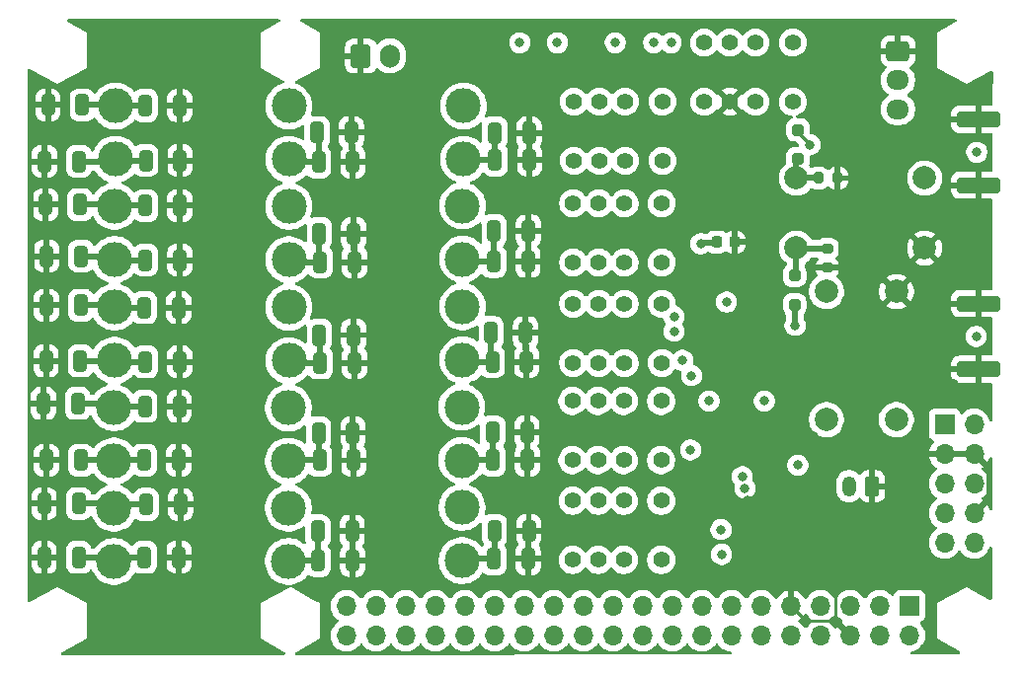
<source format=gbr>
%TF.GenerationSoftware,KiCad,Pcbnew,9.0.0*%
%TF.CreationDate,2025-07-18T17:54:32-05:00*%
%TF.ProjectId,txfilters,74786669-6c74-4657-9273-2e6b69636164,rev?*%
%TF.SameCoordinates,Original*%
%TF.FileFunction,Copper,L4,Bot*%
%TF.FilePolarity,Positive*%
%FSLAX46Y46*%
G04 Gerber Fmt 4.6, Leading zero omitted, Abs format (unit mm)*
G04 Created by KiCad (PCBNEW 9.0.0) date 2025-07-18 17:54:32*
%MOMM*%
%LPD*%
G01*
G04 APERTURE LIST*
G04 Aperture macros list*
%AMRoundRect*
0 Rectangle with rounded corners*
0 $1 Rounding radius*
0 $2 $3 $4 $5 $6 $7 $8 $9 X,Y pos of 4 corners*
0 Add a 4 corners polygon primitive as box body*
4,1,4,$2,$3,$4,$5,$6,$7,$8,$9,$2,$3,0*
0 Add four circle primitives for the rounded corners*
1,1,$1+$1,$2,$3*
1,1,$1+$1,$4,$5*
1,1,$1+$1,$6,$7*
1,1,$1+$1,$8,$9*
0 Add four rect primitives between the rounded corners*
20,1,$1+$1,$2,$3,$4,$5,0*
20,1,$1+$1,$4,$5,$6,$7,0*
20,1,$1+$1,$6,$7,$8,$9,0*
20,1,$1+$1,$8,$9,$2,$3,0*%
G04 Aperture macros list end*
%TA.AperFunction,ComponentPad*%
%ADD10C,1.400000*%
%TD*%
%TA.AperFunction,ComponentPad*%
%ADD11C,3.000000*%
%TD*%
%TA.AperFunction,ComponentPad*%
%ADD12C,2.000000*%
%TD*%
%TA.AperFunction,SMDPad,CuDef*%
%ADD13RoundRect,0.250000X1.600000X-0.425000X1.600000X0.425000X-1.600000X0.425000X-1.600000X-0.425000X0*%
%TD*%
%TA.AperFunction,ComponentPad*%
%ADD14RoundRect,0.250000X0.350000X0.625000X-0.350000X0.625000X-0.350000X-0.625000X0.350000X-0.625000X0*%
%TD*%
%TA.AperFunction,ComponentPad*%
%ADD15O,1.200000X1.750000*%
%TD*%
%TA.AperFunction,ComponentPad*%
%ADD16RoundRect,0.250000X-0.725000X0.600000X-0.725000X-0.600000X0.725000X-0.600000X0.725000X0.600000X0*%
%TD*%
%TA.AperFunction,ComponentPad*%
%ADD17O,1.950000X1.700000*%
%TD*%
%TA.AperFunction,SMDPad,CuDef*%
%ADD18RoundRect,0.250000X-0.325000X-0.650000X0.325000X-0.650000X0.325000X0.650000X-0.325000X0.650000X0*%
%TD*%
%TA.AperFunction,SMDPad,CuDef*%
%ADD19RoundRect,0.225000X-0.225000X-0.250000X0.225000X-0.250000X0.225000X0.250000X-0.225000X0.250000X0*%
%TD*%
%TA.AperFunction,SMDPad,CuDef*%
%ADD20RoundRect,0.250000X0.325000X0.650000X-0.325000X0.650000X-0.325000X-0.650000X0.325000X-0.650000X0*%
%TD*%
%TA.AperFunction,SMDPad,CuDef*%
%ADD21RoundRect,0.200000X-0.200000X-0.275000X0.200000X-0.275000X0.200000X0.275000X-0.200000X0.275000X0*%
%TD*%
%TA.AperFunction,SMDPad,CuDef*%
%ADD22RoundRect,0.250000X0.250000X-0.250000X0.250000X0.250000X-0.250000X0.250000X-0.250000X-0.250000X0*%
%TD*%
%TA.AperFunction,SMDPad,CuDef*%
%ADD23RoundRect,0.250000X-0.250000X0.250000X-0.250000X-0.250000X0.250000X-0.250000X0.250000X0.250000X0*%
%TD*%
%TA.AperFunction,ComponentPad*%
%ADD24R,1.700000X1.700000*%
%TD*%
%TA.AperFunction,ComponentPad*%
%ADD25O,1.700000X1.700000*%
%TD*%
%TA.AperFunction,ComponentPad*%
%ADD26RoundRect,0.250000X-0.600000X-0.750000X0.600000X-0.750000X0.600000X0.750000X-0.600000X0.750000X0*%
%TD*%
%TA.AperFunction,ComponentPad*%
%ADD27O,1.700000X2.000000*%
%TD*%
%TA.AperFunction,SMDPad,CuDef*%
%ADD28RoundRect,0.200000X-0.275000X0.200000X-0.275000X-0.200000X0.275000X-0.200000X0.275000X0.200000X0*%
%TD*%
%TA.AperFunction,ViaPad*%
%ADD29C,0.800000*%
%TD*%
%TA.AperFunction,Conductor*%
%ADD30C,0.500000*%
%TD*%
%TA.AperFunction,Conductor*%
%ADD31C,0.250000*%
%TD*%
G04 APERTURE END LIST*
D10*
%TO.P,K6,1*%
%TO.N,Net-(D4-K)*%
X155905000Y-142295000D03*
%TO.P,K6,2*%
%TO.N,Net-(K6-Pad2)*%
X152705000Y-142295000D03*
%TO.P,K6,3*%
%TO.N,Net-(K5-Pad6)*%
X150505000Y-142295000D03*
%TO.P,K6,4*%
%TO.N,Net-(C21-Pad1)*%
X148305000Y-142295000D03*
%TO.P,K6,5*%
%TO.N,Net-(C24-Pad1)*%
X148305000Y-147375000D03*
%TO.P,K6,6*%
%TO.N,Net-(K6-Pad6)*%
X150505000Y-147375000D03*
%TO.P,K6,7*%
%TO.N,Net-(K6-Pad2)*%
X152705000Y-147375000D03*
%TO.P,K6,8*%
%TO.N,Net-(U3-O6)*%
X155905000Y-147375000D03*
%TD*%
D11*
%TO.P,L9,1*%
%TO.N,Net-(C16-Pad1)*%
X109035000Y-125682500D03*
%TO.P,L9,2*%
%TO.N,Net-(C15-Pad1)*%
X109035000Y-130252500D03*
%TD*%
%TO.P,L1,1*%
%TO.N,Net-(C28-Pad1)*%
X138945000Y-108420000D03*
%TO.P,L1,2*%
%TO.N,Net-(C1-Pad1)*%
X138945000Y-112990000D03*
%TD*%
D10*
%TO.P,K1,1*%
%TO.N,Net-(D4-K)*%
X156005000Y-108045000D03*
%TO.P,K1,2*%
%TO.N,Net-(K1-Pad2)*%
X152805000Y-108045000D03*
%TO.P,K1,3*%
%TO.N,Net-(K1-Pad3)*%
X150605000Y-108045000D03*
%TO.P,K1,4*%
%TO.N,Net-(C1-Pad1)*%
X148405000Y-108045000D03*
%TO.P,K1,5*%
%TO.N,Net-(C30-Pad1)*%
X148405000Y-113125000D03*
%TO.P,K1,6*%
%TO.N,Net-(K1-Pad6)*%
X150605000Y-113125000D03*
%TO.P,K1,7*%
%TO.N,Net-(K1-Pad2)*%
X152805000Y-113125000D03*
%TO.P,K1,8*%
%TO.N,Net-(U3-O2)*%
X156005000Y-113125000D03*
%TD*%
D12*
%TO.P,L17,1,1*%
%TO.N,Net-(D1-A)*%
X167485000Y-120615000D03*
%TO.P,L17,2,2*%
%TO.N,GND*%
X178485000Y-120615000D03*
%TO.P,L17,3,3*%
%TO.N,Net-(D2-A)*%
X167485000Y-114615000D03*
%TO.P,L17,4,4*%
%TO.N,Net-(J3-In)*%
X178485000Y-114615000D03*
%TD*%
D11*
%TO.P,L2,1*%
%TO.N,Net-(C29-Pad1)*%
X123985000Y-108420000D03*
%TO.P,L2,2*%
%TO.N,Net-(C28-Pad1)*%
X123985000Y-112990000D03*
%TD*%
%TO.P,L3,1*%
%TO.N,Net-(C30-Pad1)*%
X109105000Y-108420000D03*
%TO.P,L3,2*%
%TO.N,Net-(C29-Pad1)*%
X109105000Y-112990000D03*
%TD*%
D10*
%TO.P,K5,1*%
%TO.N,Net-(D4-K)*%
X155895000Y-133732500D03*
%TO.P,K5,2*%
%TO.N,Net-(K5-Pad2)*%
X152695000Y-133732500D03*
%TO.P,K5,3*%
%TO.N,Net-(K4-Pad6)*%
X150495000Y-133732500D03*
%TO.P,K5,4*%
%TO.N,Net-(C17-Pad1)*%
X148295000Y-133732500D03*
%TO.P,K5,5*%
%TO.N,Net-(C20-Pad1)*%
X148295000Y-138812500D03*
%TO.P,K5,6*%
%TO.N,Net-(K5-Pad6)*%
X150495000Y-138812500D03*
%TO.P,K5,7*%
%TO.N,Net-(K5-Pad2)*%
X152695000Y-138812500D03*
%TO.P,K5,8*%
%TO.N,Net-(U3-O5)*%
X155895000Y-138812500D03*
%TD*%
D13*
%TO.P,J3,2,Ext*%
%TO.N,GND*%
X183087500Y-125380000D03*
X183087500Y-131030000D03*
%TD*%
D11*
%TO.P,L6,1*%
%TO.N,Net-(C12-Pad1)*%
X109035000Y-117021250D03*
%TO.P,L6,2*%
%TO.N,Net-(C11-Pad1)*%
X109035000Y-121591250D03*
%TD*%
%TO.P,L15,1*%
%TO.N,Net-(C24-Pad1)*%
X108985000Y-142929000D03*
%TO.P,L15,2*%
%TO.N,Net-(C23-Pad1)*%
X108985000Y-147499000D03*
%TD*%
D12*
%TO.P,L16,1,1*%
%TO.N,Net-(J3-In)*%
X176075000Y-135345000D03*
%TO.P,L16,2,2*%
%TO.N,GND*%
X176075000Y-124345000D03*
%TO.P,L16,3,3*%
%TO.N,Net-(K6-Pad6)*%
X170075000Y-135345000D03*
%TO.P,L16,4,4*%
%TO.N,Net-(D1-A)*%
X170075000Y-124345000D03*
%TD*%
D14*
%TO.P,J7,1,Pin_1*%
%TO.N,GND*%
X174000000Y-141050000D03*
D15*
%TO.P,J7,2,Pin_2*%
%TO.N,Net-(J7-Pin_2)*%
X172000000Y-141050000D03*
%TD*%
D13*
%TO.P,J2,2,Ext*%
%TO.N,GND*%
X183087500Y-109570000D03*
X183087500Y-115220000D03*
%TD*%
D11*
%TO.P,L11,1*%
%TO.N,Net-(C19-Pad1)*%
X123935000Y-134325250D03*
%TO.P,L11,2*%
%TO.N,Net-(C18-Pad1)*%
X123935000Y-138895250D03*
%TD*%
%TO.P,L7,1*%
%TO.N,Net-(C14-Pad1)*%
X138875000Y-125652500D03*
%TO.P,L7,2*%
%TO.N,Net-(C13-Pad1)*%
X138875000Y-130222500D03*
%TD*%
D16*
%TO.P,J6,1,Pin_1*%
%TO.N,GND*%
X176203000Y-103713000D03*
D17*
%TO.P,J6,2,Pin_2*%
%TO.N,Net-(J2-In)*%
X176203000Y-106213000D03*
%TO.P,J6,3,Pin_3*%
%TO.N,Net-(J6-Pin_3)*%
X176203000Y-108713000D03*
%TD*%
D10*
%TO.P,K2,1*%
%TO.N,Net-(D4-K)*%
X167185000Y-102985000D03*
%TO.P,K2,2*%
%TO.N,Net-(C47-Pad1)*%
X163985000Y-102985000D03*
%TO.P,K2,3*%
%TO.N,Net-(K1-Pad3)*%
X161785000Y-102985000D03*
%TO.P,K2,4*%
%TO.N,Net-(J2-In)*%
X159585000Y-102985000D03*
%TO.P,K2,5*%
%TO.N,Net-(J6-Pin_3)*%
X159585000Y-108065000D03*
%TO.P,K2,6*%
%TO.N,GND*%
X161785000Y-108065000D03*
%TO.P,K2,7*%
%TO.N,unconnected-(K2-Pad7)*%
X163985000Y-108065000D03*
%TO.P,K2,8*%
%TO.N,Net-(U3-O1)*%
X167185000Y-108065000D03*
%TD*%
D11*
%TO.P,L4,1*%
%TO.N,Net-(C10-Pad1)*%
X138875000Y-117006250D03*
%TO.P,L4,2*%
%TO.N,Net-(C31-Pad1)*%
X138875000Y-121576250D03*
%TD*%
%TO.P,L8,1*%
%TO.N,Net-(C15-Pad1)*%
X123995000Y-125697500D03*
%TO.P,L8,2*%
%TO.N,Net-(C14-Pad1)*%
X123995000Y-130267500D03*
%TD*%
%TO.P,L12,1*%
%TO.N,Net-(C20-Pad1)*%
X108975000Y-134317750D03*
%TO.P,L12,2*%
%TO.N,Net-(C19-Pad1)*%
X108975000Y-138887750D03*
%TD*%
D10*
%TO.P,K3,1*%
%TO.N,Net-(D4-K)*%
X155955000Y-116787500D03*
%TO.P,K3,2*%
%TO.N,Net-(K3-Pad2)*%
X152755000Y-116787500D03*
%TO.P,K3,3*%
%TO.N,Net-(K1-Pad6)*%
X150555000Y-116787500D03*
%TO.P,K3,4*%
%TO.N,Net-(C31-Pad1)*%
X148355000Y-116787500D03*
%TO.P,K3,5*%
%TO.N,Net-(C12-Pad1)*%
X148355000Y-121867500D03*
%TO.P,K3,6*%
%TO.N,Net-(K3-Pad6)*%
X150555000Y-121867500D03*
%TO.P,K3,7*%
%TO.N,Net-(K3-Pad2)*%
X152755000Y-121867500D03*
%TO.P,K3,8*%
%TO.N,Net-(U3-O3)*%
X155955000Y-121867500D03*
%TD*%
D11*
%TO.P,L13,1*%
%TO.N,Net-(C22-Pad1)*%
X138825000Y-142869000D03*
%TO.P,L13,2*%
%TO.N,Net-(C21-Pad1)*%
X138825000Y-147439000D03*
%TD*%
%TO.P,L14,1*%
%TO.N,Net-(C23-Pad1)*%
X123945000Y-142929000D03*
%TO.P,L14,2*%
%TO.N,Net-(C22-Pad1)*%
X123945000Y-147499000D03*
%TD*%
%TO.P,L5,1*%
%TO.N,Net-(C11-Pad1)*%
X123995000Y-117043750D03*
%TO.P,L5,2*%
%TO.N,Net-(C10-Pad1)*%
X123995000Y-121613750D03*
%TD*%
D10*
%TO.P,K4,1*%
%TO.N,Net-(D4-K)*%
X155955000Y-125400000D03*
%TO.P,K4,2*%
%TO.N,Net-(K4-Pad2)*%
X152755000Y-125400000D03*
%TO.P,K4,3*%
%TO.N,Net-(K3-Pad6)*%
X150555000Y-125400000D03*
%TO.P,K4,4*%
%TO.N,Net-(C13-Pad1)*%
X148355000Y-125400000D03*
%TO.P,K4,5*%
%TO.N,Net-(C16-Pad1)*%
X148355000Y-130480000D03*
%TO.P,K4,6*%
%TO.N,Net-(K4-Pad6)*%
X150555000Y-130480000D03*
%TO.P,K4,7*%
%TO.N,Net-(K4-Pad2)*%
X152755000Y-130480000D03*
%TO.P,K4,8*%
%TO.N,Net-(U3-O4)*%
X155955000Y-130480000D03*
%TD*%
D11*
%TO.P,L10,1*%
%TO.N,Net-(C18-Pad1)*%
X138815000Y-134272750D03*
%TO.P,L10,2*%
%TO.N,Net-(C17-Pad1)*%
X138815000Y-138842750D03*
%TD*%
D18*
%TO.P,C31,1*%
%TO.N,Net-(C31-Pad1)*%
X141570000Y-119145000D03*
%TO.P,C31,2*%
%TO.N,GND*%
X144520000Y-119145000D03*
%TD*%
%TO.P,C19,1*%
%TO.N,Net-(C19-Pad1)*%
X111590000Y-138805000D03*
%TO.P,C19,2*%
%TO.N,GND*%
X114540000Y-138805000D03*
%TD*%
D19*
%TO.P,C8,1*%
%TO.N,Net-(D4-K)*%
X160654000Y-120103000D03*
%TO.P,C8,2*%
%TO.N,GND*%
X162204000Y-120103000D03*
%TD*%
D20*
%TO.P,C33,1*%
%TO.N,Net-(C12-Pad1)*%
X106080000Y-116885000D03*
%TO.P,C33,2*%
%TO.N,GND*%
X103130000Y-116885000D03*
%TD*%
D18*
%TO.P,C18,1*%
%TO.N,Net-(C18-Pad1)*%
X126600000Y-138830000D03*
%TO.P,C18,2*%
%TO.N,GND*%
X129550000Y-138830000D03*
%TD*%
%TO.P,C1,1*%
%TO.N,Net-(C1-Pad1)*%
X141670000Y-113055000D03*
%TO.P,C1,2*%
%TO.N,GND*%
X144620000Y-113055000D03*
%TD*%
%TO.P,C42,1*%
%TO.N,Net-(C17-Pad1)*%
X141446000Y-136401000D03*
%TO.P,C42,2*%
%TO.N,GND*%
X144396000Y-136401000D03*
%TD*%
%TO.P,C45,1*%
%TO.N,Net-(C22-Pad1)*%
X126460000Y-144893000D03*
%TO.P,C45,2*%
%TO.N,GND*%
X129410000Y-144893000D03*
%TD*%
%TO.P,C13,1*%
%TO.N,Net-(C13-Pad1)*%
X141420000Y-130375000D03*
%TO.P,C13,2*%
%TO.N,GND*%
X144370000Y-130375000D03*
%TD*%
%TO.P,C36,1*%
%TO.N,Net-(C14-Pad1)*%
X126584000Y-128081000D03*
%TO.P,C36,2*%
%TO.N,GND*%
X129534000Y-128081000D03*
%TD*%
D20*
%TO.P,C44,1*%
%TO.N,Net-(C23-Pad1)*%
X105950000Y-147159000D03*
%TO.P,C44,2*%
%TO.N,GND*%
X103000000Y-147159000D03*
%TD*%
D18*
%TO.P,C17,1*%
%TO.N,Net-(C17-Pad1)*%
X141480000Y-138815000D03*
%TO.P,C17,2*%
%TO.N,GND*%
X144430000Y-138815000D03*
%TD*%
%TO.P,C35,1*%
%TO.N,Net-(C13-Pad1)*%
X141316000Y-127875000D03*
%TO.P,C35,2*%
%TO.N,GND*%
X144266000Y-127875000D03*
%TD*%
%TO.P,C23,1*%
%TO.N,Net-(C23-Pad1)*%
X111610000Y-147145000D03*
%TO.P,C23,2*%
%TO.N,GND*%
X114560000Y-147145000D03*
%TD*%
%TO.P,C4,1*%
%TO.N,Net-(C28-Pad1)*%
X126520000Y-113235000D03*
%TO.P,C4,2*%
%TO.N,GND*%
X129470000Y-113235000D03*
%TD*%
%TO.P,C7,1*%
%TO.N,Net-(C30-Pad1)*%
X111670000Y-108395000D03*
%TO.P,C7,2*%
%TO.N,GND*%
X114620000Y-108395000D03*
%TD*%
%TO.P,C41,1*%
%TO.N,Net-(C18-Pad1)*%
X126522000Y-136463000D03*
%TO.P,C41,2*%
%TO.N,GND*%
X129472000Y-136463000D03*
%TD*%
D20*
%TO.P,C34,1*%
%TO.N,Net-(C11-Pad1)*%
X106166000Y-121319000D03*
%TO.P,C34,2*%
%TO.N,GND*%
X103216000Y-121319000D03*
%TD*%
D21*
%TO.P,R6,1*%
%TO.N,Net-(D2-A)*%
X169380000Y-114615000D03*
%TO.P,R6,2*%
%TO.N,GND*%
X171030000Y-114615000D03*
%TD*%
D22*
%TO.P,D1,1,K*%
%TO.N,Net-(D1-K)*%
X167340000Y-125471000D03*
%TO.P,D1,2,A*%
%TO.N,Net-(D1-A)*%
X167340000Y-122971000D03*
%TD*%
D23*
%TO.P,D2,1,K*%
%TO.N,Net-(D2-K)*%
X167619000Y-110475000D03*
%TO.P,D2,2,A*%
%TO.N,Net-(D2-A)*%
X167619000Y-112975000D03*
%TD*%
D18*
%TO.P,C5,1*%
%TO.N,Net-(C29-Pad1)*%
X111700000Y-113105000D03*
%TO.P,C5,2*%
%TO.N,GND*%
X114650000Y-113105000D03*
%TD*%
D24*
%TO.P,J4,1,Pin_1*%
%TO.N,unconnected-(J4-Pin_1-Pad1)*%
X180200000Y-135753600D03*
D25*
%TO.P,J4,2,Pin_2*%
%TO.N,unconnected-(J4-Pin_2-Pad2)*%
X182740000Y-135753600D03*
%TO.P,J4,3,Pin_3*%
%TO.N,GND*%
X180200000Y-138293600D03*
%TO.P,J4,4,Pin_4*%
X182740000Y-138293600D03*
%TO.P,J4,5,Pin_5*%
%TO.N,unconnected-(J4-Pin_5-Pad5)*%
X180200000Y-140833600D03*
%TO.P,J4,6,Pin_6*%
%TO.N,Net-(J4-Pin_6)*%
X182740000Y-140833600D03*
%TO.P,J4,7,Pin_7*%
%TO.N,unconnected-(J4-Pin_7-Pad7)*%
X180200000Y-143373600D03*
%TO.P,J4,8,Pin_8*%
%TO.N,GND*%
X182740000Y-143373600D03*
%TO.P,J4,9,Pin_9*%
%TO.N,unconnected-(J4-Pin_9-Pad9)*%
X180200000Y-145913600D03*
%TO.P,J4,10,Pin_10*%
%TO.N,unconnected-(J4-Pin_10-Pad10)*%
X182740000Y-145913600D03*
%TD*%
D18*
%TO.P,C10,1*%
%TO.N,Net-(C10-Pad1)*%
X126660000Y-121820000D03*
%TO.P,C10,2*%
%TO.N,GND*%
X129610000Y-121820000D03*
%TD*%
%TO.P,C24,1*%
%TO.N,Net-(C24-Pad1)*%
X111740000Y-142605000D03*
%TO.P,C24,2*%
%TO.N,GND*%
X114690000Y-142605000D03*
%TD*%
%TO.P,C32,1*%
%TO.N,Net-(C10-Pad1)*%
X126584000Y-119383000D03*
%TO.P,C32,2*%
%TO.N,GND*%
X129534000Y-119383000D03*
%TD*%
%TO.P,C46,1*%
%TO.N,Net-(C21-Pad1)*%
X141600000Y-144859000D03*
%TO.P,C46,2*%
%TO.N,GND*%
X144550000Y-144859000D03*
%TD*%
D20*
%TO.P,C29,1*%
%TO.N,Net-(C29-Pad1)*%
X105974000Y-113191000D03*
%TO.P,C29,2*%
%TO.N,GND*%
X103024000Y-113191000D03*
%TD*%
D18*
%TO.P,C21,1*%
%TO.N,Net-(C21-Pad1)*%
X141550000Y-147285000D03*
%TO.P,C21,2*%
%TO.N,GND*%
X144500000Y-147285000D03*
%TD*%
%TO.P,C12,1*%
%TO.N,Net-(C12-Pad1)*%
X111670000Y-116985000D03*
%TO.P,C12,2*%
%TO.N,GND*%
X114620000Y-116985000D03*
%TD*%
%TO.P,C15,1*%
%TO.N,Net-(C15-Pad1)*%
X111670000Y-130385000D03*
%TO.P,C15,2*%
%TO.N,GND*%
X114620000Y-130385000D03*
%TD*%
%TO.P,C16,1*%
%TO.N,Net-(C16-Pad1)*%
X111590000Y-125735000D03*
%TO.P,C16,2*%
%TO.N,GND*%
X114540000Y-125735000D03*
%TD*%
D26*
%TO.P,J5,1,Pin_1*%
%TO.N,GND*%
X130149000Y-104135000D03*
D27*
%TO.P,J5,2,Pin_2*%
%TO.N,Net-(J5-Pin_2)*%
X132649000Y-104135000D03*
%TD*%
D18*
%TO.P,C25,1*%
%TO.N,Net-(C1-Pad1)*%
X141632000Y-110747000D03*
%TO.P,C25,2*%
%TO.N,GND*%
X144582000Y-110747000D03*
%TD*%
%TO.P,C11,1*%
%TO.N,Net-(C11-Pad1)*%
X111680000Y-121655000D03*
%TO.P,C11,2*%
%TO.N,GND*%
X114630000Y-121655000D03*
%TD*%
%TO.P,C9,1*%
%TO.N,Net-(C31-Pad1)*%
X141540000Y-121765000D03*
%TO.P,C9,2*%
%TO.N,GND*%
X144490000Y-121765000D03*
%TD*%
D20*
%TO.P,C30,1*%
%TO.N,Net-(C30-Pad1)*%
X106272000Y-108345000D03*
%TO.P,C30,2*%
%TO.N,GND*%
X103322000Y-108345000D03*
%TD*%
%TO.P,C39,1*%
%TO.N,Net-(C20-Pad1)*%
X105888000Y-133951000D03*
%TO.P,C39,2*%
%TO.N,GND*%
X102938000Y-133951000D03*
%TD*%
D18*
%TO.P,C28,1*%
%TO.N,Net-(C28-Pad1)*%
X126392000Y-110699000D03*
%TO.P,C28,2*%
%TO.N,GND*%
X129342000Y-110699000D03*
%TD*%
D20*
%TO.P,C37,1*%
%TO.N,Net-(C15-Pad1)*%
X106104000Y-130305000D03*
%TO.P,C37,2*%
%TO.N,GND*%
X103154000Y-130305000D03*
%TD*%
%TO.P,C40,1*%
%TO.N,Net-(C19-Pad1)*%
X106142000Y-138825000D03*
%TO.P,C40,2*%
%TO.N,GND*%
X103192000Y-138825000D03*
%TD*%
%TO.P,C43,1*%
%TO.N,Net-(C24-Pad1)*%
X105950000Y-142539000D03*
%TO.P,C43,2*%
%TO.N,GND*%
X103000000Y-142539000D03*
%TD*%
D24*
%TO.P,J1,1,Pin_1*%
%TO.N,Net-(J1-Pin_1)*%
X177180000Y-151330000D03*
D25*
%TO.P,J1,2,Pin_2*%
%TO.N,Net-(D4-A)*%
X177180000Y-153870000D03*
%TO.P,J1,3,Pin_3*%
%TO.N,Net-(J1-Pin_3)*%
X174640000Y-151330000D03*
%TO.P,J1,4,Pin_4*%
%TO.N,Net-(D4-A)*%
X174640000Y-153870000D03*
%TO.P,J1,5,Pin_5*%
%TO.N,Net-(J1-Pin_5)*%
X172100000Y-151330000D03*
%TO.P,J1,6,Pin_6*%
%TO.N,GND*%
X172100000Y-153870000D03*
%TO.P,J1,7,Pin_7*%
%TO.N,unconnected-(J1-Pin_7-Pad7)*%
X169560000Y-151330000D03*
%TO.P,J1,8,Pin_8*%
%TO.N,unconnected-(J1-Pin_8-Pad8)*%
X169560000Y-153870000D03*
%TO.P,J1,9,Pin_9*%
%TO.N,GND*%
X167020000Y-151330000D03*
%TO.P,J1,10,Pin_10*%
%TO.N,unconnected-(J1-Pin_10-Pad10)*%
X167020000Y-153870000D03*
%TO.P,J1,11,Pin_11*%
%TO.N,unconnected-(J1-Pin_11-Pad11)*%
X164480000Y-151330000D03*
%TO.P,J1,12,Pin_12*%
%TO.N,unconnected-(J1-Pin_12-Pad12)*%
X164480000Y-153870000D03*
%TO.P,J1,13,Pin_13*%
%TO.N,unconnected-(J1-Pin_13-Pad13)*%
X161940000Y-151330000D03*
%TO.P,J1,14,Pin_14*%
%TO.N,unconnected-(J1-Pin_14-Pad14)*%
X161940000Y-153870000D03*
%TO.P,J1,15,Pin_15*%
%TO.N,unconnected-(J1-Pin_15-Pad15)*%
X159400000Y-151330000D03*
%TO.P,J1,16,Pin_16*%
%TO.N,unconnected-(J1-Pin_16-Pad16)*%
X159400000Y-153870000D03*
%TO.P,J1,17,Pin_17*%
%TO.N,unconnected-(J1-Pin_17-Pad17)*%
X156860000Y-151330000D03*
%TO.P,J1,18,Pin_18*%
%TO.N,unconnected-(J1-Pin_18-Pad18)*%
X156860000Y-153870000D03*
%TO.P,J1,19,Pin_19*%
%TO.N,unconnected-(J1-Pin_19-Pad19)*%
X154320000Y-151330000D03*
%TO.P,J1,20,Pin_20*%
%TO.N,unconnected-(J1-Pin_20-Pad20)*%
X154320000Y-153870000D03*
%TO.P,J1,21,Pin_21*%
%TO.N,unconnected-(J1-Pin_21-Pad21)*%
X151780000Y-151330000D03*
%TO.P,J1,22,Pin_22*%
%TO.N,unconnected-(J1-Pin_22-Pad22)*%
X151780000Y-153870000D03*
%TO.P,J1,23,Pin_23*%
%TO.N,unconnected-(J1-Pin_23-Pad23)*%
X149240000Y-151330000D03*
%TO.P,J1,24,Pin_24*%
%TO.N,unconnected-(J1-Pin_24-Pad24)*%
X149240000Y-153870000D03*
%TO.P,J1,25,Pin_25*%
%TO.N,unconnected-(J1-Pin_25-Pad25)*%
X146700000Y-151330000D03*
%TO.P,J1,26,Pin_26*%
%TO.N,unconnected-(J1-Pin_26-Pad26)*%
X146700000Y-153870000D03*
%TO.P,J1,27,Pin_27*%
%TO.N,unconnected-(J1-Pin_27-Pad27)*%
X144160000Y-151330000D03*
%TO.P,J1,28,Pin_28*%
%TO.N,unconnected-(J1-Pin_28-Pad28)*%
X144160000Y-153870000D03*
%TO.P,J1,29,Pin_29*%
%TO.N,unconnected-(J1-Pin_29-Pad29)*%
X141620000Y-151330000D03*
%TO.P,J1,30,Pin_30*%
%TO.N,unconnected-(J1-Pin_30-Pad30)*%
X141620000Y-153870000D03*
%TO.P,J1,31,Pin_31*%
%TO.N,unconnected-(J1-Pin_31-Pad31)*%
X139080000Y-151330000D03*
%TO.P,J1,32,Pin_32*%
%TO.N,unconnected-(J1-Pin_32-Pad32)*%
X139080000Y-153870000D03*
%TO.P,J1,33,Pin_33*%
%TO.N,unconnected-(J1-Pin_33-Pad33)*%
X136540000Y-151330000D03*
%TO.P,J1,34,Pin_34*%
%TO.N,unconnected-(J1-Pin_34-Pad34)*%
X136540000Y-153870000D03*
%TO.P,J1,35,Pin_35*%
%TO.N,unconnected-(J1-Pin_35-Pad35)*%
X134000000Y-151330000D03*
%TO.P,J1,36,Pin_36*%
%TO.N,unconnected-(J1-Pin_36-Pad36)*%
X134000000Y-153870000D03*
%TO.P,J1,37,Pin_37*%
%TO.N,unconnected-(J1-Pin_37-Pad37)*%
X131460000Y-151330000D03*
%TO.P,J1,38,Pin_38*%
%TO.N,unconnected-(J1-Pin_38-Pad38)*%
X131460000Y-153870000D03*
%TO.P,J1,39,Pin_39*%
%TO.N,unconnected-(J1-Pin_39-Pad39)*%
X128920000Y-151330000D03*
%TO.P,J1,40,Pin_40*%
%TO.N,unconnected-(J1-Pin_40-Pad40)*%
X128920000Y-153870000D03*
%TD*%
D18*
%TO.P,C20,1*%
%TO.N,Net-(C20-Pad1)*%
X111630000Y-134205000D03*
%TO.P,C20,2*%
%TO.N,GND*%
X114580000Y-134205000D03*
%TD*%
%TO.P,C14,1*%
%TO.N,Net-(C14-Pad1)*%
X126660000Y-130465000D03*
%TO.P,C14,2*%
%TO.N,GND*%
X129610000Y-130465000D03*
%TD*%
D28*
%TO.P,R5,1*%
%TO.N,Net-(D1-A)*%
X170143000Y-120656000D03*
%TO.P,R5,2*%
%TO.N,GND*%
X170143000Y-122306000D03*
%TD*%
D20*
%TO.P,C38,1*%
%TO.N,Net-(C16-Pad1)*%
X106142000Y-125521000D03*
%TO.P,C38,2*%
%TO.N,GND*%
X103192000Y-125521000D03*
%TD*%
D18*
%TO.P,C22,1*%
%TO.N,Net-(C22-Pad1)*%
X126500000Y-147425000D03*
%TO.P,C22,2*%
%TO.N,GND*%
X129450000Y-147425000D03*
%TD*%
D29*
%TO.N,GND*%
X144526000Y-121666000D03*
X114554000Y-150876000D03*
X144399000Y-113157000D03*
X165750000Y-137150000D03*
X171500000Y-103500000D03*
X144250000Y-104500000D03*
X144250000Y-101616000D03*
X129540000Y-113284000D03*
X174000000Y-104250000D03*
X170180000Y-117602000D03*
X162000000Y-105500000D03*
X149606000Y-119126000D03*
X169000000Y-144750000D03*
X152500000Y-104500000D03*
X103124000Y-147320000D03*
X174000000Y-133750000D03*
X153250000Y-101500000D03*
X167280000Y-128716000D03*
X168750000Y-103500000D03*
X171750000Y-134000000D03*
X114554000Y-139192000D03*
X183087500Y-109570000D03*
X179324000Y-110998000D03*
X150622000Y-149733000D03*
X103124000Y-113284000D03*
X155250000Y-104400000D03*
X114554000Y-134366000D03*
X144526000Y-139192000D03*
X177546000Y-137668000D03*
X103124000Y-116840000D03*
X103124000Y-134112000D03*
X178054000Y-109982000D03*
X149606000Y-128016000D03*
X129540000Y-139192000D03*
X149750000Y-104500000D03*
X147250000Y-104500000D03*
X144399000Y-147828000D03*
X160528000Y-149733000D03*
X170180000Y-129794000D03*
X135225000Y-105664000D03*
X129540000Y-147828000D03*
X165500000Y-105500000D03*
X175500000Y-120750000D03*
X169000000Y-136750000D03*
X171500000Y-105750000D03*
X114554000Y-113284000D03*
X165735000Y-149733000D03*
X144399000Y-110109000D03*
X167650000Y-144500000D03*
X164860000Y-123990000D03*
X179750000Y-133500000D03*
X129540000Y-145288000D03*
X163195000Y-147447000D03*
X129540000Y-127889000D03*
X171000000Y-144750000D03*
X183087500Y-131030000D03*
X144526000Y-119126000D03*
X144526000Y-127381000D03*
X172000000Y-137250000D03*
X103124000Y-121412000D03*
X181102000Y-108077000D03*
X103124000Y-130302000D03*
X114554000Y-108458000D03*
X155702000Y-149733000D03*
X183087500Y-125380000D03*
X167386000Y-132080000D03*
X129540000Y-136144000D03*
X179750000Y-129750000D03*
X114554000Y-147574000D03*
X164120000Y-144780000D03*
X103378000Y-108458000D03*
X149606000Y-144780000D03*
X177546000Y-140970000D03*
X169000000Y-142750000D03*
X129540000Y-119126000D03*
X168275000Y-147447000D03*
X114554000Y-130302000D03*
X144526000Y-136144000D03*
X129540000Y-110744000D03*
X103124000Y-142748000D03*
X181000000Y-132250000D03*
X165500000Y-103500000D03*
X165750000Y-117750000D03*
X169000000Y-140500000D03*
X160000000Y-140449998D03*
X163322000Y-142240000D03*
X158440000Y-136420000D03*
X179750000Y-126500000D03*
X103124000Y-125476000D03*
X138225000Y-105664000D03*
X171000000Y-137250000D03*
X144526000Y-130048000D03*
X114554000Y-117094000D03*
X168750000Y-133750000D03*
X127000000Y-150876000D03*
X144399000Y-144780000D03*
X178500000Y-117500000D03*
X114554000Y-142748000D03*
X169000000Y-138000000D03*
X162306000Y-120142000D03*
X179750000Y-123500000D03*
X157250000Y-104400000D03*
X129540000Y-121920000D03*
X149606000Y-110744000D03*
X177546000Y-144750000D03*
X171196000Y-147574000D03*
X170180000Y-110236000D03*
X168750000Y-105750000D03*
X175514000Y-129794000D03*
X170815000Y-149733000D03*
X114554000Y-121666000D03*
X129540000Y-130556000D03*
X179324000Y-106553000D03*
X183087500Y-115220000D03*
X175514000Y-117602000D03*
X174000000Y-106500000D03*
X178500000Y-155000000D03*
X149606000Y-136398000D03*
X114554000Y-125730000D03*
X165750000Y-122250000D03*
X177750000Y-131500000D03*
X174000000Y-137250000D03*
X103124000Y-139192000D03*
%TO.N,Net-(J1-Pin_1)*%
X161080000Y-146902000D03*
X162853803Y-140249737D03*
X161036000Y-144780000D03*
X158415000Y-137940000D03*
%TO.N,Net-(J4-Pin_6)*%
X167610000Y-139255000D03*
%TO.N,Net-(U3-O6)*%
X157000000Y-126500000D03*
%TO.N,Net-(U3-O5)*%
X157012653Y-127750000D03*
%TO.N,Net-(U3-O3)*%
X157737653Y-130250000D03*
%TO.N,Net-(D1-K)*%
X167386000Y-127254000D03*
%TO.N,Net-(D2-K)*%
X163080126Y-141225000D03*
X168656000Y-111760000D03*
%TO.N,Net-(U3-O1)*%
X161500000Y-125250000D03*
X160000000Y-133750000D03*
%TO.N,Net-(J7-Pin_2)*%
X164750000Y-133750000D03*
%TO.N,Net-(U3-O2)*%
X158500000Y-131560000D03*
%TO.N,Net-(J3-In)*%
X182910000Y-128205000D03*
%TO.N,Net-(J2-In)*%
X182960000Y-112395000D03*
%TO.N,Net-(C47-Pad1)*%
X156750000Y-103000000D03*
%TO.N,Net-(C47-Pad2)*%
X155250000Y-103000000D03*
X151962500Y-103000000D03*
%TO.N,Net-(C48-Pad2)*%
X147000000Y-103000000D03*
X143775000Y-103000000D03*
%TO.N,Net-(D4-K)*%
X159286500Y-120250000D03*
%TD*%
D30*
%TO.N,GND*%
X184040000Y-139593600D02*
X184040000Y-142073600D01*
X182740000Y-138293600D02*
X184040000Y-139593600D01*
X172100000Y-153870000D02*
X170815000Y-152585000D01*
D31*
X170815000Y-152585000D02*
X170815000Y-149733000D01*
X168275000Y-152585000D02*
X167020000Y-151330000D01*
X170815000Y-152585000D02*
X168275000Y-152585000D01*
D30*
X184040000Y-142073600D02*
X182740000Y-143373600D01*
%TO.N,Net-(C28-Pad1)*%
X126520000Y-110827000D02*
X126392000Y-110699000D01*
X126520000Y-113235000D02*
X126520000Y-110827000D01*
X126520000Y-113235000D02*
X124230000Y-113235000D01*
X124230000Y-113235000D02*
X123985000Y-112990000D01*
%TO.N,Net-(C29-Pad1)*%
X111700000Y-113105000D02*
X109220000Y-113105000D01*
X108904000Y-113191000D02*
X109105000Y-112990000D01*
X109220000Y-113105000D02*
X109105000Y-112990000D01*
X105974000Y-113191000D02*
X108904000Y-113191000D01*
%TO.N,Net-(C30-Pad1)*%
X109130000Y-108395000D02*
X109105000Y-108420000D01*
X106272000Y-108345000D02*
X109030000Y-108345000D01*
X111670000Y-108395000D02*
X109130000Y-108395000D01*
X109030000Y-108345000D02*
X109105000Y-108420000D01*
%TO.N,Net-(C31-Pad1)*%
X141540000Y-121765000D02*
X139063750Y-121765000D01*
X141570000Y-121735000D02*
X141540000Y-121765000D01*
X139063750Y-121765000D02*
X138875000Y-121576250D01*
X141570000Y-119145000D02*
X141570000Y-121735000D01*
%TO.N,Net-(C10-Pad1)*%
X124201250Y-121820000D02*
X123995000Y-121613750D01*
X126584000Y-121744000D02*
X126660000Y-121820000D01*
X126584000Y-119383000D02*
X126584000Y-121744000D01*
X126660000Y-121820000D02*
X124201250Y-121820000D01*
X124271250Y-121890000D02*
X123995000Y-121613750D01*
%TO.N,Net-(C11-Pad1)*%
X106166000Y-121319000D02*
X108762750Y-121319000D01*
X108762750Y-121319000D02*
X109035000Y-121591250D01*
X111680000Y-121655000D02*
X109098750Y-121655000D01*
X109098750Y-121655000D02*
X109035000Y-121591250D01*
%TO.N,Net-(C12-Pad1)*%
X108898750Y-116885000D02*
X109035000Y-117021250D01*
X111670000Y-116985000D02*
X109071250Y-116985000D01*
X106080000Y-116885000D02*
X108898750Y-116885000D01*
X109071250Y-116985000D02*
X109035000Y-117021250D01*
%TO.N,Net-(C13-Pad1)*%
X141420000Y-130375000D02*
X139027500Y-130375000D01*
X139027500Y-130375000D02*
X138875000Y-130222500D01*
X141316000Y-130271000D02*
X141420000Y-130375000D01*
X141316000Y-127875000D02*
X141316000Y-130271000D01*
%TO.N,Net-(C14-Pad1)*%
X126660000Y-128157000D02*
X126584000Y-128081000D01*
X126660000Y-130465000D02*
X126660000Y-128157000D01*
X126660000Y-130465000D02*
X124192500Y-130465000D01*
X124262500Y-130535000D02*
X123995000Y-130267500D01*
X124192500Y-130465000D02*
X123995000Y-130267500D01*
%TO.N,Net-(C15-Pad1)*%
X108982500Y-130305000D02*
X109035000Y-130252500D01*
X109167500Y-130385000D02*
X109035000Y-130252500D01*
X106104000Y-130305000D02*
X108982500Y-130305000D01*
X111670000Y-130385000D02*
X109167500Y-130385000D01*
%TO.N,Net-(C16-Pad1)*%
X111590000Y-125735000D02*
X109087500Y-125735000D01*
X108873500Y-125521000D02*
X109035000Y-125682500D01*
X106142000Y-125521000D02*
X108873500Y-125521000D01*
X109087500Y-125735000D02*
X109035000Y-125682500D01*
%TO.N,Net-(C17-Pad1)*%
X141446000Y-136401000D02*
X141446000Y-138781000D01*
X141446000Y-138781000D02*
X141480000Y-138815000D01*
X141480000Y-138815000D02*
X139041250Y-138815000D01*
%TO.N,Net-(C1-Pad1)*%
X141632000Y-113017000D02*
X141670000Y-113055000D01*
X141670000Y-113055000D02*
X139010000Y-113055000D01*
X139010000Y-113055000D02*
X138945000Y-112990000D01*
X141632000Y-110747000D02*
X141632000Y-113017000D01*
%TO.N,Net-(C18-Pad1)*%
X126522000Y-136463000D02*
X126522000Y-138752000D01*
X126600000Y-138830000D02*
X124123750Y-138830000D01*
X126522000Y-138752000D02*
X126600000Y-138830000D01*
X124193750Y-138900000D02*
X123935000Y-138641250D01*
X124123750Y-138830000D02*
X123935000Y-138641250D01*
%TO.N,Net-(C19-Pad1)*%
X111590000Y-138805000D02*
X109146250Y-138805000D01*
X109146250Y-138805000D02*
X108975000Y-138633750D01*
X106142000Y-138825000D02*
X108783750Y-138825000D01*
X108783750Y-138825000D02*
X108975000Y-138633750D01*
%TO.N,Net-(C20-Pad1)*%
X105888000Y-133951000D02*
X108862250Y-133951000D01*
X108862250Y-133951000D02*
X108975000Y-134063750D01*
X111630000Y-134205000D02*
X109116250Y-134205000D01*
X109116250Y-134205000D02*
X108975000Y-134063750D01*
%TO.N,Net-(C21-Pad1)*%
X141550000Y-147285000D02*
X138925000Y-147285000D01*
X141600000Y-144605000D02*
X141600000Y-147235000D01*
X141600000Y-147235000D02*
X141550000Y-147285000D01*
%TO.N,Net-(C22-Pad1)*%
X126460000Y-147385000D02*
X126500000Y-147425000D01*
X124195000Y-147495000D02*
X123945000Y-147245000D01*
X126460000Y-144893000D02*
X126460000Y-147385000D01*
X124125000Y-147425000D02*
X123945000Y-147245000D01*
X126500000Y-147425000D02*
X124125000Y-147425000D01*
%TO.N,Net-(C23-Pad1)*%
X109085000Y-147145000D02*
X108985000Y-147245000D01*
X105950000Y-147159000D02*
X108899000Y-147159000D01*
X108899000Y-147159000D02*
X108985000Y-147245000D01*
X111610000Y-147145000D02*
X109085000Y-147145000D01*
%TO.N,Net-(C24-Pad1)*%
X109055000Y-142605000D02*
X108985000Y-142675000D01*
X111740000Y-142605000D02*
X109055000Y-142605000D01*
X108849000Y-142539000D02*
X108985000Y-142675000D01*
X105950000Y-142539000D02*
X108849000Y-142539000D01*
%TO.N,Net-(D1-K)*%
X167386000Y-127199000D02*
X167285000Y-127300000D01*
X167386000Y-127254000D02*
X167386000Y-127199000D01*
X167340000Y-127245000D02*
X167331000Y-127254000D01*
X167331000Y-127254000D02*
X167386000Y-127254000D01*
X167340000Y-125271000D02*
X167340000Y-127245000D01*
D31*
%TO.N,Net-(D2-K)*%
X168656000Y-111760000D02*
X168656000Y-111712000D01*
X168656000Y-111712000D02*
X167619000Y-110675000D01*
D30*
%TO.N,Net-(D1-A)*%
X167526000Y-120656000D02*
X167485000Y-120615000D01*
X167485000Y-120615000D02*
X167485000Y-123026000D01*
X170143000Y-120656000D02*
X167526000Y-120656000D01*
%TO.N,Net-(D2-A)*%
X167485000Y-114615000D02*
X167485000Y-112909000D01*
X169380000Y-114615000D02*
X167485000Y-114615000D01*
%TO.N,Net-(D4-K)*%
X159258000Y-120142000D02*
X160615000Y-120142000D01*
X160615000Y-120142000D02*
X160654000Y-120103000D01*
%TD*%
%TA.AperFunction,Conductor*%
%TO.N,GND*%
G36*
X123171552Y-100999685D02*
G01*
X123217307Y-101052489D01*
X123227251Y-101121647D01*
X123198226Y-101185203D01*
X123164271Y-101212650D01*
X121540000Y-102106000D01*
X121540000Y-105154000D01*
X123521504Y-106243827D01*
X123570759Y-106293383D01*
X123585403Y-106361701D01*
X123560786Y-106427090D01*
X123504726Y-106468791D01*
X123493840Y-106472253D01*
X123338002Y-106514010D01*
X123094765Y-106614761D01*
X123094749Y-106614769D01*
X122866743Y-106746409D01*
X122657863Y-106906687D01*
X122657856Y-106906693D01*
X122471693Y-107092856D01*
X122471687Y-107092863D01*
X122311409Y-107301743D01*
X122179769Y-107529749D01*
X122179761Y-107529765D01*
X122079009Y-107773004D01*
X122010865Y-108027321D01*
X121976501Y-108288346D01*
X121976500Y-108288362D01*
X121976500Y-108551637D01*
X121976501Y-108551653D01*
X122010865Y-108812678D01*
X122079009Y-109066995D01*
X122179761Y-109310234D01*
X122179769Y-109310250D01*
X122311409Y-109538256D01*
X122471687Y-109747136D01*
X122471693Y-109747143D01*
X122657856Y-109933306D01*
X122657863Y-109933312D01*
X122866743Y-110093590D01*
X123094749Y-110225230D01*
X123094765Y-110225238D01*
X123246451Y-110288068D01*
X123338003Y-110325990D01*
X123592320Y-110394134D01*
X123853356Y-110428500D01*
X123853363Y-110428500D01*
X124116637Y-110428500D01*
X124116644Y-110428500D01*
X124377680Y-110394134D01*
X124631997Y-110325990D01*
X124815099Y-110250146D01*
X124875234Y-110225238D01*
X124875237Y-110225236D01*
X124875243Y-110225234D01*
X125103257Y-110093590D01*
X125109009Y-110089175D01*
X125174177Y-110063978D01*
X125242622Y-110078013D01*
X125292614Y-110126825D01*
X125308500Y-110187548D01*
X125308500Y-111222451D01*
X125288815Y-111289490D01*
X125236011Y-111335245D01*
X125166853Y-111345189D01*
X125109016Y-111320828D01*
X125103260Y-111316411D01*
X125103258Y-111316410D01*
X124875250Y-111184769D01*
X124875234Y-111184761D01*
X124631995Y-111084009D01*
X124377678Y-111015865D01*
X124116653Y-110981501D01*
X124116650Y-110981500D01*
X124116644Y-110981500D01*
X123853356Y-110981500D01*
X123853350Y-110981500D01*
X123853346Y-110981501D01*
X123592321Y-111015865D01*
X123338004Y-111084009D01*
X123094765Y-111184761D01*
X123094749Y-111184769D01*
X122866743Y-111316409D01*
X122657863Y-111476687D01*
X122657856Y-111476693D01*
X122471693Y-111662856D01*
X122471687Y-111662863D01*
X122311409Y-111871743D01*
X122179769Y-112099749D01*
X122179761Y-112099765D01*
X122079009Y-112343004D01*
X122010865Y-112597321D01*
X121976501Y-112858346D01*
X121976500Y-112858362D01*
X121976500Y-113121637D01*
X121976501Y-113121653D01*
X122010865Y-113382678D01*
X122079009Y-113636995D01*
X122179761Y-113880234D01*
X122179769Y-113880250D01*
X122311409Y-114108256D01*
X122471687Y-114317136D01*
X122471693Y-114317143D01*
X122657856Y-114503306D01*
X122657863Y-114503312D01*
X122866743Y-114663590D01*
X123094749Y-114795230D01*
X123094765Y-114795238D01*
X123273126Y-114869117D01*
X123338003Y-114895990D01*
X123347142Y-114898438D01*
X123406803Y-114934801D01*
X123437334Y-114997647D01*
X123429042Y-115067023D01*
X123384559Y-115120902D01*
X123351676Y-115135925D01*
X123351855Y-115136452D01*
X123348008Y-115137758D01*
X123104765Y-115238511D01*
X123104749Y-115238519D01*
X122876743Y-115370159D01*
X122667863Y-115530437D01*
X122667856Y-115530443D01*
X122481693Y-115716606D01*
X122481687Y-115716613D01*
X122321409Y-115925493D01*
X122189769Y-116153499D01*
X122189761Y-116153515D01*
X122089009Y-116396754D01*
X122020865Y-116651071D01*
X121986501Y-116912096D01*
X121986500Y-116912112D01*
X121986500Y-117175387D01*
X121986501Y-117175403D01*
X122020865Y-117436428D01*
X122089009Y-117690745D01*
X122189761Y-117933984D01*
X122189769Y-117934000D01*
X122321409Y-118162006D01*
X122481687Y-118370886D01*
X122481693Y-118370893D01*
X122667856Y-118557056D01*
X122667863Y-118557062D01*
X122876743Y-118717340D01*
X123104749Y-118848980D01*
X123104765Y-118848988D01*
X123215849Y-118895000D01*
X123348003Y-118949740D01*
X123602320Y-119017884D01*
X123863356Y-119052250D01*
X123863363Y-119052250D01*
X124126637Y-119052250D01*
X124126644Y-119052250D01*
X124387680Y-119017884D01*
X124641997Y-118949740D01*
X124825099Y-118873896D01*
X124885234Y-118848988D01*
X124885237Y-118848986D01*
X124885243Y-118848984D01*
X125113257Y-118717340D01*
X125301512Y-118572887D01*
X125366680Y-118547694D01*
X125435125Y-118561732D01*
X125485114Y-118610546D01*
X125500778Y-118678638D01*
X125500551Y-118681442D01*
X125500500Y-118682460D01*
X125500500Y-119985854D01*
X125480815Y-120052893D01*
X125428011Y-120098648D01*
X125358853Y-120108592D01*
X125301014Y-120084230D01*
X125113256Y-119940159D01*
X124885250Y-119808519D01*
X124885234Y-119808511D01*
X124641995Y-119707759D01*
X124387678Y-119639615D01*
X124126653Y-119605251D01*
X124126650Y-119605250D01*
X124126644Y-119605250D01*
X123863356Y-119605250D01*
X123863350Y-119605250D01*
X123863346Y-119605251D01*
X123602321Y-119639615D01*
X123348004Y-119707759D01*
X123104765Y-119808511D01*
X123104749Y-119808519D01*
X122876743Y-119940159D01*
X122667863Y-120100437D01*
X122667856Y-120100443D01*
X122481693Y-120286606D01*
X122481687Y-120286613D01*
X122321409Y-120495493D01*
X122189769Y-120723499D01*
X122189761Y-120723515D01*
X122089009Y-120966754D01*
X122020865Y-121221071D01*
X121986501Y-121482096D01*
X121986500Y-121482112D01*
X121986500Y-121745387D01*
X121986501Y-121745403D01*
X122020865Y-122006428D01*
X122089009Y-122260745D01*
X122189761Y-122503984D01*
X122189769Y-122504000D01*
X122321409Y-122732006D01*
X122481687Y-122940886D01*
X122481693Y-122940893D01*
X122667856Y-123127056D01*
X122667863Y-123127062D01*
X122876743Y-123287340D01*
X123104749Y-123418980D01*
X123104765Y-123418988D01*
X123235991Y-123473343D01*
X123348003Y-123519740D01*
X123408127Y-123535850D01*
X123467787Y-123572215D01*
X123498316Y-123635062D01*
X123490021Y-123704438D01*
X123445536Y-123758316D01*
X123408127Y-123775399D01*
X123403988Y-123776509D01*
X123348002Y-123791510D01*
X123104765Y-123892261D01*
X123104749Y-123892269D01*
X122876743Y-124023909D01*
X122667863Y-124184187D01*
X122667856Y-124184193D01*
X122481693Y-124370356D01*
X122481687Y-124370363D01*
X122321409Y-124579243D01*
X122189769Y-124807249D01*
X122189761Y-124807265D01*
X122089009Y-125050504D01*
X122020865Y-125304821D01*
X121986501Y-125565846D01*
X121986500Y-125565862D01*
X121986500Y-125829137D01*
X121986501Y-125829153D01*
X122020865Y-126090178D01*
X122089009Y-126344495D01*
X122189761Y-126587734D01*
X122189769Y-126587750D01*
X122321409Y-126815756D01*
X122481687Y-127024636D01*
X122481693Y-127024643D01*
X122667856Y-127210806D01*
X122667863Y-127210812D01*
X122876743Y-127371090D01*
X123104749Y-127502730D01*
X123104765Y-127502738D01*
X123256451Y-127565568D01*
X123348003Y-127603490D01*
X123602320Y-127671634D01*
X123863356Y-127706000D01*
X123863363Y-127706000D01*
X124126637Y-127706000D01*
X124126644Y-127706000D01*
X124387680Y-127671634D01*
X124641997Y-127603490D01*
X124825099Y-127527646D01*
X124885234Y-127502738D01*
X124885237Y-127502736D01*
X124885243Y-127502734D01*
X124891155Y-127499321D01*
X124963192Y-127457730D01*
X125113257Y-127371090D01*
X125306418Y-127222873D01*
X125371585Y-127197680D01*
X125440030Y-127211718D01*
X125490019Y-127260532D01*
X125505683Y-127328624D01*
X125505260Y-127333850D01*
X125500501Y-127380440D01*
X125500500Y-127380460D01*
X125500500Y-128639604D01*
X125480815Y-128706643D01*
X125428011Y-128752398D01*
X125358853Y-128762342D01*
X125301014Y-128737980D01*
X125113256Y-128593909D01*
X124885250Y-128462269D01*
X124885234Y-128462261D01*
X124641995Y-128361509D01*
X124387678Y-128293365D01*
X124126653Y-128259001D01*
X124126650Y-128259000D01*
X124126644Y-128259000D01*
X123863356Y-128259000D01*
X123863350Y-128259000D01*
X123863346Y-128259001D01*
X123602321Y-128293365D01*
X123348004Y-128361509D01*
X123104765Y-128462261D01*
X123104749Y-128462269D01*
X122876743Y-128593909D01*
X122667863Y-128754187D01*
X122667856Y-128754193D01*
X122481693Y-128940356D01*
X122481687Y-128940363D01*
X122321409Y-129149243D01*
X122189769Y-129377249D01*
X122189761Y-129377265D01*
X122089009Y-129620504D01*
X122020865Y-129874821D01*
X121986501Y-130135846D01*
X121986500Y-130135862D01*
X121986500Y-130399137D01*
X121986501Y-130399153D01*
X122020865Y-130660178D01*
X122089009Y-130914495D01*
X122189761Y-131157734D01*
X122189769Y-131157750D01*
X122321409Y-131385756D01*
X122481687Y-131594636D01*
X122481693Y-131594643D01*
X122667856Y-131780806D01*
X122667863Y-131780812D01*
X122876743Y-131941090D01*
X123104749Y-132072730D01*
X123104765Y-132072738D01*
X123215806Y-132118732D01*
X123347232Y-132173170D01*
X123401634Y-132217010D01*
X123423699Y-132283304D01*
X123406420Y-132351003D01*
X123355283Y-132398614D01*
X123331873Y-132407504D01*
X123288007Y-132419258D01*
X123044765Y-132520011D01*
X123044749Y-132520019D01*
X122816743Y-132651659D01*
X122607863Y-132811937D01*
X122607856Y-132811943D01*
X122421693Y-132998106D01*
X122421687Y-132998113D01*
X122261409Y-133206993D01*
X122129769Y-133434999D01*
X122129761Y-133435015D01*
X122029009Y-133678254D01*
X121960865Y-133932571D01*
X121926501Y-134193596D01*
X121926500Y-134193612D01*
X121926500Y-134456887D01*
X121926501Y-134456903D01*
X121960865Y-134717928D01*
X122029009Y-134972245D01*
X122129761Y-135215484D01*
X122129769Y-135215500D01*
X122261409Y-135443506D01*
X122421687Y-135652386D01*
X122421693Y-135652393D01*
X122607856Y-135838556D01*
X122607863Y-135838562D01*
X122816743Y-135998840D01*
X123044749Y-136130480D01*
X123044765Y-136130488D01*
X123161257Y-136178740D01*
X123288003Y-136231240D01*
X123542320Y-136299384D01*
X123803356Y-136333750D01*
X123803363Y-136333750D01*
X124066637Y-136333750D01*
X124066644Y-136333750D01*
X124327680Y-136299384D01*
X124581997Y-136231240D01*
X124812827Y-136135627D01*
X124825234Y-136130488D01*
X124825237Y-136130486D01*
X124825243Y-136130484D01*
X125053257Y-135998840D01*
X125239015Y-135856303D01*
X125304183Y-135831110D01*
X125372628Y-135845148D01*
X125422617Y-135893962D01*
X125438500Y-135954680D01*
X125438500Y-137163537D01*
X125438501Y-137163555D01*
X125448495Y-137261380D01*
X125435725Y-137330072D01*
X125387844Y-137380957D01*
X125320054Y-137397877D01*
X125253878Y-137375461D01*
X125249651Y-137372357D01*
X125053256Y-137221659D01*
X124825250Y-137090019D01*
X124825234Y-137090011D01*
X124581995Y-136989259D01*
X124327678Y-136921115D01*
X124066653Y-136886751D01*
X124066650Y-136886750D01*
X124066644Y-136886750D01*
X123803356Y-136886750D01*
X123803350Y-136886750D01*
X123803346Y-136886751D01*
X123542321Y-136921115D01*
X123288004Y-136989259D01*
X123044765Y-137090011D01*
X123044749Y-137090019D01*
X122816743Y-137221659D01*
X122607863Y-137381937D01*
X122607856Y-137381943D01*
X122421693Y-137568106D01*
X122421687Y-137568113D01*
X122261409Y-137776993D01*
X122129769Y-138004999D01*
X122129761Y-138005015D01*
X122029009Y-138248254D01*
X121960865Y-138502571D01*
X121926501Y-138763596D01*
X121926500Y-138763612D01*
X121926500Y-139026887D01*
X121926501Y-139026903D01*
X121960865Y-139287928D01*
X122029009Y-139542245D01*
X122129761Y-139785484D01*
X122129769Y-139785500D01*
X122261409Y-140013506D01*
X122421687Y-140222386D01*
X122421693Y-140222393D01*
X122607856Y-140408556D01*
X122607863Y-140408562D01*
X122816743Y-140568840D01*
X123044749Y-140700480D01*
X123044754Y-140700482D01*
X123044757Y-140700484D01*
X123284129Y-140799635D01*
X123338532Y-140843476D01*
X123360597Y-140909770D01*
X123343318Y-140977469D01*
X123292181Y-141025080D01*
X123284129Y-141028757D01*
X123054760Y-141123764D01*
X123054749Y-141123769D01*
X122826743Y-141255409D01*
X122617863Y-141415687D01*
X122617856Y-141415693D01*
X122431693Y-141601856D01*
X122431687Y-141601863D01*
X122271409Y-141810743D01*
X122139769Y-142038749D01*
X122139761Y-142038765D01*
X122039009Y-142282004D01*
X121970865Y-142536321D01*
X121936501Y-142797346D01*
X121936500Y-142797362D01*
X121936500Y-143060637D01*
X121936501Y-143060653D01*
X121970865Y-143321678D01*
X122039009Y-143575995D01*
X122139761Y-143819234D01*
X122139769Y-143819250D01*
X122271409Y-144047256D01*
X122431687Y-144256136D01*
X122431693Y-144256143D01*
X122617856Y-144442306D01*
X122617863Y-144442312D01*
X122826743Y-144602590D01*
X123054749Y-144734230D01*
X123054765Y-144734238D01*
X123153150Y-144774990D01*
X123298003Y-144834990D01*
X123552320Y-144903134D01*
X123813356Y-144937500D01*
X123813363Y-144937500D01*
X124076637Y-144937500D01*
X124076644Y-144937500D01*
X124337680Y-144903134D01*
X124591997Y-144834990D01*
X124793062Y-144751706D01*
X124835234Y-144734238D01*
X124835237Y-144734236D01*
X124835243Y-144734234D01*
X125063257Y-144602590D01*
X125177016Y-144515299D01*
X125242183Y-144490107D01*
X125310627Y-144504145D01*
X125360617Y-144552959D01*
X125376500Y-144613677D01*
X125376500Y-145593537D01*
X125376501Y-145593553D01*
X125387113Y-145697427D01*
X125400061Y-145736501D01*
X125426697Y-145816886D01*
X125427488Y-145819271D01*
X125429890Y-145889100D01*
X125394158Y-145949141D01*
X125331637Y-145980334D01*
X125262178Y-145972773D01*
X125234296Y-145956651D01*
X125063256Y-145825409D01*
X124835250Y-145693769D01*
X124835234Y-145693761D01*
X124591995Y-145593009D01*
X124337678Y-145524865D01*
X124076653Y-145490501D01*
X124076650Y-145490500D01*
X124076644Y-145490500D01*
X123813356Y-145490500D01*
X123813350Y-145490500D01*
X123813346Y-145490501D01*
X123552321Y-145524865D01*
X123298004Y-145593009D01*
X123054765Y-145693761D01*
X123054749Y-145693769D01*
X122826743Y-145825409D01*
X122617863Y-145985687D01*
X122617856Y-145985693D01*
X122431693Y-146171856D01*
X122431687Y-146171863D01*
X122271409Y-146380743D01*
X122139769Y-146608749D01*
X122139761Y-146608765D01*
X122039009Y-146852004D01*
X121970865Y-147106321D01*
X121936501Y-147367346D01*
X121936500Y-147367362D01*
X121936500Y-147630637D01*
X121936501Y-147630653D01*
X121970865Y-147891678D01*
X122039009Y-148145995D01*
X122139761Y-148389234D01*
X122139769Y-148389250D01*
X122271409Y-148617256D01*
X122431687Y-148826136D01*
X122431693Y-148826143D01*
X122617856Y-149012306D01*
X122617863Y-149012312D01*
X122826743Y-149172590D01*
X123054749Y-149304230D01*
X123054765Y-149304238D01*
X123153150Y-149344990D01*
X123298003Y-149404990D01*
X123552320Y-149473134D01*
X123813356Y-149507500D01*
X123813363Y-149507500D01*
X123960129Y-149507500D01*
X124076644Y-149507500D01*
X124337680Y-149473134D01*
X124591997Y-149404990D01*
X124775099Y-149329146D01*
X124835234Y-149304238D01*
X124835237Y-149304236D01*
X124835243Y-149304234D01*
X125063257Y-149172590D01*
X125272138Y-149012311D01*
X125458311Y-148826138D01*
X125547440Y-148709980D01*
X125603866Y-148668779D01*
X125673612Y-148664624D01*
X125710911Y-148679928D01*
X125852262Y-148767115D01*
X126020574Y-148822887D01*
X126124455Y-148833500D01*
X126875544Y-148833499D01*
X126979426Y-148822887D01*
X127147738Y-148767115D01*
X127298652Y-148674030D01*
X127424030Y-148548652D01*
X127517115Y-148397738D01*
X127572887Y-148229426D01*
X127583500Y-148125545D01*
X127583500Y-148124986D01*
X128375001Y-148124986D01*
X128385494Y-148227697D01*
X128440641Y-148394119D01*
X128440643Y-148394124D01*
X128532684Y-148543345D01*
X128656654Y-148667315D01*
X128805875Y-148759356D01*
X128805880Y-148759358D01*
X128972302Y-148814505D01*
X128972309Y-148814506D01*
X129075019Y-148824999D01*
X129199999Y-148824999D01*
X129700000Y-148824999D01*
X129824972Y-148824999D01*
X129824986Y-148824998D01*
X129927697Y-148814505D01*
X130094119Y-148759358D01*
X130094124Y-148759356D01*
X130243345Y-148667315D01*
X130367315Y-148543345D01*
X130459356Y-148394124D01*
X130459358Y-148394119D01*
X130514505Y-148227697D01*
X130514506Y-148227690D01*
X130524999Y-148124986D01*
X130525000Y-148124973D01*
X130525000Y-147675000D01*
X129700000Y-147675000D01*
X129700000Y-148824999D01*
X129199999Y-148824999D01*
X129200000Y-148824998D01*
X129200000Y-147675000D01*
X128375001Y-147675000D01*
X128375001Y-148124986D01*
X127583500Y-148124986D01*
X127583499Y-147409000D01*
X127583499Y-146724462D01*
X127583498Y-146724446D01*
X127580482Y-146694921D01*
X127572887Y-146620574D01*
X127517115Y-146452262D01*
X127424030Y-146301348D01*
X127349362Y-146226680D01*
X127315878Y-146165356D01*
X127320863Y-146095665D01*
X127349362Y-146051319D01*
X127384030Y-146016652D01*
X127477115Y-145865738D01*
X127532887Y-145697426D01*
X127543500Y-145593545D01*
X127543500Y-145592986D01*
X128335001Y-145592986D01*
X128345494Y-145695697D01*
X128400641Y-145862119D01*
X128400643Y-145862124D01*
X128492684Y-146011345D01*
X128572657Y-146091318D01*
X128606142Y-146152641D01*
X128601158Y-146222333D01*
X128572659Y-146266678D01*
X128532684Y-146306654D01*
X128440643Y-146455875D01*
X128440641Y-146455880D01*
X128385494Y-146622302D01*
X128385493Y-146622309D01*
X128375000Y-146725013D01*
X128375000Y-147175000D01*
X129200000Y-147175000D01*
X129200000Y-146423000D01*
X129196319Y-146419319D01*
X129162834Y-146357996D01*
X129160000Y-146331638D01*
X129160000Y-145895000D01*
X129660000Y-145895000D01*
X129663681Y-145898681D01*
X129697166Y-145960004D01*
X129700000Y-145986362D01*
X129700000Y-147175000D01*
X130524999Y-147175000D01*
X130524999Y-146725028D01*
X130524998Y-146725013D01*
X130514505Y-146622302D01*
X130459358Y-146455880D01*
X130459356Y-146455875D01*
X130367315Y-146306654D01*
X130287342Y-146226681D01*
X130253857Y-146165358D01*
X130258841Y-146095666D01*
X130287342Y-146051319D01*
X130327315Y-146011345D01*
X130419356Y-145862124D01*
X130419358Y-145862119D01*
X130474505Y-145695697D01*
X130474506Y-145695690D01*
X130484999Y-145592986D01*
X130485000Y-145592973D01*
X130485000Y-145143000D01*
X129660000Y-145143000D01*
X129660000Y-145895000D01*
X129160000Y-145895000D01*
X129160000Y-145143000D01*
X128335001Y-145143000D01*
X128335001Y-145592986D01*
X127543500Y-145592986D01*
X127543499Y-144877500D01*
X127543499Y-144193013D01*
X128335000Y-144193013D01*
X128335000Y-144643000D01*
X129160000Y-144643000D01*
X129660000Y-144643000D01*
X130484999Y-144643000D01*
X130484999Y-144193028D01*
X130484998Y-144193013D01*
X130474505Y-144090302D01*
X130419358Y-143923880D01*
X130419356Y-143923875D01*
X130327315Y-143774654D01*
X130203345Y-143650684D01*
X130054124Y-143558643D01*
X130054119Y-143558641D01*
X129887697Y-143503494D01*
X129887690Y-143503493D01*
X129784986Y-143493000D01*
X129660000Y-143493000D01*
X129660000Y-144643000D01*
X129160000Y-144643000D01*
X129160000Y-143493000D01*
X129035027Y-143493000D01*
X129035012Y-143493001D01*
X128932302Y-143503494D01*
X128765880Y-143558641D01*
X128765875Y-143558643D01*
X128616654Y-143650684D01*
X128492684Y-143774654D01*
X128400643Y-143923875D01*
X128400641Y-143923880D01*
X128345494Y-144090302D01*
X128345493Y-144090309D01*
X128335000Y-144193013D01*
X127543499Y-144193013D01*
X127543499Y-144192462D01*
X127543498Y-144192446D01*
X127540084Y-144159028D01*
X127532887Y-144088574D01*
X127477115Y-143920262D01*
X127384030Y-143769348D01*
X127258652Y-143643970D01*
X127151277Y-143577740D01*
X127107740Y-143550886D01*
X127107735Y-143550884D01*
X126939427Y-143495113D01*
X126835546Y-143484500D01*
X126084462Y-143484500D01*
X126084441Y-143484502D01*
X126048551Y-143488168D01*
X125979858Y-143475398D01*
X125928975Y-143427516D01*
X125912055Y-143359726D01*
X125916177Y-143332714D01*
X125917279Y-143328602D01*
X125919134Y-143321680D01*
X125953500Y-143060644D01*
X125953500Y-142797356D01*
X125919134Y-142536320D01*
X125850990Y-142282003D01*
X125781661Y-142114628D01*
X125750238Y-142038765D01*
X125750230Y-142038749D01*
X125618590Y-141810743D01*
X125458312Y-141601863D01*
X125458306Y-141601856D01*
X125272143Y-141415693D01*
X125272136Y-141415687D01*
X125063256Y-141255409D01*
X124835250Y-141123769D01*
X124835239Y-141123764D01*
X124595870Y-141024614D01*
X124541467Y-140980773D01*
X124519402Y-140914479D01*
X124536681Y-140846779D01*
X124587819Y-140799169D01*
X124595842Y-140795504D01*
X124782528Y-140718176D01*
X124825234Y-140700488D01*
X124825237Y-140700486D01*
X124825243Y-140700484D01*
X125053257Y-140568840D01*
X125262138Y-140408561D01*
X125448311Y-140222388D01*
X125577757Y-140053688D01*
X125634183Y-140012487D01*
X125703929Y-140008332D01*
X125763813Y-140041495D01*
X125801348Y-140079030D01*
X125952262Y-140172115D01*
X126120574Y-140227887D01*
X126224455Y-140238500D01*
X126975544Y-140238499D01*
X127079426Y-140227887D01*
X127247738Y-140172115D01*
X127398652Y-140079030D01*
X127524030Y-139953652D01*
X127617115Y-139802738D01*
X127672887Y-139634426D01*
X127683500Y-139530545D01*
X127683500Y-139529986D01*
X128475001Y-139529986D01*
X128485494Y-139632697D01*
X128540641Y-139799119D01*
X128540643Y-139799124D01*
X128632684Y-139948345D01*
X128756654Y-140072315D01*
X128905875Y-140164356D01*
X128905880Y-140164358D01*
X129072302Y-140219505D01*
X129072309Y-140219506D01*
X129175019Y-140229999D01*
X129299999Y-140229999D01*
X129800000Y-140229999D01*
X129924972Y-140229999D01*
X129924986Y-140229998D01*
X130027697Y-140219505D01*
X130194119Y-140164358D01*
X130194124Y-140164356D01*
X130343345Y-140072315D01*
X130467315Y-139948345D01*
X130559356Y-139799124D01*
X130559358Y-139799119D01*
X130614505Y-139632697D01*
X130614506Y-139632690D01*
X130624999Y-139529986D01*
X130625000Y-139529973D01*
X130625000Y-139080000D01*
X129800000Y-139080000D01*
X129800000Y-140229999D01*
X129299999Y-140229999D01*
X129300000Y-140229998D01*
X129300000Y-139080000D01*
X128475001Y-139080000D01*
X128475001Y-139529986D01*
X127683500Y-139529986D01*
X127683499Y-138824667D01*
X127683499Y-138129462D01*
X127683498Y-138129446D01*
X127682987Y-138124447D01*
X127672887Y-138025574D01*
X127617115Y-137857262D01*
X127524030Y-137706348D01*
X127499452Y-137681770D01*
X127465967Y-137620447D01*
X127470951Y-137550755D01*
X127481592Y-137528997D01*
X127539115Y-137435738D01*
X127594887Y-137267426D01*
X127605500Y-137163545D01*
X127605500Y-137162986D01*
X128397001Y-137162986D01*
X128407494Y-137265697D01*
X128462641Y-137432119D01*
X128462643Y-137432124D01*
X128554684Y-137581345D01*
X128583310Y-137609971D01*
X128616795Y-137671294D01*
X128611811Y-137740986D01*
X128601168Y-137762748D01*
X128540645Y-137860871D01*
X128540641Y-137860880D01*
X128485494Y-138027302D01*
X128485493Y-138027309D01*
X128475000Y-138130013D01*
X128475000Y-138580000D01*
X129300000Y-138580000D01*
X129300000Y-137993000D01*
X129280877Y-137973877D01*
X129278961Y-137973315D01*
X129270172Y-137963172D01*
X129263681Y-137956681D01*
X129264145Y-137956216D01*
X129233206Y-137920511D01*
X129222000Y-137869000D01*
X129222000Y-137300000D01*
X129722000Y-137300000D01*
X129741122Y-137319122D01*
X129743039Y-137319685D01*
X129751827Y-137329827D01*
X129758319Y-137336319D01*
X129757854Y-137336783D01*
X129788794Y-137372489D01*
X129800000Y-137424000D01*
X129800000Y-138580000D01*
X130624999Y-138580000D01*
X130624999Y-138130028D01*
X130624998Y-138130013D01*
X130614505Y-138027302D01*
X130559358Y-137860880D01*
X130559356Y-137860875D01*
X130467315Y-137711654D01*
X130438689Y-137683028D01*
X130405204Y-137621705D01*
X130410188Y-137552013D01*
X130420832Y-137530250D01*
X130481353Y-137432130D01*
X130481358Y-137432119D01*
X130536505Y-137265697D01*
X130536506Y-137265690D01*
X130546999Y-137162986D01*
X130547000Y-137162973D01*
X130547000Y-136713000D01*
X129722000Y-136713000D01*
X129722000Y-137300000D01*
X129222000Y-137300000D01*
X129222000Y-136713000D01*
X128397001Y-136713000D01*
X128397001Y-137162986D01*
X127605500Y-137162986D01*
X127605499Y-136427130D01*
X127605499Y-135763013D01*
X128397000Y-135763013D01*
X128397000Y-136213000D01*
X129222000Y-136213000D01*
X129722000Y-136213000D01*
X130546999Y-136213000D01*
X130546999Y-135763028D01*
X130546998Y-135763013D01*
X130536505Y-135660302D01*
X130481358Y-135493880D01*
X130481356Y-135493875D01*
X130389315Y-135344654D01*
X130265345Y-135220684D01*
X130116124Y-135128643D01*
X130116119Y-135128641D01*
X129949697Y-135073494D01*
X129949690Y-135073493D01*
X129846986Y-135063000D01*
X129722000Y-135063000D01*
X129722000Y-136213000D01*
X129222000Y-136213000D01*
X129222000Y-135063000D01*
X129097027Y-135063000D01*
X129097012Y-135063001D01*
X128994302Y-135073494D01*
X128827880Y-135128641D01*
X128827875Y-135128643D01*
X128678654Y-135220684D01*
X128554684Y-135344654D01*
X128462643Y-135493875D01*
X128462641Y-135493880D01*
X128407494Y-135660302D01*
X128407493Y-135660309D01*
X128397000Y-135763013D01*
X127605499Y-135763013D01*
X127605499Y-135762462D01*
X127605498Y-135762446D01*
X127603603Y-135743896D01*
X127594887Y-135658574D01*
X127539115Y-135490262D01*
X127446030Y-135339348D01*
X127320652Y-135213970D01*
X127182316Y-135128643D01*
X127169740Y-135120886D01*
X127169735Y-135120884D01*
X127001427Y-135065113D01*
X126897546Y-135054500D01*
X126146462Y-135054500D01*
X126146446Y-135054501D01*
X126042573Y-135065113D01*
X126012337Y-135075132D01*
X125942509Y-135077532D01*
X125882467Y-135041800D01*
X125851276Y-134979279D01*
X125853559Y-134925335D01*
X125909134Y-134717930D01*
X125943500Y-134456894D01*
X125943500Y-134193606D01*
X125936589Y-134141112D01*
X136806500Y-134141112D01*
X136806500Y-134404387D01*
X136806501Y-134404403D01*
X136840865Y-134665428D01*
X136909009Y-134919745D01*
X137009761Y-135162984D01*
X137009769Y-135163000D01*
X137141409Y-135391006D01*
X137301687Y-135599886D01*
X137301693Y-135599893D01*
X137487856Y-135786056D01*
X137487863Y-135786062D01*
X137696743Y-135946340D01*
X137924749Y-136077980D01*
X137924765Y-136077988D01*
X138063919Y-136135627D01*
X138168003Y-136178740D01*
X138422320Y-136246884D01*
X138683356Y-136281250D01*
X138683363Y-136281250D01*
X138946637Y-136281250D01*
X138946644Y-136281250D01*
X139207680Y-136246884D01*
X139461997Y-136178740D01*
X139670242Y-136092482D01*
X139705234Y-136077988D01*
X139705237Y-136077986D01*
X139705243Y-136077984D01*
X139716100Y-136071716D01*
X139842324Y-135998840D01*
X139933257Y-135946340D01*
X140142138Y-135786061D01*
X140150815Y-135777384D01*
X140212137Y-135743896D01*
X140281829Y-135748877D01*
X140337764Y-135790746D01*
X140362184Y-135856210D01*
X140362500Y-135865061D01*
X140362500Y-137101537D01*
X140362501Y-137101553D01*
X140373113Y-137205426D01*
X140384469Y-137239698D01*
X140386869Y-137309526D01*
X140351137Y-137369568D01*
X140288616Y-137400759D01*
X140219157Y-137393198D01*
X140179081Y-137366381D01*
X140142143Y-137329443D01*
X140142136Y-137329437D01*
X139933256Y-137169159D01*
X139705250Y-137037519D01*
X139705234Y-137037511D01*
X139461995Y-136936759D01*
X139207678Y-136868615D01*
X138946653Y-136834251D01*
X138946650Y-136834250D01*
X138946644Y-136834250D01*
X138683356Y-136834250D01*
X138683350Y-136834250D01*
X138683346Y-136834251D01*
X138422321Y-136868615D01*
X138168004Y-136936759D01*
X137924765Y-137037511D01*
X137924749Y-137037519D01*
X137696743Y-137169159D01*
X137487863Y-137329437D01*
X137487856Y-137329443D01*
X137301693Y-137515606D01*
X137301687Y-137515613D01*
X137141409Y-137724493D01*
X137009769Y-137952499D01*
X137009761Y-137952515D01*
X136909009Y-138195754D01*
X136840865Y-138450071D01*
X136806501Y-138711096D01*
X136806500Y-138711112D01*
X136806500Y-138974387D01*
X136806501Y-138974403D01*
X136840865Y-139235428D01*
X136909009Y-139489745D01*
X137009761Y-139732984D01*
X137009769Y-139733000D01*
X137141409Y-139961006D01*
X137301687Y-140169886D01*
X137301693Y-140169893D01*
X137487856Y-140356056D01*
X137487863Y-140356062D01*
X137696743Y-140516340D01*
X137924749Y-140647980D01*
X137924754Y-140647982D01*
X137924757Y-140647984D01*
X138155077Y-140743385D01*
X138209479Y-140787226D01*
X138231544Y-140853520D01*
X138214265Y-140921219D01*
X138163128Y-140968830D01*
X138155083Y-140972503D01*
X138128408Y-140983553D01*
X137934760Y-141063764D01*
X137934749Y-141063769D01*
X137706743Y-141195409D01*
X137497863Y-141355687D01*
X137497856Y-141355693D01*
X137311693Y-141541856D01*
X137311687Y-141541863D01*
X137151409Y-141750743D01*
X137019769Y-141978749D01*
X137019761Y-141978765D01*
X136919009Y-142222004D01*
X136850865Y-142476321D01*
X136816501Y-142737346D01*
X136816500Y-142737362D01*
X136816500Y-143000637D01*
X136816501Y-143000653D01*
X136850865Y-143261678D01*
X136919009Y-143515995D01*
X137019761Y-143759234D01*
X137019769Y-143759250D01*
X137151409Y-143987256D01*
X137311687Y-144196136D01*
X137311693Y-144196143D01*
X137497856Y-144382306D01*
X137497863Y-144382312D01*
X137706743Y-144542590D01*
X137934749Y-144674230D01*
X137934765Y-144674238D01*
X138079619Y-144734238D01*
X138178003Y-144774990D01*
X138432320Y-144843134D01*
X138693356Y-144877500D01*
X138693363Y-144877500D01*
X138956637Y-144877500D01*
X138956644Y-144877500D01*
X139217680Y-144843134D01*
X139471997Y-144774990D01*
X139675935Y-144690516D01*
X139715234Y-144674238D01*
X139715237Y-144674236D01*
X139715243Y-144674234D01*
X139943257Y-144542590D01*
X140152138Y-144382311D01*
X140304820Y-144229628D01*
X140366142Y-144196145D01*
X140435833Y-144201129D01*
X140491767Y-144243000D01*
X140516184Y-144308465D01*
X140516500Y-144317311D01*
X140516500Y-145559537D01*
X140516501Y-145559553D01*
X140527113Y-145663427D01*
X140582884Y-145831735D01*
X140582886Y-145831740D01*
X140673595Y-145978802D01*
X140679745Y-146001280D01*
X140690131Y-146022137D01*
X140688792Y-146034345D01*
X140692035Y-146046195D01*
X140685056Y-146068428D01*
X140682518Y-146091590D01*
X140673614Y-146104885D01*
X140671112Y-146112858D01*
X140664445Y-146121906D01*
X140660341Y-146126976D01*
X140625970Y-146161348D01*
X140604965Y-146195401D01*
X140599975Y-146201568D01*
X140577493Y-146217108D01*
X140557175Y-146235383D01*
X140549171Y-146236685D01*
X140542500Y-146241297D01*
X140515183Y-146242215D01*
X140488213Y-146246604D01*
X140480775Y-146243372D01*
X140472670Y-146243645D01*
X140449195Y-146229650D01*
X140424131Y-146218760D01*
X140415040Y-146209289D01*
X140412655Y-146207867D01*
X140411554Y-146205657D01*
X140405210Y-146199047D01*
X140338312Y-146111863D01*
X140338306Y-146111856D01*
X140152143Y-145925693D01*
X140152136Y-145925687D01*
X139943256Y-145765409D01*
X139715250Y-145633769D01*
X139715234Y-145633761D01*
X139471995Y-145533009D01*
X139217678Y-145464865D01*
X138956653Y-145430501D01*
X138956650Y-145430500D01*
X138956644Y-145430500D01*
X138693356Y-145430500D01*
X138693350Y-145430500D01*
X138693346Y-145430501D01*
X138432321Y-145464865D01*
X138178004Y-145533009D01*
X137934765Y-145633761D01*
X137934749Y-145633769D01*
X137706743Y-145765409D01*
X137497863Y-145925687D01*
X137497856Y-145925693D01*
X137311693Y-146111856D01*
X137311687Y-146111863D01*
X137151409Y-146320743D01*
X137019769Y-146548749D01*
X137019761Y-146548765D01*
X136919009Y-146792004D01*
X136850865Y-147046321D01*
X136816501Y-147307346D01*
X136816500Y-147307362D01*
X136816500Y-147570637D01*
X136816501Y-147570653D01*
X136850865Y-147831678D01*
X136919009Y-148085995D01*
X137019761Y-148329234D01*
X137019769Y-148329250D01*
X137151409Y-148557256D01*
X137311687Y-148766136D01*
X137311693Y-148766143D01*
X137497856Y-148952306D01*
X137497863Y-148952312D01*
X137706743Y-149112590D01*
X137934749Y-149244230D01*
X137934765Y-149244238D01*
X138079619Y-149304238D01*
X138178003Y-149344990D01*
X138432320Y-149413134D01*
X138693356Y-149447500D01*
X138693363Y-149447500D01*
X138956637Y-149447500D01*
X138956644Y-149447500D01*
X139217680Y-149413134D01*
X139471997Y-149344990D01*
X139655099Y-149269146D01*
X139715234Y-149244238D01*
X139715237Y-149244236D01*
X139715243Y-149244234D01*
X139943257Y-149112590D01*
X140152138Y-148952311D01*
X140338311Y-148766138D01*
X140498590Y-148557257D01*
X140518806Y-148522240D01*
X140569372Y-148474025D01*
X140637978Y-148460800D01*
X140702844Y-148486767D01*
X140713874Y-148496557D01*
X140739559Y-148522241D01*
X140751348Y-148534030D01*
X140902262Y-148627115D01*
X141070574Y-148682887D01*
X141174455Y-148693500D01*
X141925544Y-148693499D01*
X142029426Y-148682887D01*
X142197738Y-148627115D01*
X142348652Y-148534030D01*
X142474030Y-148408652D01*
X142567115Y-148257738D01*
X142622887Y-148089426D01*
X142633500Y-147985545D01*
X142633500Y-147984986D01*
X143425001Y-147984986D01*
X143435494Y-148087697D01*
X143490641Y-148254119D01*
X143490643Y-148254124D01*
X143582684Y-148403345D01*
X143706654Y-148527315D01*
X143855875Y-148619356D01*
X143855880Y-148619358D01*
X144022302Y-148674505D01*
X144022309Y-148674506D01*
X144125019Y-148684999D01*
X144249999Y-148684999D01*
X144750000Y-148684999D01*
X144874972Y-148684999D01*
X144874986Y-148684998D01*
X144977697Y-148674505D01*
X145144119Y-148619358D01*
X145144124Y-148619356D01*
X145293345Y-148527315D01*
X145417315Y-148403345D01*
X145509356Y-148254124D01*
X145509358Y-148254119D01*
X145564505Y-148087697D01*
X145564506Y-148087690D01*
X145574999Y-147984986D01*
X145575000Y-147984973D01*
X145575000Y-147535000D01*
X144750000Y-147535000D01*
X144750000Y-148684999D01*
X144249999Y-148684999D01*
X144250000Y-148684998D01*
X144250000Y-147535000D01*
X143425001Y-147535000D01*
X143425001Y-147984986D01*
X142633500Y-147984986D01*
X142633500Y-147307346D01*
X142633500Y-147279883D01*
X147096500Y-147279883D01*
X147096500Y-147470116D01*
X147126256Y-147657991D01*
X147185040Y-147838907D01*
X147248487Y-147963427D01*
X147271398Y-148008392D01*
X147383208Y-148162285D01*
X147517715Y-148296792D01*
X147671608Y-148408602D01*
X147744046Y-148445511D01*
X147841092Y-148494959D01*
X147841094Y-148494959D01*
X147841097Y-148494961D01*
X147925056Y-148522241D01*
X148022008Y-148553743D01*
X148209884Y-148583500D01*
X148209889Y-148583500D01*
X148400116Y-148583500D01*
X148587991Y-148553743D01*
X148614905Y-148544998D01*
X148768903Y-148494961D01*
X148938392Y-148408602D01*
X149092285Y-148296792D01*
X149226792Y-148162285D01*
X149304683Y-148055076D01*
X149360012Y-148012413D01*
X149429625Y-148006434D01*
X149491420Y-148039040D01*
X149505314Y-148055073D01*
X149583208Y-148162285D01*
X149717715Y-148296792D01*
X149871608Y-148408602D01*
X149944046Y-148445511D01*
X150041092Y-148494959D01*
X150041094Y-148494959D01*
X150041097Y-148494961D01*
X150125056Y-148522241D01*
X150222008Y-148553743D01*
X150409884Y-148583500D01*
X150409889Y-148583500D01*
X150600116Y-148583500D01*
X150787991Y-148553743D01*
X150814905Y-148544998D01*
X150968903Y-148494961D01*
X151138392Y-148408602D01*
X151292285Y-148296792D01*
X151426792Y-148162285D01*
X151504683Y-148055076D01*
X151560012Y-148012413D01*
X151629625Y-148006434D01*
X151691420Y-148039040D01*
X151705314Y-148055073D01*
X151783208Y-148162285D01*
X151917715Y-148296792D01*
X152071608Y-148408602D01*
X152144046Y-148445511D01*
X152241092Y-148494959D01*
X152241094Y-148494959D01*
X152241097Y-148494961D01*
X152325056Y-148522241D01*
X152422008Y-148553743D01*
X152609884Y-148583500D01*
X152609889Y-148583500D01*
X152800116Y-148583500D01*
X152987991Y-148553743D01*
X153014905Y-148544998D01*
X153168903Y-148494961D01*
X153338392Y-148408602D01*
X153492285Y-148296792D01*
X153626792Y-148162285D01*
X153738602Y-148008392D01*
X153824961Y-147838903D01*
X153883743Y-147657991D01*
X153888074Y-147630644D01*
X153913500Y-147470116D01*
X153913500Y-147279883D01*
X154696500Y-147279883D01*
X154696500Y-147470116D01*
X154726256Y-147657991D01*
X154785040Y-147838907D01*
X154848487Y-147963427D01*
X154871398Y-148008392D01*
X154983208Y-148162285D01*
X155117715Y-148296792D01*
X155271608Y-148408602D01*
X155344046Y-148445511D01*
X155441092Y-148494959D01*
X155441094Y-148494959D01*
X155441097Y-148494961D01*
X155525056Y-148522241D01*
X155622008Y-148553743D01*
X155809884Y-148583500D01*
X155809889Y-148583500D01*
X156000116Y-148583500D01*
X156187991Y-148553743D01*
X156214905Y-148544998D01*
X156368903Y-148494961D01*
X156538392Y-148408602D01*
X156692285Y-148296792D01*
X156826792Y-148162285D01*
X156938602Y-148008392D01*
X157024961Y-147838903D01*
X157083743Y-147657991D01*
X157088074Y-147630644D01*
X157113500Y-147470116D01*
X157113500Y-147279883D01*
X157083743Y-147092008D01*
X157024959Y-146911092D01*
X157000314Y-146862724D01*
X156974731Y-146812516D01*
X160171500Y-146812516D01*
X160171500Y-146991483D01*
X160206411Y-147166992D01*
X160206413Y-147167000D01*
X160274896Y-147332332D01*
X160274901Y-147332342D01*
X160374321Y-147481134D01*
X160374324Y-147481138D01*
X160500861Y-147607675D01*
X160500865Y-147607678D01*
X160649657Y-147707098D01*
X160649661Y-147707100D01*
X160649664Y-147707102D01*
X160815000Y-147775587D01*
X160990516Y-147810499D01*
X160990520Y-147810500D01*
X160990521Y-147810500D01*
X161169480Y-147810500D01*
X161169481Y-147810499D01*
X161345000Y-147775587D01*
X161510336Y-147707102D01*
X161659135Y-147607678D01*
X161785678Y-147481135D01*
X161885102Y-147332336D01*
X161953587Y-147167000D01*
X161988500Y-146991479D01*
X161988500Y-146812521D01*
X161953587Y-146637000D01*
X161885102Y-146471664D01*
X161885100Y-146471661D01*
X161885098Y-146471657D01*
X161785678Y-146322865D01*
X161785675Y-146322861D01*
X161659138Y-146196324D01*
X161659134Y-146196321D01*
X161510342Y-146096901D01*
X161510332Y-146096896D01*
X161345000Y-146028413D01*
X161344992Y-146028411D01*
X161169483Y-145993500D01*
X161169479Y-145993500D01*
X160990521Y-145993500D01*
X160990516Y-145993500D01*
X160815007Y-146028411D01*
X160814999Y-146028413D01*
X160649667Y-146096896D01*
X160649657Y-146096901D01*
X160500865Y-146196321D01*
X160500861Y-146196324D01*
X160374324Y-146322861D01*
X160374321Y-146322865D01*
X160274901Y-146471657D01*
X160274896Y-146471667D01*
X160206413Y-146636999D01*
X160206411Y-146637007D01*
X160171500Y-146812516D01*
X156974731Y-146812516D01*
X156964280Y-146792004D01*
X156938602Y-146741608D01*
X156826792Y-146587715D01*
X156692285Y-146453208D01*
X156538392Y-146341398D01*
X156519237Y-146331638D01*
X156368907Y-146255040D01*
X156187991Y-146196256D01*
X156000116Y-146166500D01*
X156000111Y-146166500D01*
X155809889Y-146166500D01*
X155809884Y-146166500D01*
X155622008Y-146196256D01*
X155441092Y-146255040D01*
X155271607Y-146341398D01*
X155200324Y-146393189D01*
X155117715Y-146453208D01*
X155117713Y-146453210D01*
X155117712Y-146453210D01*
X154983210Y-146587712D01*
X154983210Y-146587713D01*
X154983208Y-146587715D01*
X154947401Y-146636999D01*
X154871398Y-146741607D01*
X154785040Y-146911092D01*
X154726256Y-147092008D01*
X154696500Y-147279883D01*
X153913500Y-147279883D01*
X153883743Y-147092008D01*
X153824959Y-146911092D01*
X153764280Y-146792004D01*
X153738602Y-146741608D01*
X153626792Y-146587715D01*
X153492285Y-146453208D01*
X153338392Y-146341398D01*
X153319237Y-146331638D01*
X153168907Y-146255040D01*
X152987991Y-146196256D01*
X152800116Y-146166500D01*
X152800111Y-146166500D01*
X152609889Y-146166500D01*
X152609884Y-146166500D01*
X152422008Y-146196256D01*
X152241092Y-146255040D01*
X152071607Y-146341398D01*
X152000324Y-146393189D01*
X151917715Y-146453208D01*
X151917713Y-146453210D01*
X151917712Y-146453210D01*
X151783209Y-146587713D01*
X151705318Y-146694921D01*
X151649987Y-146737586D01*
X151580374Y-146743565D01*
X151518579Y-146710959D01*
X151504682Y-146694921D01*
X151462605Y-146637007D01*
X151426792Y-146587715D01*
X151292285Y-146453208D01*
X151138392Y-146341398D01*
X151119237Y-146331638D01*
X150968907Y-146255040D01*
X150787991Y-146196256D01*
X150600116Y-146166500D01*
X150600111Y-146166500D01*
X150409889Y-146166500D01*
X150409884Y-146166500D01*
X150222008Y-146196256D01*
X150041092Y-146255040D01*
X149871607Y-146341398D01*
X149800324Y-146393189D01*
X149717715Y-146453208D01*
X149717713Y-146453210D01*
X149717712Y-146453210D01*
X149583209Y-146587713D01*
X149505318Y-146694921D01*
X149449987Y-146737586D01*
X149380374Y-146743565D01*
X149318579Y-146710959D01*
X149304682Y-146694921D01*
X149262605Y-146637007D01*
X149226792Y-146587715D01*
X149092285Y-146453208D01*
X148938392Y-146341398D01*
X148919237Y-146331638D01*
X148768907Y-146255040D01*
X148587991Y-146196256D01*
X148400116Y-146166500D01*
X148400111Y-146166500D01*
X148209889Y-146166500D01*
X148209884Y-146166500D01*
X148022008Y-146196256D01*
X147841092Y-146255040D01*
X147671607Y-146341398D01*
X147600324Y-146393189D01*
X147517715Y-146453208D01*
X147517713Y-146453210D01*
X147517712Y-146453210D01*
X147383210Y-146587712D01*
X147383210Y-146587713D01*
X147383208Y-146587715D01*
X147347401Y-146636999D01*
X147271398Y-146741607D01*
X147185040Y-146911092D01*
X147126256Y-147092008D01*
X147096500Y-147279883D01*
X142633500Y-147279883D01*
X142633500Y-147275017D01*
X142633499Y-146585013D01*
X143425000Y-146585013D01*
X143425000Y-147035000D01*
X144250000Y-147035000D01*
X144250000Y-146389000D01*
X144750000Y-146389000D01*
X144750000Y-147035000D01*
X145574999Y-147035000D01*
X145574999Y-146585028D01*
X145574998Y-146585013D01*
X145564505Y-146482302D01*
X145509358Y-146315880D01*
X145509356Y-146315875D01*
X145415641Y-146163939D01*
X145397201Y-146096546D01*
X145418124Y-146029883D01*
X145433500Y-146011160D01*
X145467315Y-145977344D01*
X145559356Y-145828124D01*
X145559358Y-145828119D01*
X145614505Y-145661697D01*
X145614506Y-145661690D01*
X145624999Y-145558986D01*
X145625000Y-145558973D01*
X145625000Y-145109000D01*
X144800000Y-145109000D01*
X144800000Y-146287638D01*
X144791355Y-146317078D01*
X144784832Y-146347065D01*
X144781077Y-146352080D01*
X144780315Y-146354677D01*
X144763681Y-146375319D01*
X144750000Y-146389000D01*
X144250000Y-146389000D01*
X144250000Y-145856362D01*
X144269685Y-145789323D01*
X144286319Y-145768681D01*
X144300000Y-145755000D01*
X144300000Y-145109000D01*
X143475001Y-145109000D01*
X143475001Y-145558986D01*
X143485494Y-145661697D01*
X143540641Y-145828119D01*
X143540645Y-145828128D01*
X143634358Y-145980061D01*
X143652798Y-146047453D01*
X143631875Y-146114116D01*
X143616501Y-146132837D01*
X143582684Y-146166654D01*
X143490643Y-146315875D01*
X143490641Y-146315880D01*
X143435494Y-146482302D01*
X143435493Y-146482309D01*
X143425000Y-146585013D01*
X142633499Y-146585013D01*
X142633499Y-146584462D01*
X142633498Y-146584446D01*
X142629851Y-146548749D01*
X142622887Y-146480574D01*
X142567115Y-146312262D01*
X142476403Y-146165196D01*
X142457964Y-146097804D01*
X142478887Y-146031141D01*
X142494258Y-146012423D01*
X142524030Y-145982652D01*
X142617115Y-145831738D01*
X142672887Y-145663426D01*
X142683500Y-145559545D01*
X142683499Y-144690516D01*
X160127500Y-144690516D01*
X160127500Y-144869483D01*
X160162411Y-145044992D01*
X160162413Y-145045000D01*
X160230896Y-145210332D01*
X160230901Y-145210342D01*
X160330321Y-145359134D01*
X160330324Y-145359138D01*
X160456861Y-145485675D01*
X160456865Y-145485678D01*
X160605657Y-145585098D01*
X160605661Y-145585100D01*
X160605664Y-145585102D01*
X160771000Y-145653587D01*
X160946516Y-145688499D01*
X160946520Y-145688500D01*
X160946521Y-145688500D01*
X161125480Y-145688500D01*
X161125481Y-145688499D01*
X161301000Y-145653587D01*
X161466336Y-145585102D01*
X161615135Y-145485678D01*
X161741678Y-145359135D01*
X161841102Y-145210336D01*
X161909587Y-145045000D01*
X161944500Y-144869479D01*
X161944500Y-144690521D01*
X161909587Y-144515000D01*
X161841102Y-144349664D01*
X161841100Y-144349661D01*
X161841098Y-144349657D01*
X161741678Y-144200865D01*
X161741675Y-144200861D01*
X161615138Y-144074324D01*
X161615134Y-144074321D01*
X161466342Y-143974901D01*
X161466332Y-143974896D01*
X161301000Y-143906413D01*
X161300992Y-143906411D01*
X161125483Y-143871500D01*
X161125479Y-143871500D01*
X160946521Y-143871500D01*
X160946516Y-143871500D01*
X160771007Y-143906411D01*
X160770999Y-143906413D01*
X160605667Y-143974896D01*
X160605657Y-143974901D01*
X160456865Y-144074321D01*
X160456861Y-144074324D01*
X160330324Y-144200861D01*
X160330321Y-144200865D01*
X160230901Y-144349657D01*
X160230896Y-144349667D01*
X160162413Y-144514999D01*
X160162411Y-144515007D01*
X160127500Y-144690516D01*
X142683499Y-144690516D01*
X142683499Y-144159013D01*
X143475000Y-144159013D01*
X143475000Y-144609000D01*
X144300000Y-144609000D01*
X144800000Y-144609000D01*
X145624999Y-144609000D01*
X145624999Y-144159028D01*
X145624998Y-144159013D01*
X145614505Y-144056302D01*
X145559358Y-143889880D01*
X145559356Y-143889875D01*
X145467315Y-143740654D01*
X145343345Y-143616684D01*
X145194124Y-143524643D01*
X145194119Y-143524641D01*
X145027697Y-143469494D01*
X145027690Y-143469493D01*
X144924986Y-143459000D01*
X144800000Y-143459000D01*
X144800000Y-144609000D01*
X144300000Y-144609000D01*
X144300000Y-143459000D01*
X144175027Y-143459000D01*
X144175012Y-143459001D01*
X144072302Y-143469494D01*
X143905880Y-143524641D01*
X143905875Y-143524643D01*
X143756654Y-143616684D01*
X143632684Y-143740654D01*
X143540643Y-143889875D01*
X143540641Y-143889880D01*
X143485494Y-144056302D01*
X143485493Y-144056309D01*
X143475000Y-144159013D01*
X142683499Y-144159013D01*
X142683499Y-144158456D01*
X142672887Y-144054574D01*
X142617115Y-143886262D01*
X142524030Y-143735348D01*
X142398652Y-143609970D01*
X142260316Y-143524643D01*
X142247740Y-143516886D01*
X142247735Y-143516884D01*
X142079427Y-143461113D01*
X141975546Y-143450500D01*
X141224462Y-143450500D01*
X141224446Y-143450501D01*
X141120572Y-143461113D01*
X140952264Y-143516884D01*
X140945714Y-143519939D01*
X140945152Y-143518733D01*
X140885149Y-143535148D01*
X140818487Y-143514221D01*
X140773720Y-143460577D01*
X140765063Y-143391246D01*
X140767672Y-143379096D01*
X140799134Y-143261680D01*
X140833500Y-143000644D01*
X140833500Y-142737356D01*
X140799134Y-142476320D01*
X140730990Y-142222003D01*
X140721828Y-142199883D01*
X147096500Y-142199883D01*
X147096500Y-142390116D01*
X147126256Y-142577991D01*
X147185040Y-142758907D01*
X147243480Y-142873600D01*
X147271398Y-142928392D01*
X147383208Y-143082285D01*
X147517715Y-143216792D01*
X147671608Y-143328602D01*
X147732692Y-143359726D01*
X147841092Y-143414959D01*
X147841094Y-143414959D01*
X147841097Y-143414961D01*
X147938070Y-143446469D01*
X148022008Y-143473743D01*
X148209884Y-143503500D01*
X148209889Y-143503500D01*
X148400116Y-143503500D01*
X148587991Y-143473743D01*
X148626862Y-143461113D01*
X148768903Y-143414961D01*
X148938392Y-143328602D01*
X149092285Y-143216792D01*
X149226792Y-143082285D01*
X149304683Y-142975076D01*
X149360012Y-142932413D01*
X149429625Y-142926434D01*
X149491420Y-142959040D01*
X149505314Y-142975073D01*
X149583208Y-143082285D01*
X149717715Y-143216792D01*
X149871608Y-143328602D01*
X149932692Y-143359726D01*
X150041092Y-143414959D01*
X150041094Y-143414959D01*
X150041097Y-143414961D01*
X150138070Y-143446469D01*
X150222008Y-143473743D01*
X150409884Y-143503500D01*
X150409889Y-143503500D01*
X150600116Y-143503500D01*
X150787991Y-143473743D01*
X150826862Y-143461113D01*
X150968903Y-143414961D01*
X151138392Y-143328602D01*
X151292285Y-143216792D01*
X151426792Y-143082285D01*
X151504683Y-142975076D01*
X151560012Y-142932413D01*
X151629625Y-142926434D01*
X151691420Y-142959040D01*
X151705314Y-142975073D01*
X151783208Y-143082285D01*
X151917715Y-143216792D01*
X152071608Y-143328602D01*
X152132692Y-143359726D01*
X152241092Y-143414959D01*
X152241094Y-143414959D01*
X152241097Y-143414961D01*
X152338070Y-143446469D01*
X152422008Y-143473743D01*
X152609884Y-143503500D01*
X152609889Y-143503500D01*
X152800116Y-143503500D01*
X152987991Y-143473743D01*
X153026862Y-143461113D01*
X153168903Y-143414961D01*
X153338392Y-143328602D01*
X153492285Y-143216792D01*
X153626792Y-143082285D01*
X153738602Y-142928392D01*
X153824961Y-142758903D01*
X153883743Y-142577991D01*
X153897024Y-142494140D01*
X153913500Y-142390116D01*
X153913500Y-142199883D01*
X154696500Y-142199883D01*
X154696500Y-142390116D01*
X154726256Y-142577991D01*
X154785040Y-142758907D01*
X154843480Y-142873600D01*
X154871398Y-142928392D01*
X154983208Y-143082285D01*
X155117715Y-143216792D01*
X155271608Y-143328602D01*
X155332692Y-143359726D01*
X155441092Y-143414959D01*
X155441094Y-143414959D01*
X155441097Y-143414961D01*
X155538070Y-143446469D01*
X155622008Y-143473743D01*
X155809884Y-143503500D01*
X155809889Y-143503500D01*
X156000116Y-143503500D01*
X156187991Y-143473743D01*
X156226862Y-143461113D01*
X156368903Y-143414961D01*
X156538392Y-143328602D01*
X156692285Y-143216792D01*
X156826792Y-143082285D01*
X156938602Y-142928392D01*
X157024961Y-142758903D01*
X157083743Y-142577991D01*
X157097024Y-142494140D01*
X157113500Y-142390116D01*
X157113500Y-142199883D01*
X157083743Y-142012008D01*
X157048797Y-141904456D01*
X157024961Y-141831097D01*
X157024959Y-141831094D01*
X157024959Y-141831092D01*
X156976664Y-141736309D01*
X156938602Y-141661608D01*
X156826792Y-141507715D01*
X156692285Y-141373208D01*
X156538392Y-141261398D01*
X156526638Y-141255409D01*
X156368907Y-141175040D01*
X156187991Y-141116256D01*
X156000116Y-141086500D01*
X156000111Y-141086500D01*
X155809889Y-141086500D01*
X155809884Y-141086500D01*
X155622008Y-141116256D01*
X155441092Y-141175040D01*
X155271607Y-141261398D01*
X155223041Y-141296684D01*
X155117715Y-141373208D01*
X155117713Y-141373210D01*
X155117712Y-141373210D01*
X154983210Y-141507712D01*
X154983210Y-141507713D01*
X154983208Y-141507715D01*
X154940673Y-141566259D01*
X154871398Y-141661607D01*
X154785040Y-141831092D01*
X154726256Y-142012008D01*
X154696500Y-142199883D01*
X153913500Y-142199883D01*
X153883743Y-142012008D01*
X153848797Y-141904456D01*
X153824961Y-141831097D01*
X153824959Y-141831094D01*
X153824959Y-141831092D01*
X153776664Y-141736309D01*
X153738602Y-141661608D01*
X153626792Y-141507715D01*
X153492285Y-141373208D01*
X153338392Y-141261398D01*
X153326638Y-141255409D01*
X153168907Y-141175040D01*
X152987991Y-141116256D01*
X152800116Y-141086500D01*
X152800111Y-141086500D01*
X152609889Y-141086500D01*
X152609884Y-141086500D01*
X152422008Y-141116256D01*
X152241092Y-141175040D01*
X152071607Y-141261398D01*
X152023041Y-141296684D01*
X151917715Y-141373208D01*
X151917713Y-141373210D01*
X151917712Y-141373210D01*
X151783209Y-141507713D01*
X151705318Y-141614921D01*
X151649987Y-141657586D01*
X151580374Y-141663565D01*
X151518579Y-141630959D01*
X151504682Y-141614921D01*
X151482633Y-141584574D01*
X151426792Y-141507715D01*
X151292285Y-141373208D01*
X151138392Y-141261398D01*
X151126638Y-141255409D01*
X150968907Y-141175040D01*
X150787991Y-141116256D01*
X150600116Y-141086500D01*
X150600111Y-141086500D01*
X150409889Y-141086500D01*
X150409884Y-141086500D01*
X150222008Y-141116256D01*
X150041092Y-141175040D01*
X149871607Y-141261398D01*
X149823041Y-141296684D01*
X149717715Y-141373208D01*
X149717713Y-141373210D01*
X149717712Y-141373210D01*
X149583209Y-141507713D01*
X149505318Y-141614921D01*
X149449987Y-141657586D01*
X149380374Y-141663565D01*
X149318579Y-141630959D01*
X149304682Y-141614921D01*
X149282633Y-141584574D01*
X149226792Y-141507715D01*
X149092285Y-141373208D01*
X148938392Y-141261398D01*
X148926638Y-141255409D01*
X148768907Y-141175040D01*
X148587991Y-141116256D01*
X148400116Y-141086500D01*
X148400111Y-141086500D01*
X148209889Y-141086500D01*
X148209884Y-141086500D01*
X148022008Y-141116256D01*
X147841092Y-141175040D01*
X147671607Y-141261398D01*
X147623041Y-141296684D01*
X147517715Y-141373208D01*
X147517713Y-141373210D01*
X147517712Y-141373210D01*
X147383210Y-141507712D01*
X147383210Y-141507713D01*
X147383208Y-141507715D01*
X147340673Y-141566259D01*
X147271398Y-141661607D01*
X147185040Y-141831092D01*
X147126256Y-142012008D01*
X147096500Y-142199883D01*
X140721828Y-142199883D01*
X140694331Y-142133500D01*
X140630238Y-141978765D01*
X140630230Y-141978749D01*
X140498590Y-141750743D01*
X140338312Y-141541863D01*
X140338306Y-141541856D01*
X140152143Y-141355693D01*
X140152136Y-141355687D01*
X139943256Y-141195409D01*
X139715250Y-141063769D01*
X139715239Y-141063764D01*
X139484923Y-140968364D01*
X139430520Y-140924523D01*
X139408455Y-140858229D01*
X139425734Y-140790530D01*
X139476871Y-140742919D01*
X139484893Y-140739256D01*
X139667252Y-140663720D01*
X139705234Y-140647988D01*
X139705237Y-140647986D01*
X139705243Y-140647984D01*
X139933257Y-140516340D01*
X140142138Y-140356061D01*
X140328311Y-140169888D01*
X140441475Y-140022409D01*
X140497902Y-139981206D01*
X140567648Y-139977051D01*
X140627532Y-140010214D01*
X140681348Y-140064030D01*
X140832262Y-140157115D01*
X141000574Y-140212887D01*
X141104455Y-140223500D01*
X141855544Y-140223499D01*
X141959426Y-140212887D01*
X142127738Y-140157115D01*
X142278652Y-140064030D01*
X142404030Y-139938652D01*
X142497115Y-139787738D01*
X142552887Y-139619426D01*
X142563500Y-139515545D01*
X142563500Y-139514986D01*
X143355001Y-139514986D01*
X143365494Y-139617697D01*
X143420641Y-139784119D01*
X143420643Y-139784124D01*
X143512684Y-139933345D01*
X143636654Y-140057315D01*
X143785875Y-140149356D01*
X143785880Y-140149358D01*
X143952302Y-140204505D01*
X143952309Y-140204506D01*
X144055019Y-140214999D01*
X144179999Y-140214999D01*
X144680000Y-140214999D01*
X144804972Y-140214999D01*
X144804986Y-140214998D01*
X144907697Y-140204505D01*
X145041240Y-140160253D01*
X161945303Y-140160253D01*
X161945303Y-140339220D01*
X161980214Y-140514729D01*
X161980216Y-140514737D01*
X162048699Y-140680069D01*
X162048704Y-140680079D01*
X162148123Y-140828870D01*
X162148124Y-140828871D01*
X162148125Y-140828872D01*
X162171736Y-140852483D01*
X162205221Y-140913804D01*
X162205672Y-140964355D01*
X162171626Y-141135516D01*
X162171626Y-141314483D01*
X162206537Y-141489992D01*
X162206539Y-141490000D01*
X162275022Y-141655332D01*
X162275027Y-141655342D01*
X162374447Y-141804134D01*
X162374450Y-141804138D01*
X162500987Y-141930675D01*
X162500991Y-141930678D01*
X162649783Y-142030098D01*
X162649787Y-142030100D01*
X162649790Y-142030102D01*
X162815126Y-142098587D01*
X162990642Y-142133499D01*
X162990646Y-142133500D01*
X162990647Y-142133500D01*
X163169606Y-142133500D01*
X163169607Y-142133499D01*
X163345126Y-142098587D01*
X163510462Y-142030102D01*
X163659261Y-141930678D01*
X163785804Y-141804135D01*
X163885228Y-141655336D01*
X163953713Y-141490000D01*
X163988626Y-141314479D01*
X163988626Y-141135521D01*
X163953713Y-140960000D01*
X163885228Y-140794664D01*
X163885226Y-140794661D01*
X163885224Y-140794657D01*
X163858239Y-140754272D01*
X163813797Y-140687759D01*
X170891500Y-140687759D01*
X170891500Y-141412241D01*
X170893521Y-141425000D01*
X170918795Y-141584575D01*
X170972710Y-141750513D01*
X170972711Y-141750516D01*
X171017804Y-141839013D01*
X171051440Y-141905028D01*
X171051928Y-141905984D01*
X171154477Y-142047132D01*
X171154481Y-142047137D01*
X171277862Y-142170518D01*
X171277867Y-142170522D01*
X171355753Y-142227109D01*
X171419019Y-142273074D01*
X171520646Y-142324856D01*
X171574483Y-142352288D01*
X171574486Y-142352289D01*
X171657455Y-142379246D01*
X171740426Y-142406205D01*
X171912759Y-142433500D01*
X171912760Y-142433500D01*
X172087240Y-142433500D01*
X172087241Y-142433500D01*
X172259574Y-142406205D01*
X172425516Y-142352288D01*
X172580981Y-142273074D01*
X172722139Y-142170517D01*
X172829152Y-142063503D01*
X172890471Y-142030021D01*
X172960163Y-142035005D01*
X173016097Y-142076876D01*
X173022369Y-142086090D01*
X173057684Y-142143345D01*
X173181654Y-142267315D01*
X173330875Y-142359356D01*
X173330880Y-142359358D01*
X173497302Y-142414505D01*
X173497309Y-142414506D01*
X173600019Y-142424999D01*
X173749999Y-142424999D01*
X173750000Y-142424998D01*
X173750000Y-141330330D01*
X173769745Y-141350075D01*
X173855255Y-141399444D01*
X173950630Y-141425000D01*
X174049370Y-141425000D01*
X174144745Y-141399444D01*
X174230255Y-141350075D01*
X174250000Y-141330330D01*
X174250000Y-142424999D01*
X174399972Y-142424999D01*
X174399986Y-142424998D01*
X174502697Y-142414505D01*
X174669119Y-142359358D01*
X174669124Y-142359356D01*
X174818345Y-142267315D01*
X174942315Y-142143345D01*
X175034356Y-141994124D01*
X175034358Y-141994119D01*
X175089505Y-141827697D01*
X175089506Y-141827690D01*
X175099999Y-141724986D01*
X175100000Y-141724973D01*
X175100000Y-141300000D01*
X174280330Y-141300000D01*
X174300075Y-141280255D01*
X174349444Y-141194745D01*
X174375000Y-141099370D01*
X174375000Y-141000630D01*
X174349444Y-140905255D01*
X174300075Y-140819745D01*
X174280330Y-140800000D01*
X175099999Y-140800000D01*
X175099999Y-140375028D01*
X175099998Y-140375013D01*
X175089505Y-140272302D01*
X175034358Y-140105880D01*
X175034356Y-140105875D01*
X174942315Y-139956654D01*
X174818345Y-139832684D01*
X174669124Y-139740643D01*
X174669119Y-139740641D01*
X174502697Y-139685494D01*
X174502690Y-139685493D01*
X174399986Y-139675000D01*
X174250000Y-139675000D01*
X174250000Y-140769670D01*
X174230255Y-140749925D01*
X174144745Y-140700556D01*
X174049370Y-140675000D01*
X173950630Y-140675000D01*
X173855255Y-140700556D01*
X173769745Y-140749925D01*
X173750000Y-140769670D01*
X173750000Y-139675000D01*
X173600027Y-139675000D01*
X173600012Y-139675001D01*
X173497302Y-139685494D01*
X173330880Y-139740641D01*
X173330875Y-139740643D01*
X173181654Y-139832684D01*
X173057683Y-139956655D01*
X173057680Y-139956659D01*
X173022368Y-140013909D01*
X172970420Y-140060634D01*
X172901457Y-140071855D01*
X172837375Y-140044012D01*
X172829149Y-140036493D01*
X172722137Y-139929481D01*
X172722132Y-139929477D01*
X172580984Y-139826928D01*
X172580983Y-139826927D01*
X172580981Y-139826926D01*
X172499665Y-139785493D01*
X172425516Y-139747711D01*
X172425513Y-139747710D01*
X172259575Y-139693795D01*
X172140914Y-139675001D01*
X172087241Y-139666500D01*
X171912759Y-139666500D01*
X171879890Y-139671706D01*
X171740424Y-139693795D01*
X171574486Y-139747710D01*
X171574483Y-139747711D01*
X171419015Y-139826928D01*
X171277867Y-139929477D01*
X171277862Y-139929481D01*
X171154481Y-140052862D01*
X171154477Y-140052867D01*
X171051928Y-140194015D01*
X170972711Y-140349483D01*
X170972710Y-140349486D01*
X170918795Y-140515424D01*
X170898135Y-140645865D01*
X170891500Y-140687759D01*
X163813797Y-140687759D01*
X163785804Y-140645865D01*
X163755683Y-140615744D01*
X163750212Y-140608354D01*
X163741219Y-140583845D01*
X163728707Y-140560932D01*
X163728604Y-140549467D01*
X163726144Y-140542761D01*
X163728452Y-140532413D01*
X163728256Y-140510383D01*
X163762303Y-140339216D01*
X163762303Y-140160258D01*
X163727390Y-139984737D01*
X163658905Y-139819401D01*
X163658903Y-139819398D01*
X163658901Y-139819394D01*
X163559481Y-139670602D01*
X163559478Y-139670598D01*
X163432941Y-139544061D01*
X163432937Y-139544058D01*
X163284145Y-139444638D01*
X163284135Y-139444633D01*
X163118803Y-139376150D01*
X163118795Y-139376148D01*
X162943286Y-139341237D01*
X162943282Y-139341237D01*
X162764324Y-139341237D01*
X162764319Y-139341237D01*
X162588810Y-139376148D01*
X162588802Y-139376150D01*
X162423470Y-139444633D01*
X162423460Y-139444638D01*
X162274668Y-139544058D01*
X162274664Y-139544061D01*
X162148127Y-139670598D01*
X162148124Y-139670602D01*
X162048704Y-139819394D01*
X162048699Y-139819404D01*
X161980216Y-139984736D01*
X161980214Y-139984744D01*
X161945303Y-140160253D01*
X145041240Y-140160253D01*
X145074119Y-140149358D01*
X145074124Y-140149356D01*
X145223345Y-140057315D01*
X145347315Y-139933345D01*
X145439356Y-139784124D01*
X145439358Y-139784119D01*
X145494505Y-139617697D01*
X145494506Y-139617690D01*
X145504999Y-139514986D01*
X145505000Y-139514973D01*
X145505000Y-139065000D01*
X144680000Y-139065000D01*
X144680000Y-140214999D01*
X144179999Y-140214999D01*
X144180000Y-140214998D01*
X144180000Y-139065000D01*
X143355001Y-139065000D01*
X143355001Y-139514986D01*
X142563500Y-139514986D01*
X142563500Y-138824657D01*
X142563500Y-138717383D01*
X147086500Y-138717383D01*
X147086500Y-138907616D01*
X147116256Y-139095491D01*
X147175040Y-139276407D01*
X147260758Y-139444635D01*
X147261398Y-139445892D01*
X147373208Y-139599785D01*
X147507715Y-139734292D01*
X147661608Y-139846102D01*
X147741683Y-139886902D01*
X147831092Y-139932459D01*
X147831094Y-139932459D01*
X147831097Y-139932461D01*
X147905571Y-139956659D01*
X148012008Y-139991243D01*
X148199884Y-140021000D01*
X148199889Y-140021000D01*
X148390116Y-140021000D01*
X148577991Y-139991243D01*
X148598017Y-139984736D01*
X148758903Y-139932461D01*
X148928392Y-139846102D01*
X149082285Y-139734292D01*
X149216792Y-139599785D01*
X149294683Y-139492576D01*
X149350012Y-139449913D01*
X149419625Y-139443934D01*
X149481420Y-139476540D01*
X149495314Y-139492573D01*
X149573208Y-139599785D01*
X149707715Y-139734292D01*
X149861608Y-139846102D01*
X149941683Y-139886902D01*
X150031092Y-139932459D01*
X150031094Y-139932459D01*
X150031097Y-139932461D01*
X150105571Y-139956659D01*
X150212008Y-139991243D01*
X150399884Y-140021000D01*
X150399889Y-140021000D01*
X150590116Y-140021000D01*
X150777991Y-139991243D01*
X150798017Y-139984736D01*
X150958903Y-139932461D01*
X151128392Y-139846102D01*
X151282285Y-139734292D01*
X151416792Y-139599785D01*
X151494683Y-139492576D01*
X151550012Y-139449913D01*
X151619625Y-139443934D01*
X151681420Y-139476540D01*
X151695314Y-139492573D01*
X151773208Y-139599785D01*
X151907715Y-139734292D01*
X152061608Y-139846102D01*
X152141683Y-139886902D01*
X152231092Y-139932459D01*
X152231094Y-139932459D01*
X152231097Y-139932461D01*
X152305571Y-139956659D01*
X152412008Y-139991243D01*
X152599884Y-140021000D01*
X152599889Y-140021000D01*
X152790116Y-140021000D01*
X152977991Y-139991243D01*
X152998017Y-139984736D01*
X153158903Y-139932461D01*
X153328392Y-139846102D01*
X153482285Y-139734292D01*
X153616792Y-139599785D01*
X153728602Y-139445892D01*
X153814961Y-139276403D01*
X153873743Y-139095491D01*
X153876197Y-139080000D01*
X153903500Y-138907616D01*
X153903500Y-138717383D01*
X154686500Y-138717383D01*
X154686500Y-138907616D01*
X154716256Y-139095491D01*
X154775040Y-139276407D01*
X154860758Y-139444635D01*
X154861398Y-139445892D01*
X154973208Y-139599785D01*
X155107715Y-139734292D01*
X155261608Y-139846102D01*
X155341683Y-139886902D01*
X155431092Y-139932459D01*
X155431094Y-139932459D01*
X155431097Y-139932461D01*
X155505571Y-139956659D01*
X155612008Y-139991243D01*
X155799884Y-140021000D01*
X155799889Y-140021000D01*
X155990116Y-140021000D01*
X156177991Y-139991243D01*
X156198017Y-139984736D01*
X156358903Y-139932461D01*
X156528392Y-139846102D01*
X156682285Y-139734292D01*
X156816792Y-139599785D01*
X156928602Y-139445892D01*
X157014961Y-139276403D01*
X157050990Y-139165516D01*
X166701500Y-139165516D01*
X166701500Y-139344483D01*
X166736411Y-139519992D01*
X166736413Y-139520000D01*
X166804896Y-139685332D01*
X166804901Y-139685342D01*
X166904321Y-139834134D01*
X166904324Y-139834138D01*
X167030861Y-139960675D01*
X167030865Y-139960678D01*
X167179657Y-140060098D01*
X167179661Y-140060100D01*
X167179664Y-140060102D01*
X167345000Y-140128587D01*
X167499688Y-140159356D01*
X167520516Y-140163499D01*
X167520520Y-140163500D01*
X167520521Y-140163500D01*
X167699480Y-140163500D01*
X167699481Y-140163499D01*
X167875000Y-140128587D01*
X168040336Y-140060102D01*
X168189135Y-139960678D01*
X168315678Y-139834135D01*
X168415102Y-139685336D01*
X168483587Y-139520000D01*
X168518500Y-139344479D01*
X168518500Y-139165521D01*
X168483587Y-138990000D01*
X168415102Y-138824664D01*
X168415100Y-138824661D01*
X168415098Y-138824657D01*
X168315678Y-138675865D01*
X168315675Y-138675861D01*
X168189138Y-138549324D01*
X168189134Y-138549321D01*
X168040342Y-138449901D01*
X168040332Y-138449896D01*
X167875000Y-138381413D01*
X167874992Y-138381411D01*
X167699483Y-138346500D01*
X167699479Y-138346500D01*
X167520521Y-138346500D01*
X167520516Y-138346500D01*
X167345007Y-138381411D01*
X167344999Y-138381413D01*
X167179667Y-138449896D01*
X167179657Y-138449901D01*
X167030865Y-138549321D01*
X167030861Y-138549324D01*
X166904324Y-138675861D01*
X166904321Y-138675865D01*
X166804901Y-138824657D01*
X166804896Y-138824667D01*
X166736413Y-138989999D01*
X166736411Y-138990007D01*
X166701500Y-139165516D01*
X157050990Y-139165516D01*
X157073743Y-139095491D01*
X157076197Y-139080000D01*
X157103500Y-138907616D01*
X157103500Y-138717383D01*
X157073743Y-138529508D01*
X157038031Y-138419600D01*
X157014961Y-138348597D01*
X157014959Y-138348594D01*
X157014959Y-138348592D01*
X156963833Y-138248253D01*
X156928602Y-138179108D01*
X156816792Y-138025215D01*
X156682285Y-137890708D01*
X156626966Y-137850516D01*
X157506500Y-137850516D01*
X157506500Y-138029483D01*
X157541411Y-138204992D01*
X157541413Y-138205000D01*
X157609896Y-138370332D01*
X157609901Y-138370342D01*
X157709321Y-138519134D01*
X157709324Y-138519138D01*
X157835861Y-138645675D01*
X157835865Y-138645678D01*
X157984657Y-138745098D01*
X157984661Y-138745100D01*
X157984664Y-138745102D01*
X158150000Y-138813587D01*
X158325516Y-138848499D01*
X158325520Y-138848500D01*
X158325521Y-138848500D01*
X158504480Y-138848500D01*
X158504481Y-138848499D01*
X158680000Y-138813587D01*
X158845336Y-138745102D01*
X158994135Y-138645678D01*
X159120678Y-138519135D01*
X159220102Y-138370336D01*
X159288587Y-138205000D01*
X159323500Y-138029479D01*
X159323500Y-137850521D01*
X159288587Y-137675000D01*
X159220102Y-137509664D01*
X159220100Y-137509661D01*
X159220098Y-137509657D01*
X159120678Y-137360865D01*
X159120675Y-137360861D01*
X158994138Y-137234324D01*
X158994134Y-137234321D01*
X158845342Y-137134901D01*
X158845332Y-137134896D01*
X158680000Y-137066413D01*
X158679992Y-137066411D01*
X158504483Y-137031500D01*
X158504479Y-137031500D01*
X158325521Y-137031500D01*
X158325516Y-137031500D01*
X158150007Y-137066411D01*
X158149999Y-137066413D01*
X157984667Y-137134896D01*
X157984657Y-137134901D01*
X157835865Y-137234321D01*
X157835861Y-137234324D01*
X157709324Y-137360861D01*
X157709321Y-137360865D01*
X157609901Y-137509657D01*
X157609896Y-137509667D01*
X157541413Y-137674999D01*
X157541411Y-137675007D01*
X157506500Y-137850516D01*
X156626966Y-137850516D01*
X156528392Y-137778898D01*
X156524653Y-137776993D01*
X156358907Y-137692540D01*
X156177991Y-137633756D01*
X155990116Y-137604000D01*
X155990111Y-137604000D01*
X155799889Y-137604000D01*
X155799884Y-137604000D01*
X155612008Y-137633756D01*
X155431092Y-137692540D01*
X155261607Y-137778898D01*
X155216259Y-137811846D01*
X155107715Y-137890708D01*
X155107713Y-137890710D01*
X155107712Y-137890710D01*
X154973210Y-138025212D01*
X154973210Y-138025213D01*
X154973208Y-138025215D01*
X154925189Y-138091306D01*
X154861398Y-138179107D01*
X154775040Y-138348592D01*
X154716256Y-138529508D01*
X154686500Y-138717383D01*
X153903500Y-138717383D01*
X153873743Y-138529508D01*
X153838031Y-138419600D01*
X153814961Y-138348597D01*
X153814959Y-138348594D01*
X153814959Y-138348592D01*
X153763833Y-138248253D01*
X153728602Y-138179108D01*
X153616792Y-138025215D01*
X153482285Y-137890708D01*
X153328392Y-137778898D01*
X153324653Y-137776993D01*
X153158907Y-137692540D01*
X152977991Y-137633756D01*
X152790116Y-137604000D01*
X152790111Y-137604000D01*
X152599889Y-137604000D01*
X152599884Y-137604000D01*
X152412008Y-137633756D01*
X152231092Y-137692540D01*
X152061607Y-137778898D01*
X152016259Y-137811846D01*
X151907715Y-137890708D01*
X151907713Y-137890710D01*
X151907712Y-137890710D01*
X151773209Y-138025213D01*
X151695318Y-138132421D01*
X151639987Y-138175086D01*
X151570374Y-138181065D01*
X151508579Y-138148459D01*
X151494682Y-138132421D01*
X151471568Y-138100607D01*
X151416792Y-138025215D01*
X151282285Y-137890708D01*
X151128392Y-137778898D01*
X151124653Y-137776993D01*
X150958907Y-137692540D01*
X150777991Y-137633756D01*
X150590116Y-137604000D01*
X150590111Y-137604000D01*
X150399889Y-137604000D01*
X150399884Y-137604000D01*
X150212008Y-137633756D01*
X150031092Y-137692540D01*
X149861607Y-137778898D01*
X149816259Y-137811846D01*
X149707715Y-137890708D01*
X149707713Y-137890710D01*
X149707712Y-137890710D01*
X149573209Y-138025213D01*
X149495318Y-138132421D01*
X149439987Y-138175086D01*
X149370374Y-138181065D01*
X149308579Y-138148459D01*
X149294682Y-138132421D01*
X149271568Y-138100607D01*
X149216792Y-138025215D01*
X149082285Y-137890708D01*
X148928392Y-137778898D01*
X148924653Y-137776993D01*
X148758907Y-137692540D01*
X148577991Y-137633756D01*
X148390116Y-137604000D01*
X148390111Y-137604000D01*
X148199889Y-137604000D01*
X148199884Y-137604000D01*
X148012008Y-137633756D01*
X147831092Y-137692540D01*
X147661607Y-137778898D01*
X147616259Y-137811846D01*
X147507715Y-137890708D01*
X147507713Y-137890710D01*
X147507712Y-137890710D01*
X147373210Y-138025212D01*
X147373210Y-138025213D01*
X147373208Y-138025215D01*
X147325189Y-138091306D01*
X147261398Y-138179107D01*
X147175040Y-138348592D01*
X147116256Y-138529508D01*
X147086500Y-138717383D01*
X142563500Y-138717383D01*
X142563500Y-138712517D01*
X142563499Y-138114462D01*
X142563498Y-138114446D01*
X142562084Y-138100607D01*
X142552887Y-138010574D01*
X142497115Y-137842262D01*
X142404030Y-137691348D01*
X142388736Y-137676054D01*
X142355251Y-137614731D01*
X142360235Y-137545039D01*
X142370879Y-137523276D01*
X142463110Y-137373746D01*
X142463109Y-137373746D01*
X142463115Y-137373738D01*
X142518887Y-137205426D01*
X142529500Y-137101545D01*
X142529500Y-137100986D01*
X143321001Y-137100986D01*
X143331494Y-137203697D01*
X143386641Y-137370119D01*
X143386643Y-137370124D01*
X143478684Y-137519345D01*
X143498026Y-137538687D01*
X143531511Y-137600010D01*
X143526527Y-137669702D01*
X143515884Y-137691464D01*
X143420645Y-137845871D01*
X143420641Y-137845880D01*
X143365494Y-138012302D01*
X143365493Y-138012309D01*
X143355000Y-138115013D01*
X143355000Y-138565000D01*
X144180000Y-138565000D01*
X144180000Y-137929072D01*
X144148834Y-137871996D01*
X144146000Y-137845638D01*
X144146000Y-137286927D01*
X144646000Y-137286927D01*
X144677166Y-137344004D01*
X144680000Y-137370362D01*
X144680000Y-138565000D01*
X145504999Y-138565000D01*
X145504999Y-138115028D01*
X145504998Y-138115013D01*
X145494505Y-138012302D01*
X145439358Y-137845880D01*
X145439356Y-137845875D01*
X145347315Y-137696654D01*
X145327973Y-137677312D01*
X145294488Y-137615989D01*
X145299472Y-137546297D01*
X145310115Y-137524534D01*
X145405356Y-137370124D01*
X145405358Y-137370119D01*
X145460505Y-137203697D01*
X145460506Y-137203690D01*
X145470999Y-137100986D01*
X145471000Y-137100973D01*
X145471000Y-136651000D01*
X144646000Y-136651000D01*
X144646000Y-137286927D01*
X144146000Y-137286927D01*
X144146000Y-136651000D01*
X143321001Y-136651000D01*
X143321001Y-137100986D01*
X142529500Y-137100986D01*
X142529499Y-136333750D01*
X142529499Y-135701013D01*
X143321000Y-135701013D01*
X143321000Y-136151000D01*
X144146000Y-136151000D01*
X144646000Y-136151000D01*
X145470999Y-136151000D01*
X145470999Y-135701028D01*
X145470998Y-135701013D01*
X145460505Y-135598302D01*
X145405358Y-135431880D01*
X145405356Y-135431875D01*
X145315689Y-135286503D01*
X145315688Y-135286500D01*
X145313317Y-135282657D01*
X145313316Y-135282655D01*
X145256933Y-135226272D01*
X168566500Y-135226272D01*
X168566500Y-135463727D01*
X168603643Y-135698241D01*
X168677019Y-135924067D01*
X168782197Y-136130488D01*
X168784815Y-136135627D01*
X168924380Y-136327722D01*
X169092278Y-136495620D01*
X169284373Y-136635185D01*
X169358672Y-136673042D01*
X169495932Y-136742980D01*
X169495934Y-136742980D01*
X169495937Y-136742982D01*
X169616984Y-136782312D01*
X169721758Y-136816356D01*
X169956273Y-136853500D01*
X169956278Y-136853500D01*
X170193727Y-136853500D01*
X170428241Y-136816356D01*
X170654063Y-136742982D01*
X170865627Y-136635185D01*
X171057722Y-136495620D01*
X171225620Y-136327722D01*
X171365185Y-136135627D01*
X171472982Y-135924063D01*
X171546356Y-135698241D01*
X171553618Y-135652393D01*
X171583500Y-135463727D01*
X171583500Y-135226272D01*
X174566500Y-135226272D01*
X174566500Y-135463727D01*
X174603643Y-135698241D01*
X174677019Y-135924067D01*
X174782197Y-136130488D01*
X174784815Y-136135627D01*
X174924380Y-136327722D01*
X175092278Y-136495620D01*
X175284373Y-136635185D01*
X175358672Y-136673042D01*
X175495932Y-136742980D01*
X175495934Y-136742980D01*
X175495937Y-136742982D01*
X175616984Y-136782312D01*
X175721758Y-136816356D01*
X175956273Y-136853500D01*
X175956278Y-136853500D01*
X176193727Y-136853500D01*
X176428241Y-136816356D01*
X176654063Y-136742982D01*
X176865627Y-136635185D01*
X177057722Y-136495620D01*
X177225620Y-136327722D01*
X177365185Y-136135627D01*
X177472982Y-135924063D01*
X177546356Y-135698241D01*
X177553618Y-135652393D01*
X177583500Y-135463727D01*
X177583500Y-135226272D01*
X177546356Y-134991758D01*
X177482229Y-134794397D01*
X177472982Y-134765937D01*
X177472980Y-134765934D01*
X177472980Y-134765932D01*
X177384207Y-134591706D01*
X177365185Y-134554373D01*
X177225620Y-134362278D01*
X177057722Y-134194380D01*
X176865627Y-134054815D01*
X176654067Y-133947019D01*
X176428241Y-133873643D01*
X176193727Y-133836500D01*
X176193722Y-133836500D01*
X175956278Y-133836500D01*
X175956273Y-133836500D01*
X175721758Y-133873643D01*
X175495932Y-133947019D01*
X175284372Y-134054815D01*
X175092275Y-134194382D01*
X174924382Y-134362275D01*
X174784815Y-134554372D01*
X174677019Y-134765932D01*
X174603643Y-134991758D01*
X174566500Y-135226272D01*
X171583500Y-135226272D01*
X171546356Y-134991758D01*
X171482229Y-134794397D01*
X171472982Y-134765937D01*
X171472980Y-134765934D01*
X171472980Y-134765932D01*
X171384207Y-134591706D01*
X171365185Y-134554373D01*
X171225620Y-134362278D01*
X171057722Y-134194380D01*
X170865627Y-134054815D01*
X170654067Y-133947019D01*
X170428241Y-133873643D01*
X170193727Y-133836500D01*
X170193722Y-133836500D01*
X169956278Y-133836500D01*
X169956273Y-133836500D01*
X169721758Y-133873643D01*
X169495932Y-133947019D01*
X169284372Y-134054815D01*
X169092275Y-134194382D01*
X168924382Y-134362275D01*
X168784815Y-134554372D01*
X168677019Y-134765932D01*
X168603643Y-134991758D01*
X168566500Y-135226272D01*
X145256933Y-135226272D01*
X145189345Y-135158684D01*
X145040124Y-135066643D01*
X145040119Y-135066641D01*
X144873697Y-135011494D01*
X144873690Y-135011493D01*
X144770986Y-135001000D01*
X144646000Y-135001000D01*
X144646000Y-136151000D01*
X144146000Y-136151000D01*
X144146000Y-135001000D01*
X144021027Y-135001000D01*
X144021012Y-135001001D01*
X143918302Y-135011494D01*
X143751880Y-135066641D01*
X143751875Y-135066643D01*
X143602654Y-135158684D01*
X143478684Y-135282654D01*
X143386643Y-135431875D01*
X143386641Y-135431880D01*
X143331494Y-135598302D01*
X143331493Y-135598309D01*
X143321000Y-135701013D01*
X142529499Y-135701013D01*
X142529499Y-135700462D01*
X142529498Y-135700446D01*
X142525397Y-135660302D01*
X142518887Y-135596574D01*
X142463115Y-135428262D01*
X142370030Y-135277348D01*
X142244652Y-135151970D01*
X142128083Y-135080069D01*
X142093740Y-135058886D01*
X142093735Y-135058884D01*
X141925427Y-135003113D01*
X141821546Y-134992500D01*
X141070462Y-134992500D01*
X141070446Y-134992501D01*
X140966571Y-135003113D01*
X140890844Y-135028206D01*
X140821015Y-135030607D01*
X140760974Y-134994875D01*
X140729782Y-134932355D01*
X140732065Y-134878411D01*
X140789134Y-134665430D01*
X140823500Y-134404394D01*
X140823500Y-134141106D01*
X140789134Y-133880070D01*
X140766904Y-133797106D01*
X140731404Y-133664617D01*
X140731402Y-133664612D01*
X140730306Y-133660521D01*
X140724106Y-133637383D01*
X147086500Y-133637383D01*
X147086500Y-133827616D01*
X147116256Y-134015491D01*
X147175040Y-134196407D01*
X147242669Y-134329134D01*
X147261398Y-134365892D01*
X147373208Y-134519785D01*
X147507715Y-134654292D01*
X147661608Y-134766102D01*
X147685399Y-134778224D01*
X147831092Y-134852459D01*
X147831094Y-134852459D01*
X147831097Y-134852461D01*
X147928070Y-134883969D01*
X148012008Y-134911243D01*
X148199884Y-134941000D01*
X148199889Y-134941000D01*
X148390116Y-134941000D01*
X148577991Y-134911243D01*
X148595506Y-134905552D01*
X148758903Y-134852461D01*
X148928392Y-134766102D01*
X149082285Y-134654292D01*
X149216792Y-134519785D01*
X149294683Y-134412576D01*
X149350012Y-134369913D01*
X149419625Y-134363934D01*
X149481420Y-134396540D01*
X149495314Y-134412573D01*
X149573208Y-134519785D01*
X149707715Y-134654292D01*
X149861608Y-134766102D01*
X149885399Y-134778224D01*
X150031092Y-134852459D01*
X150031094Y-134852459D01*
X150031097Y-134852461D01*
X150128070Y-134883969D01*
X150212008Y-134911243D01*
X150399884Y-134941000D01*
X150399889Y-134941000D01*
X150590116Y-134941000D01*
X150777991Y-134911243D01*
X150795506Y-134905552D01*
X150958903Y-134852461D01*
X151128392Y-134766102D01*
X151282285Y-134654292D01*
X151416792Y-134519785D01*
X151494683Y-134412576D01*
X151550012Y-134369913D01*
X151619625Y-134363934D01*
X151681420Y-134396540D01*
X151695314Y-134412573D01*
X151773208Y-134519785D01*
X151907715Y-134654292D01*
X152061608Y-134766102D01*
X152085399Y-134778224D01*
X152231092Y-134852459D01*
X152231094Y-134852459D01*
X152231097Y-134852461D01*
X152328070Y-134883969D01*
X152412008Y-134911243D01*
X152599884Y-134941000D01*
X152599889Y-134941000D01*
X152790116Y-134941000D01*
X152977991Y-134911243D01*
X152995506Y-134905552D01*
X153158903Y-134852461D01*
X153328392Y-134766102D01*
X153482285Y-134654292D01*
X153616792Y-134519785D01*
X153728602Y-134365892D01*
X153814961Y-134196403D01*
X153873743Y-134015491D01*
X153886876Y-133932571D01*
X153903500Y-133827616D01*
X153903500Y-133637383D01*
X154686500Y-133637383D01*
X154686500Y-133827616D01*
X154716256Y-134015491D01*
X154775040Y-134196407D01*
X154842669Y-134329134D01*
X154861398Y-134365892D01*
X154973208Y-134519785D01*
X155107715Y-134654292D01*
X155261608Y-134766102D01*
X155285399Y-134778224D01*
X155431092Y-134852459D01*
X155431094Y-134852459D01*
X155431097Y-134852461D01*
X155528070Y-134883969D01*
X155612008Y-134911243D01*
X155799884Y-134941000D01*
X155799889Y-134941000D01*
X155990116Y-134941000D01*
X156177991Y-134911243D01*
X156195506Y-134905552D01*
X156358903Y-134852461D01*
X156528392Y-134766102D01*
X156682285Y-134654292D01*
X156816792Y-134519785D01*
X156928602Y-134365892D01*
X157014961Y-134196403D01*
X157073743Y-134015491D01*
X157086876Y-133932571D01*
X157103500Y-133827616D01*
X157103500Y-133660516D01*
X159091500Y-133660516D01*
X159091500Y-133839483D01*
X159126411Y-134014992D01*
X159126413Y-134015000D01*
X159194896Y-134180332D01*
X159194901Y-134180342D01*
X159294321Y-134329134D01*
X159294324Y-134329138D01*
X159420861Y-134455675D01*
X159420865Y-134455678D01*
X159569657Y-134555098D01*
X159569661Y-134555100D01*
X159569664Y-134555102D01*
X159735000Y-134623587D01*
X159875551Y-134651544D01*
X159910516Y-134658499D01*
X159910520Y-134658500D01*
X159910521Y-134658500D01*
X160089480Y-134658500D01*
X160089481Y-134658499D01*
X160265000Y-134623587D01*
X160430336Y-134555102D01*
X160579135Y-134455678D01*
X160705678Y-134329135D01*
X160805102Y-134180336D01*
X160873587Y-134015000D01*
X160908500Y-133839479D01*
X160908500Y-133660521D01*
X160908499Y-133660516D01*
X163841500Y-133660516D01*
X163841500Y-133839483D01*
X163876411Y-134014992D01*
X163876413Y-134015000D01*
X163944896Y-134180332D01*
X163944901Y-134180342D01*
X164044321Y-134329134D01*
X164044324Y-134329138D01*
X164170861Y-134455675D01*
X164170865Y-134455678D01*
X164319657Y-134555098D01*
X164319661Y-134555100D01*
X164319664Y-134555102D01*
X164485000Y-134623587D01*
X164625551Y-134651544D01*
X164660516Y-134658499D01*
X164660520Y-134658500D01*
X164660521Y-134658500D01*
X164839480Y-134658500D01*
X164839481Y-134658499D01*
X165015000Y-134623587D01*
X165180336Y-134555102D01*
X165329135Y-134455678D01*
X165455678Y-134329135D01*
X165555102Y-134180336D01*
X165623587Y-134015000D01*
X165658500Y-133839479D01*
X165658500Y-133660521D01*
X165623587Y-133485000D01*
X165555102Y-133319664D01*
X165555100Y-133319661D01*
X165555098Y-133319657D01*
X165455678Y-133170865D01*
X165455675Y-133170861D01*
X165329138Y-133044324D01*
X165329134Y-133044321D01*
X165180342Y-132944901D01*
X165180332Y-132944896D01*
X165015000Y-132876413D01*
X165014992Y-132876411D01*
X164839483Y-132841500D01*
X164839479Y-132841500D01*
X164660521Y-132841500D01*
X164660516Y-132841500D01*
X164485007Y-132876411D01*
X164484999Y-132876413D01*
X164319667Y-132944896D01*
X164319657Y-132944901D01*
X164170865Y-133044321D01*
X164170861Y-133044324D01*
X164044324Y-133170861D01*
X164044321Y-133170865D01*
X163944901Y-133319657D01*
X163944896Y-133319667D01*
X163876413Y-133484999D01*
X163876411Y-133485007D01*
X163841500Y-133660516D01*
X160908499Y-133660516D01*
X160873587Y-133485000D01*
X160805102Y-133319664D01*
X160805100Y-133319661D01*
X160805098Y-133319657D01*
X160705678Y-133170865D01*
X160705675Y-133170861D01*
X160579138Y-133044324D01*
X160579134Y-133044321D01*
X160430342Y-132944901D01*
X160430332Y-132944896D01*
X160265000Y-132876413D01*
X160264992Y-132876411D01*
X160089483Y-132841500D01*
X160089479Y-132841500D01*
X159910521Y-132841500D01*
X159910516Y-132841500D01*
X159735007Y-132876411D01*
X159734999Y-132876413D01*
X159569667Y-132944896D01*
X159569657Y-132944901D01*
X159420865Y-133044321D01*
X159420861Y-133044324D01*
X159294324Y-133170861D01*
X159294321Y-133170865D01*
X159194901Y-133319657D01*
X159194896Y-133319667D01*
X159126413Y-133484999D01*
X159126411Y-133485007D01*
X159091500Y-133660516D01*
X157103500Y-133660516D01*
X157103500Y-133637383D01*
X157073743Y-133449508D01*
X157014959Y-133268592D01*
X156953671Y-133148309D01*
X156928602Y-133099108D01*
X156816792Y-132945215D01*
X156682285Y-132810708D01*
X156528392Y-132698898D01*
X156358907Y-132612540D01*
X156177991Y-132553756D01*
X155990116Y-132524000D01*
X155990111Y-132524000D01*
X155799889Y-132524000D01*
X155799884Y-132524000D01*
X155612008Y-132553756D01*
X155431092Y-132612540D01*
X155261607Y-132698898D01*
X155178283Y-132759437D01*
X155107715Y-132810708D01*
X155107713Y-132810710D01*
X155107712Y-132810710D01*
X154973210Y-132945212D01*
X154973210Y-132945213D01*
X154973208Y-132945215D01*
X154934780Y-132998106D01*
X154861398Y-133099107D01*
X154775040Y-133268592D01*
X154716256Y-133449508D01*
X154686500Y-133637383D01*
X153903500Y-133637383D01*
X153873743Y-133449508D01*
X153814959Y-133268592D01*
X153753671Y-133148309D01*
X153728602Y-133099108D01*
X153616792Y-132945215D01*
X153482285Y-132810708D01*
X153328392Y-132698898D01*
X153158907Y-132612540D01*
X152977991Y-132553756D01*
X152790116Y-132524000D01*
X152790111Y-132524000D01*
X152599889Y-132524000D01*
X152599884Y-132524000D01*
X152412008Y-132553756D01*
X152231092Y-132612540D01*
X152061607Y-132698898D01*
X151978283Y-132759437D01*
X151907715Y-132810708D01*
X151907713Y-132810710D01*
X151907712Y-132810710D01*
X151773209Y-132945213D01*
X151695318Y-133052421D01*
X151639987Y-133095086D01*
X151570374Y-133101065D01*
X151508579Y-133068459D01*
X151494682Y-133052421D01*
X151455224Y-132998112D01*
X151416792Y-132945215D01*
X151282285Y-132810708D01*
X151128392Y-132698898D01*
X150958907Y-132612540D01*
X150777991Y-132553756D01*
X150590116Y-132524000D01*
X150590111Y-132524000D01*
X150399889Y-132524000D01*
X150399884Y-132524000D01*
X150212008Y-132553756D01*
X150031092Y-132612540D01*
X149861607Y-132698898D01*
X149778283Y-132759437D01*
X149707715Y-132810708D01*
X149707713Y-132810710D01*
X149707712Y-132810710D01*
X149573209Y-132945213D01*
X149495318Y-133052421D01*
X149439987Y-133095086D01*
X149370374Y-133101065D01*
X149308579Y-133068459D01*
X149294682Y-133052421D01*
X149255224Y-132998112D01*
X149216792Y-132945215D01*
X149082285Y-132810708D01*
X148928392Y-132698898D01*
X148758907Y-132612540D01*
X148577991Y-132553756D01*
X148390116Y-132524000D01*
X148390111Y-132524000D01*
X148199889Y-132524000D01*
X148199884Y-132524000D01*
X148012008Y-132553756D01*
X147831092Y-132612540D01*
X147661607Y-132698898D01*
X147578283Y-132759437D01*
X147507715Y-132810708D01*
X147507713Y-132810710D01*
X147507712Y-132810710D01*
X147373210Y-132945212D01*
X147373210Y-132945213D01*
X147373208Y-132945215D01*
X147334780Y-132998106D01*
X147261398Y-133099107D01*
X147175040Y-133268592D01*
X147116256Y-133449508D01*
X147086500Y-133637383D01*
X140724106Y-133637383D01*
X140720990Y-133625753D01*
X140641984Y-133435015D01*
X140620238Y-133382515D01*
X140620230Y-133382499D01*
X140488590Y-133154493D01*
X140328312Y-132945613D01*
X140328306Y-132945606D01*
X140142143Y-132759443D01*
X140142136Y-132759437D01*
X139933256Y-132599159D01*
X139705250Y-132467519D01*
X139705239Y-132467514D01*
X139567819Y-132410593D01*
X139473762Y-132371633D01*
X139419360Y-132327793D01*
X139397295Y-132261499D01*
X139414574Y-132193800D01*
X139465711Y-132146189D01*
X139489121Y-132137298D01*
X139521997Y-132128490D01*
X139721543Y-132045834D01*
X139765234Y-132027738D01*
X139765237Y-132027736D01*
X139765243Y-132027734D01*
X139993257Y-131896090D01*
X140202138Y-131735811D01*
X140290836Y-131647113D01*
X140379953Y-131557997D01*
X140441276Y-131524512D01*
X140510968Y-131529496D01*
X140555315Y-131557997D01*
X140621348Y-131624030D01*
X140772262Y-131717115D01*
X140940574Y-131772887D01*
X141044455Y-131783500D01*
X141795544Y-131783499D01*
X141899426Y-131772887D01*
X142067738Y-131717115D01*
X142218652Y-131624030D01*
X142344030Y-131498652D01*
X142437115Y-131347738D01*
X142492887Y-131179426D01*
X142503500Y-131075545D01*
X142503500Y-131074986D01*
X143295001Y-131074986D01*
X143305494Y-131177697D01*
X143360641Y-131344119D01*
X143360643Y-131344124D01*
X143452684Y-131493345D01*
X143576654Y-131617315D01*
X143725875Y-131709356D01*
X143725880Y-131709358D01*
X143892302Y-131764505D01*
X143892309Y-131764506D01*
X143995019Y-131774999D01*
X144119999Y-131774999D01*
X144620000Y-131774999D01*
X144744972Y-131774999D01*
X144744986Y-131774998D01*
X144847697Y-131764505D01*
X145014119Y-131709358D01*
X145014124Y-131709356D01*
X145163345Y-131617315D01*
X145287315Y-131493345D01*
X145379356Y-131344124D01*
X145379358Y-131344119D01*
X145434505Y-131177697D01*
X145434506Y-131177690D01*
X145444999Y-131074986D01*
X145445000Y-131074973D01*
X145445000Y-130625000D01*
X144620000Y-130625000D01*
X144620000Y-131774999D01*
X144119999Y-131774999D01*
X144120000Y-131774998D01*
X144120000Y-130625000D01*
X143295001Y-130625000D01*
X143295001Y-131074986D01*
X142503500Y-131074986D01*
X142503499Y-130384883D01*
X147146500Y-130384883D01*
X147146500Y-130575116D01*
X147176256Y-130762991D01*
X147235040Y-130943907D01*
X147306918Y-131084973D01*
X147321398Y-131113392D01*
X147433208Y-131267285D01*
X147567715Y-131401792D01*
X147721608Y-131513602D01*
X147800948Y-131554028D01*
X147891092Y-131599959D01*
X147891094Y-131599959D01*
X147891097Y-131599961D01*
X147965174Y-131624030D01*
X148072008Y-131658743D01*
X148259884Y-131688500D01*
X148259889Y-131688500D01*
X148450116Y-131688500D01*
X148637991Y-131658743D01*
X148666490Y-131649483D01*
X148818903Y-131599961D01*
X148988392Y-131513602D01*
X149142285Y-131401792D01*
X149276792Y-131267285D01*
X149354683Y-131160076D01*
X149410012Y-131117413D01*
X149479625Y-131111434D01*
X149541420Y-131144040D01*
X149555314Y-131160073D01*
X149633208Y-131267285D01*
X149767715Y-131401792D01*
X149921608Y-131513602D01*
X150000948Y-131554028D01*
X150091092Y-131599959D01*
X150091094Y-131599959D01*
X150091097Y-131599961D01*
X150165174Y-131624030D01*
X150272008Y-131658743D01*
X150459884Y-131688500D01*
X150459889Y-131688500D01*
X150650116Y-131688500D01*
X150837991Y-131658743D01*
X150866490Y-131649483D01*
X151018903Y-131599961D01*
X151188392Y-131513602D01*
X151342285Y-131401792D01*
X151476792Y-131267285D01*
X151554683Y-131160076D01*
X151610012Y-131117413D01*
X151679625Y-131111434D01*
X151741420Y-131144040D01*
X151755314Y-131160073D01*
X151833208Y-131267285D01*
X151967715Y-131401792D01*
X152121608Y-131513602D01*
X152200948Y-131554028D01*
X152291092Y-131599959D01*
X152291094Y-131599959D01*
X152291097Y-131599961D01*
X152365174Y-131624030D01*
X152472008Y-131658743D01*
X152659884Y-131688500D01*
X152659889Y-131688500D01*
X152850116Y-131688500D01*
X153037991Y-131658743D01*
X153066490Y-131649483D01*
X153218903Y-131599961D01*
X153388392Y-131513602D01*
X153542285Y-131401792D01*
X153676792Y-131267285D01*
X153788602Y-131113392D01*
X153874961Y-130943903D01*
X153933743Y-130762991D01*
X153948866Y-130667508D01*
X153963500Y-130575116D01*
X153963500Y-130384883D01*
X154746500Y-130384883D01*
X154746500Y-130575116D01*
X154776256Y-130762991D01*
X154835040Y-130943907D01*
X154906918Y-131084973D01*
X154921398Y-131113392D01*
X155033208Y-131267285D01*
X155167715Y-131401792D01*
X155321608Y-131513602D01*
X155400948Y-131554028D01*
X155491092Y-131599959D01*
X155491094Y-131599959D01*
X155491097Y-131599961D01*
X155565174Y-131624030D01*
X155672008Y-131658743D01*
X155859884Y-131688500D01*
X155859889Y-131688500D01*
X156050116Y-131688500D01*
X156237991Y-131658743D01*
X156266490Y-131649483D01*
X156418903Y-131599961D01*
X156588392Y-131513602D01*
X156742285Y-131401792D01*
X156876792Y-131267285D01*
X156988602Y-131113392D01*
X157028356Y-131035369D01*
X157076330Y-130984574D01*
X157144151Y-130967778D01*
X157207732Y-130988562D01*
X157307310Y-131055098D01*
X157307314Y-131055100D01*
X157307317Y-131055102D01*
X157472653Y-131123587D01*
X157501874Y-131129399D01*
X157532517Y-131135495D01*
X157594428Y-131167879D01*
X157629002Y-131228595D01*
X157627118Y-131288928D01*
X157627601Y-131289025D01*
X157627024Y-131291921D01*
X157626988Y-131293101D01*
X157626413Y-131294995D01*
X157591500Y-131470516D01*
X157591500Y-131649483D01*
X157626411Y-131824992D01*
X157626413Y-131825000D01*
X157694896Y-131990332D01*
X157694901Y-131990342D01*
X157794321Y-132139134D01*
X157794324Y-132139138D01*
X157920861Y-132265675D01*
X157920865Y-132265678D01*
X158069657Y-132365098D01*
X158069661Y-132365100D01*
X158069664Y-132365102D01*
X158235000Y-132433587D01*
X158405549Y-132467511D01*
X158410516Y-132468499D01*
X158410520Y-132468500D01*
X158410521Y-132468500D01*
X158589480Y-132468500D01*
X158589481Y-132468499D01*
X158765000Y-132433587D01*
X158930336Y-132365102D01*
X159079135Y-132265678D01*
X159205678Y-132139135D01*
X159305102Y-131990336D01*
X159373587Y-131825000D01*
X159408500Y-131649479D01*
X159408500Y-131504986D01*
X180737501Y-131504986D01*
X180747994Y-131607697D01*
X180803141Y-131774119D01*
X180803143Y-131774124D01*
X180895184Y-131923345D01*
X181019154Y-132047315D01*
X181168375Y-132139356D01*
X181168380Y-132139358D01*
X181334802Y-132194505D01*
X181334809Y-132194506D01*
X181437519Y-132204999D01*
X182837499Y-132204999D01*
X182837500Y-132204998D01*
X182837500Y-131280000D01*
X180737501Y-131280000D01*
X180737501Y-131504986D01*
X159408500Y-131504986D01*
X159408500Y-131470521D01*
X159373587Y-131295000D01*
X159305102Y-131129664D01*
X159305101Y-131129663D01*
X159305098Y-131129657D01*
X159205678Y-130980865D01*
X159205675Y-130980861D01*
X159079138Y-130854324D01*
X159079134Y-130854321D01*
X158930342Y-130754901D01*
X158930332Y-130754896D01*
X158765000Y-130686413D01*
X158764994Y-130686411D01*
X158705134Y-130674504D01*
X158691761Y-130667508D01*
X158676842Y-130665232D01*
X158668561Y-130657930D01*
X158662597Y-130656179D01*
X158656375Y-130648998D01*
X158643223Y-130642119D01*
X158635754Y-130629002D01*
X158624436Y-130619023D01*
X158621523Y-130608777D01*
X158616842Y-130603375D01*
X158615383Y-130593228D01*
X158608649Y-130581403D01*
X158609151Y-130565255D01*
X158606240Y-130555013D01*
X180737500Y-130555013D01*
X180737500Y-130780000D01*
X182837500Y-130780000D01*
X182837500Y-129855000D01*
X181437528Y-129855000D01*
X181437512Y-129855001D01*
X181334802Y-129865494D01*
X181168380Y-129920641D01*
X181168375Y-129920643D01*
X181019154Y-130012684D01*
X180895184Y-130136654D01*
X180803143Y-130285875D01*
X180803141Y-130285880D01*
X180747994Y-130452302D01*
X180747993Y-130452309D01*
X180737500Y-130555013D01*
X158606240Y-130555013D01*
X158605331Y-130551816D01*
X158607440Y-130537990D01*
X158606898Y-130534217D01*
X158610465Y-130518168D01*
X158610655Y-130516926D01*
X158610965Y-130515903D01*
X158610971Y-130515893D01*
X158610981Y-130515849D01*
X158611230Y-130515021D01*
X158611240Y-130515000D01*
X158646153Y-130339479D01*
X158646153Y-130160521D01*
X158611240Y-129985000D01*
X158542755Y-129819664D01*
X158542753Y-129819661D01*
X158542751Y-129819657D01*
X158443331Y-129670865D01*
X158443328Y-129670861D01*
X158316791Y-129544324D01*
X158316787Y-129544321D01*
X158167995Y-129444901D01*
X158167985Y-129444896D01*
X158002653Y-129376413D01*
X158002645Y-129376411D01*
X157827136Y-129341500D01*
X157827132Y-129341500D01*
X157648174Y-129341500D01*
X157648169Y-129341500D01*
X157472660Y-129376411D01*
X157472652Y-129376413D01*
X157307320Y-129444896D01*
X157307310Y-129444901D01*
X157158518Y-129544321D01*
X157158514Y-129544324D01*
X157031139Y-129671700D01*
X156969816Y-129705185D01*
X156900124Y-129700201D01*
X156855777Y-129671700D01*
X156742287Y-129558210D01*
X156742285Y-129558208D01*
X156588392Y-129446398D01*
X156585444Y-129444896D01*
X156418907Y-129360040D01*
X156237991Y-129301256D01*
X156050116Y-129271500D01*
X156050111Y-129271500D01*
X155859889Y-129271500D01*
X155859884Y-129271500D01*
X155672008Y-129301256D01*
X155491092Y-129360040D01*
X155321607Y-129446398D01*
X155258479Y-129492264D01*
X155167715Y-129558208D01*
X155167713Y-129558210D01*
X155167712Y-129558210D01*
X155033210Y-129692712D01*
X155033210Y-129692713D01*
X155033208Y-129692715D01*
X154985189Y-129758806D01*
X154921398Y-129846607D01*
X154835040Y-130016092D01*
X154776256Y-130197008D01*
X154746500Y-130384883D01*
X153963500Y-130384883D01*
X153933743Y-130197008D01*
X153874959Y-130016092D01*
X153802977Y-129874821D01*
X153788602Y-129846608D01*
X153676792Y-129692715D01*
X153542285Y-129558208D01*
X153388392Y-129446398D01*
X153385444Y-129444896D01*
X153218907Y-129360040D01*
X153037991Y-129301256D01*
X152850116Y-129271500D01*
X152850111Y-129271500D01*
X152659889Y-129271500D01*
X152659884Y-129271500D01*
X152472008Y-129301256D01*
X152291092Y-129360040D01*
X152121607Y-129446398D01*
X152058479Y-129492264D01*
X151967715Y-129558208D01*
X151967713Y-129558210D01*
X151967712Y-129558210D01*
X151833209Y-129692713D01*
X151755318Y-129799921D01*
X151699987Y-129842586D01*
X151630374Y-129848565D01*
X151568579Y-129815959D01*
X151554682Y-129799921D01*
X151538016Y-129776982D01*
X151476792Y-129692715D01*
X151342285Y-129558208D01*
X151188392Y-129446398D01*
X151185444Y-129444896D01*
X151018907Y-129360040D01*
X150837991Y-129301256D01*
X150650116Y-129271500D01*
X150650111Y-129271500D01*
X150459889Y-129271500D01*
X150459884Y-129271500D01*
X150272008Y-129301256D01*
X150091092Y-129360040D01*
X149921607Y-129446398D01*
X149858479Y-129492264D01*
X149767715Y-129558208D01*
X149767713Y-129558210D01*
X149767712Y-129558210D01*
X149633209Y-129692713D01*
X149555318Y-129799921D01*
X149499987Y-129842586D01*
X149430374Y-129848565D01*
X149368579Y-129815959D01*
X149354682Y-129799921D01*
X149338016Y-129776982D01*
X149276792Y-129692715D01*
X149142285Y-129558208D01*
X148988392Y-129446398D01*
X148985444Y-129444896D01*
X148818907Y-129360040D01*
X148637991Y-129301256D01*
X148450116Y-129271500D01*
X148450111Y-129271500D01*
X148259889Y-129271500D01*
X148259884Y-129271500D01*
X148072008Y-129301256D01*
X147891092Y-129360040D01*
X147721607Y-129446398D01*
X147658479Y-129492264D01*
X147567715Y-129558208D01*
X147567713Y-129558210D01*
X147567712Y-129558210D01*
X147433210Y-129692712D01*
X147433210Y-129692713D01*
X147433208Y-129692715D01*
X147385189Y-129758806D01*
X147321398Y-129846607D01*
X147235040Y-130016092D01*
X147176256Y-130197008D01*
X147146500Y-130384883D01*
X142503499Y-130384883D01*
X142503499Y-130354153D01*
X142503499Y-129674462D01*
X142503498Y-129674446D01*
X142502081Y-129660572D01*
X142492887Y-129570574D01*
X142437115Y-129402262D01*
X142344030Y-129251348D01*
X142252401Y-129159719D01*
X142218916Y-129098396D01*
X142223900Y-129028704D01*
X142237080Y-129005318D01*
X142236238Y-129004799D01*
X142241821Y-128995748D01*
X142333115Y-128847738D01*
X142388887Y-128679426D01*
X142399500Y-128575545D01*
X142399500Y-128574986D01*
X143191001Y-128574986D01*
X143201494Y-128677697D01*
X143256641Y-128844119D01*
X143256643Y-128844124D01*
X143348684Y-128993345D01*
X143444999Y-129089660D01*
X143478484Y-129150983D01*
X143473500Y-129220675D01*
X143454584Y-129254252D01*
X143452684Y-129256653D01*
X143360643Y-129405875D01*
X143360641Y-129405880D01*
X143305494Y-129572302D01*
X143305493Y-129572309D01*
X143295000Y-129675013D01*
X143295000Y-130125000D01*
X144120000Y-130125000D01*
X144120000Y-129405000D01*
X144111686Y-129396686D01*
X144072961Y-129385315D01*
X144027206Y-129332511D01*
X144016000Y-129281000D01*
X144016000Y-128845000D01*
X144516000Y-128845000D01*
X144524313Y-128853313D01*
X144563039Y-128864685D01*
X144608794Y-128917489D01*
X144620000Y-128969000D01*
X144620000Y-130125000D01*
X145444999Y-130125000D01*
X145444999Y-129675028D01*
X145444998Y-129675013D01*
X145434505Y-129572302D01*
X145379358Y-129405880D01*
X145379356Y-129405875D01*
X145287315Y-129256654D01*
X145191001Y-129160340D01*
X145157516Y-129099017D01*
X145162500Y-129029325D01*
X145181416Y-128995748D01*
X145183315Y-128993346D01*
X145275356Y-128844124D01*
X145275358Y-128844119D01*
X145330505Y-128677697D01*
X145330506Y-128677690D01*
X145340999Y-128574986D01*
X145341000Y-128574973D01*
X145341000Y-128125000D01*
X144516000Y-128125000D01*
X144516000Y-128845000D01*
X144016000Y-128845000D01*
X144016000Y-128125000D01*
X143191001Y-128125000D01*
X143191001Y-128574986D01*
X142399500Y-128574986D01*
X142399499Y-127839483D01*
X142399499Y-127175013D01*
X143191000Y-127175013D01*
X143191000Y-127625000D01*
X144016000Y-127625000D01*
X144516000Y-127625000D01*
X145340999Y-127625000D01*
X145340999Y-127175028D01*
X145340998Y-127175013D01*
X145330505Y-127072302D01*
X145275358Y-126905880D01*
X145275356Y-126905875D01*
X145183315Y-126756654D01*
X145059345Y-126632684D01*
X144910124Y-126540643D01*
X144910119Y-126540641D01*
X144743697Y-126485494D01*
X144743690Y-126485493D01*
X144640986Y-126475000D01*
X144516000Y-126475000D01*
X144516000Y-127625000D01*
X144016000Y-127625000D01*
X144016000Y-126475000D01*
X143891027Y-126475000D01*
X143891012Y-126475001D01*
X143788302Y-126485494D01*
X143621880Y-126540641D01*
X143621875Y-126540643D01*
X143472654Y-126632684D01*
X143348684Y-126756654D01*
X143256643Y-126905875D01*
X143256641Y-126905880D01*
X143201494Y-127072302D01*
X143201493Y-127072309D01*
X143191000Y-127175013D01*
X142399499Y-127175013D01*
X142399499Y-127174462D01*
X142399498Y-127174446D01*
X142398484Y-127164516D01*
X142388887Y-127070574D01*
X142333115Y-126902262D01*
X142240030Y-126751348D01*
X142114652Y-126625970D01*
X141979732Y-126542750D01*
X141963740Y-126532886D01*
X141963735Y-126532884D01*
X141795427Y-126477113D01*
X141691546Y-126466500D01*
X140940462Y-126466500D01*
X140940441Y-126466502D01*
X140908370Y-126469778D01*
X140839678Y-126457008D01*
X140788794Y-126409126D01*
X140771874Y-126341336D01*
X140780208Y-126303515D01*
X140779686Y-126303338D01*
X140780986Y-126299505D01*
X140780990Y-126299497D01*
X140849134Y-126045180D01*
X140883500Y-125784144D01*
X140883500Y-125520856D01*
X140859622Y-125339483D01*
X140856557Y-125316202D01*
X140855066Y-125304883D01*
X147146500Y-125304883D01*
X147146500Y-125495116D01*
X147176256Y-125682991D01*
X147235040Y-125863907D01*
X147282829Y-125957697D01*
X147321398Y-126033392D01*
X147433208Y-126187285D01*
X147567715Y-126321792D01*
X147721608Y-126433602D01*
X147739796Y-126442869D01*
X147891092Y-126519959D01*
X147891094Y-126519959D01*
X147891097Y-126519961D01*
X147954750Y-126540643D01*
X148072008Y-126578743D01*
X148259884Y-126608500D01*
X148259889Y-126608500D01*
X148450116Y-126608500D01*
X148637991Y-126578743D01*
X148681026Y-126564760D01*
X148818903Y-126519961D01*
X148988392Y-126433602D01*
X149142285Y-126321792D01*
X149276792Y-126187285D01*
X149354683Y-126080076D01*
X149410012Y-126037413D01*
X149479625Y-126031434D01*
X149541420Y-126064040D01*
X149555314Y-126080073D01*
X149633208Y-126187285D01*
X149767715Y-126321792D01*
X149921608Y-126433602D01*
X149939796Y-126442869D01*
X150091092Y-126519959D01*
X150091094Y-126519959D01*
X150091097Y-126519961D01*
X150154750Y-126540643D01*
X150272008Y-126578743D01*
X150459884Y-126608500D01*
X150459889Y-126608500D01*
X150650116Y-126608500D01*
X150837991Y-126578743D01*
X150881026Y-126564760D01*
X151018903Y-126519961D01*
X151188392Y-126433602D01*
X151342285Y-126321792D01*
X151476792Y-126187285D01*
X151554683Y-126080076D01*
X151610012Y-126037413D01*
X151679625Y-126031434D01*
X151741420Y-126064040D01*
X151755314Y-126080073D01*
X151833208Y-126187285D01*
X151967715Y-126321792D01*
X152121608Y-126433602D01*
X152139796Y-126442869D01*
X152291092Y-126519959D01*
X152291094Y-126519959D01*
X152291097Y-126519961D01*
X152354750Y-126540643D01*
X152472008Y-126578743D01*
X152659884Y-126608500D01*
X152659889Y-126608500D01*
X152850116Y-126608500D01*
X153037991Y-126578743D01*
X153081026Y-126564760D01*
X153218903Y-126519961D01*
X153388392Y-126433602D01*
X153542285Y-126321792D01*
X153676792Y-126187285D01*
X153788602Y-126033392D01*
X153874961Y-125863903D01*
X153933743Y-125682991D01*
X153942849Y-125625497D01*
X153963500Y-125495116D01*
X153963500Y-125304883D01*
X154746500Y-125304883D01*
X154746500Y-125495116D01*
X154776256Y-125682991D01*
X154835040Y-125863907D01*
X154882829Y-125957697D01*
X154921398Y-126033392D01*
X155033208Y-126187285D01*
X155167715Y-126321792D01*
X155321608Y-126433602D01*
X155339796Y-126442869D01*
X155491092Y-126519959D01*
X155491094Y-126519959D01*
X155491097Y-126519961D01*
X155554750Y-126540643D01*
X155672008Y-126578743D01*
X155859884Y-126608500D01*
X155993519Y-126608500D01*
X156060558Y-126628185D01*
X156106313Y-126680989D01*
X156115136Y-126708309D01*
X156126411Y-126764992D01*
X156126413Y-126765000D01*
X156194896Y-126930332D01*
X156194904Y-126930347D01*
X156285262Y-127065578D01*
X156306140Y-127132255D01*
X156287655Y-127199635D01*
X156285263Y-127203358D01*
X156207553Y-127319659D01*
X156207549Y-127319667D01*
X156139066Y-127484999D01*
X156139064Y-127485007D01*
X156104153Y-127660516D01*
X156104153Y-127839483D01*
X156139064Y-128014992D01*
X156139066Y-128015000D01*
X156207549Y-128180332D01*
X156207554Y-128180342D01*
X156306974Y-128329134D01*
X156306977Y-128329138D01*
X156433514Y-128455675D01*
X156433518Y-128455678D01*
X156582310Y-128555098D01*
X156582314Y-128555100D01*
X156582317Y-128555102D01*
X156747653Y-128623587D01*
X156923169Y-128658499D01*
X156923173Y-128658500D01*
X156923174Y-128658500D01*
X157102133Y-128658500D01*
X157102134Y-128658499D01*
X157277653Y-128623587D01*
X157442989Y-128555102D01*
X157591788Y-128455678D01*
X157718331Y-128329135D01*
X157817755Y-128180336D01*
X157886240Y-128015000D01*
X157921153Y-127839479D01*
X157921153Y-127660521D01*
X157886240Y-127485000D01*
X157817755Y-127319664D01*
X157817752Y-127319659D01*
X157817751Y-127319657D01*
X157727390Y-127184422D01*
X157706512Y-127117744D01*
X157724997Y-127050364D01*
X157727390Y-127046640D01*
X157742092Y-127024638D01*
X157805102Y-126930336D01*
X157873587Y-126765000D01*
X157908500Y-126589479D01*
X157908500Y-126410521D01*
X157873587Y-126235000D01*
X157805102Y-126069664D01*
X157805100Y-126069661D01*
X157805098Y-126069657D01*
X157705678Y-125920865D01*
X157705675Y-125920861D01*
X157579138Y-125794324D01*
X157579134Y-125794321D01*
X157430342Y-125694901D01*
X157430332Y-125694896D01*
X157264998Y-125626412D01*
X157264989Y-125626409D01*
X157262950Y-125626004D01*
X157261981Y-125625497D01*
X157259166Y-125624643D01*
X157259328Y-125624108D01*
X157201042Y-125593614D01*
X157166473Y-125532895D01*
X157163948Y-125499983D01*
X157163500Y-125499983D01*
X157163500Y-125304883D01*
X157142742Y-125173827D01*
X157142742Y-125173826D01*
X157140634Y-125160516D01*
X160591500Y-125160516D01*
X160591500Y-125339483D01*
X160626411Y-125514992D01*
X160626413Y-125515000D01*
X160694896Y-125680332D01*
X160694901Y-125680342D01*
X160794321Y-125829134D01*
X160794324Y-125829138D01*
X160920861Y-125955675D01*
X160920865Y-125955678D01*
X161069657Y-126055098D01*
X161069661Y-126055100D01*
X161069664Y-126055102D01*
X161235000Y-126123587D01*
X161410516Y-126158499D01*
X161410520Y-126158500D01*
X161410521Y-126158500D01*
X161589480Y-126158500D01*
X161589481Y-126158499D01*
X161765000Y-126123587D01*
X161930336Y-126055102D01*
X162079135Y-125955678D01*
X162205678Y-125829135D01*
X162305102Y-125680336D01*
X162373587Y-125515000D01*
X162408500Y-125339479D01*
X162408500Y-125170447D01*
X166331500Y-125170447D01*
X166331500Y-125771537D01*
X166331501Y-125771553D01*
X166342113Y-125875427D01*
X166393808Y-126031434D01*
X166397885Y-126043738D01*
X166486427Y-126187287D01*
X166490971Y-126194653D01*
X166545181Y-126248863D01*
X166578666Y-126310186D01*
X166581500Y-126336544D01*
X166581500Y-126797545D01*
X166572061Y-126844998D01*
X166512413Y-126988999D01*
X166512411Y-126989007D01*
X166477500Y-127164516D01*
X166477500Y-127343483D01*
X166512411Y-127518992D01*
X166512413Y-127519000D01*
X166580896Y-127684332D01*
X166580901Y-127684342D01*
X166680321Y-127833134D01*
X166680324Y-127833138D01*
X166806861Y-127959675D01*
X166806865Y-127959678D01*
X166955657Y-128059098D01*
X166955661Y-128059100D01*
X166955664Y-128059102D01*
X167121000Y-128127587D01*
X167296516Y-128162499D01*
X167296520Y-128162500D01*
X167296521Y-128162500D01*
X167475480Y-128162500D01*
X167475481Y-128162499D01*
X167651000Y-128127587D01*
X167680142Y-128115516D01*
X182001500Y-128115516D01*
X182001500Y-128294483D01*
X182036411Y-128469992D01*
X182036413Y-128470000D01*
X182104896Y-128635332D01*
X182104901Y-128635342D01*
X182204321Y-128784134D01*
X182204324Y-128784138D01*
X182330861Y-128910675D01*
X182330865Y-128910678D01*
X182479657Y-129010098D01*
X182479661Y-129010100D01*
X182479664Y-129010102D01*
X182645000Y-129078587D01*
X182773983Y-129104243D01*
X182820516Y-129113499D01*
X182820520Y-129113500D01*
X182820521Y-129113500D01*
X182999480Y-129113500D01*
X182999481Y-129113499D01*
X183175000Y-129078587D01*
X183340336Y-129010102D01*
X183489135Y-128910678D01*
X183615678Y-128784135D01*
X183715102Y-128635336D01*
X183783587Y-128470000D01*
X183818500Y-128294479D01*
X183818500Y-128115521D01*
X183783587Y-127940000D01*
X183715102Y-127774664D01*
X183715100Y-127774661D01*
X183715098Y-127774657D01*
X183615678Y-127625865D01*
X183615675Y-127625861D01*
X183489138Y-127499324D01*
X183489134Y-127499321D01*
X183340342Y-127399901D01*
X183340332Y-127399896D01*
X183175000Y-127331413D01*
X183174992Y-127331411D01*
X182999483Y-127296500D01*
X182999479Y-127296500D01*
X182820521Y-127296500D01*
X182820516Y-127296500D01*
X182645007Y-127331411D01*
X182644999Y-127331413D01*
X182479667Y-127399896D01*
X182479657Y-127399901D01*
X182330865Y-127499321D01*
X182330861Y-127499324D01*
X182204324Y-127625861D01*
X182204321Y-127625865D01*
X182104901Y-127774657D01*
X182104896Y-127774667D01*
X182036413Y-127939999D01*
X182036411Y-127940007D01*
X182001500Y-128115516D01*
X167680142Y-128115516D01*
X167816336Y-128059102D01*
X167882340Y-128015000D01*
X167895320Y-128006327D01*
X167965135Y-127959678D01*
X168091675Y-127833138D01*
X168091678Y-127833135D01*
X168191102Y-127684336D01*
X168259587Y-127519000D01*
X168294500Y-127343479D01*
X168294500Y-127164521D01*
X168259587Y-126989000D01*
X168191102Y-126823664D01*
X168151899Y-126764992D01*
X168119397Y-126716348D01*
X168098520Y-126649670D01*
X168098500Y-126647458D01*
X168098500Y-126336544D01*
X168118185Y-126269505D01*
X168134819Y-126248863D01*
X168148683Y-126234999D01*
X168189030Y-126194652D01*
X168282115Y-126043738D01*
X168337887Y-125875426D01*
X168339975Y-125854986D01*
X180737501Y-125854986D01*
X180747994Y-125957697D01*
X180803141Y-126124119D01*
X180803143Y-126124124D01*
X180895184Y-126273345D01*
X181019154Y-126397315D01*
X181168375Y-126489356D01*
X181168380Y-126489358D01*
X181334802Y-126544505D01*
X181334809Y-126544506D01*
X181437519Y-126554999D01*
X182837499Y-126554999D01*
X182837500Y-126554998D01*
X182837500Y-125630000D01*
X180737501Y-125630000D01*
X180737501Y-125854986D01*
X168339975Y-125854986D01*
X168348500Y-125771545D01*
X168348499Y-125170456D01*
X168337887Y-125066574D01*
X168282115Y-124898262D01*
X168189030Y-124747348D01*
X168063652Y-124621970D01*
X167969898Y-124564142D01*
X167912740Y-124528886D01*
X167912735Y-124528884D01*
X167744427Y-124473113D01*
X167640546Y-124462500D01*
X167039462Y-124462500D01*
X167039446Y-124462501D01*
X166935572Y-124473113D01*
X166767264Y-124528884D01*
X166767259Y-124528886D01*
X166616346Y-124621971D01*
X166490971Y-124747346D01*
X166397886Y-124898259D01*
X166397884Y-124898264D01*
X166342113Y-125066572D01*
X166331500Y-125170447D01*
X162408500Y-125170447D01*
X162408500Y-125160521D01*
X162373587Y-124985000D01*
X162305102Y-124819664D01*
X162305100Y-124819661D01*
X162305098Y-124819657D01*
X162205678Y-124670865D01*
X162205675Y-124670861D01*
X162079138Y-124544324D01*
X162079134Y-124544321D01*
X161930342Y-124444901D01*
X161930332Y-124444896D01*
X161765000Y-124376413D01*
X161764992Y-124376411D01*
X161597138Y-124343023D01*
X161589482Y-124341500D01*
X161589479Y-124341500D01*
X161410521Y-124341500D01*
X161410516Y-124341500D01*
X161235007Y-124376411D01*
X161234999Y-124376413D01*
X161069667Y-124444896D01*
X161069657Y-124444901D01*
X160920865Y-124544321D01*
X160920861Y-124544324D01*
X160794324Y-124670861D01*
X160794321Y-124670865D01*
X160694901Y-124819657D01*
X160694896Y-124819667D01*
X160626413Y-124984999D01*
X160626411Y-124985007D01*
X160591500Y-125160516D01*
X157140634Y-125160516D01*
X157133743Y-125117009D01*
X157133743Y-125117008D01*
X157090853Y-124985007D01*
X157074961Y-124936097D01*
X157074959Y-124936094D01*
X157074959Y-124936092D01*
X157015632Y-124819657D01*
X156988602Y-124766608D01*
X156876792Y-124612715D01*
X156742285Y-124478208D01*
X156588392Y-124366398D01*
X156547364Y-124345493D01*
X156418907Y-124280040D01*
X156253428Y-124226272D01*
X168566500Y-124226272D01*
X168566500Y-124463727D01*
X168603643Y-124698241D01*
X168677019Y-124924067D01*
X168775328Y-125117008D01*
X168784815Y-125135627D01*
X168924380Y-125327722D01*
X169092278Y-125495620D01*
X169284373Y-125635185D01*
X169372979Y-125680332D01*
X169495932Y-125742980D01*
X169495934Y-125742980D01*
X169495937Y-125742982D01*
X169583870Y-125771553D01*
X169721758Y-125816356D01*
X169956273Y-125853500D01*
X169956278Y-125853500D01*
X170193727Y-125853500D01*
X170428241Y-125816356D01*
X170453758Y-125808065D01*
X170654063Y-125742982D01*
X170865627Y-125635185D01*
X171057722Y-125495620D01*
X171225620Y-125327722D01*
X171365185Y-125135627D01*
X171472982Y-124924063D01*
X171546356Y-124698241D01*
X171559902Y-124612715D01*
X171583500Y-124463727D01*
X171583500Y-124226947D01*
X174575000Y-124226947D01*
X174575000Y-124463052D01*
X174611934Y-124696247D01*
X174684897Y-124920802D01*
X174792087Y-125131174D01*
X174852338Y-125214104D01*
X174852340Y-125214105D01*
X175592037Y-124474408D01*
X175609075Y-124537993D01*
X175674901Y-124652007D01*
X175767993Y-124745099D01*
X175882007Y-124810925D01*
X175945590Y-124827962D01*
X175205893Y-125567658D01*
X175288828Y-125627914D01*
X175499197Y-125735102D01*
X175723752Y-125808065D01*
X175723751Y-125808065D01*
X175956948Y-125845000D01*
X176193052Y-125845000D01*
X176426247Y-125808065D01*
X176650802Y-125735102D01*
X176861163Y-125627918D01*
X176861169Y-125627914D01*
X176944105Y-125567658D01*
X176204408Y-124827962D01*
X176267993Y-124810925D01*
X176382007Y-124745099D01*
X176475099Y-124652007D01*
X176540925Y-124537993D01*
X176557962Y-124474409D01*
X177297658Y-125214105D01*
X177297658Y-125214104D01*
X177357914Y-125131169D01*
X177357918Y-125131163D01*
X177465102Y-124920804D01*
X177470233Y-124905013D01*
X180737500Y-124905013D01*
X180737500Y-125130000D01*
X182837500Y-125130000D01*
X182837500Y-124205000D01*
X181437528Y-124205000D01*
X181437512Y-124205001D01*
X181334802Y-124215494D01*
X181168380Y-124270641D01*
X181168375Y-124270643D01*
X181019154Y-124362684D01*
X180895184Y-124486654D01*
X180803143Y-124635875D01*
X180803141Y-124635880D01*
X180747994Y-124802302D01*
X180747993Y-124802309D01*
X180737500Y-124905013D01*
X177470233Y-124905013D01*
X177483707Y-124863545D01*
X177483707Y-124863544D01*
X177538065Y-124696247D01*
X177575000Y-124463052D01*
X177575000Y-124226947D01*
X177538065Y-123993752D01*
X177465102Y-123769197D01*
X177357914Y-123558828D01*
X177297658Y-123475894D01*
X177297658Y-123475893D01*
X176557962Y-124215590D01*
X176540925Y-124152007D01*
X176475099Y-124037993D01*
X176382007Y-123944901D01*
X176267993Y-123879075D01*
X176204409Y-123862037D01*
X176944105Y-123122340D01*
X176944104Y-123122338D01*
X176861174Y-123062087D01*
X176650802Y-122954897D01*
X176426247Y-122881934D01*
X176426248Y-122881934D01*
X176193052Y-122845000D01*
X175956948Y-122845000D01*
X175723752Y-122881934D01*
X175499197Y-122954897D01*
X175288830Y-123062084D01*
X175205894Y-123122340D01*
X175945591Y-123862037D01*
X175882007Y-123879075D01*
X175767993Y-123944901D01*
X175674901Y-124037993D01*
X175609075Y-124152007D01*
X175592037Y-124215591D01*
X174852340Y-123475894D01*
X174792084Y-123558830D01*
X174684897Y-123769197D01*
X174611934Y-123993752D01*
X174575000Y-124226947D01*
X171583500Y-124226947D01*
X171583500Y-124226272D01*
X171546356Y-123991758D01*
X171476417Y-123776509D01*
X171472982Y-123765937D01*
X171472980Y-123765934D01*
X171472980Y-123765932D01*
X171391904Y-123606812D01*
X171365185Y-123554373D01*
X171225620Y-123362278D01*
X171057722Y-123194380D01*
X170975538Y-123134670D01*
X170971965Y-123131637D01*
X170955248Y-123106198D01*
X170936658Y-123082090D01*
X170936244Y-123077281D01*
X170933594Y-123073247D01*
X170933283Y-123042803D01*
X170930679Y-123012476D01*
X170932931Y-123008207D01*
X170932882Y-123003381D01*
X170949078Y-122977605D01*
X170963285Y-122950681D01*
X170964531Y-122949418D01*
X170973072Y-122940876D01*
X171061019Y-122795395D01*
X171111590Y-122633106D01*
X171118000Y-122562572D01*
X171118000Y-122556000D01*
X169168001Y-122556000D01*
X169168001Y-122562582D01*
X169174408Y-122633102D01*
X169174409Y-122633107D01*
X169224981Y-122795396D01*
X169293130Y-122908128D01*
X169310966Y-122975682D01*
X169289449Y-123042156D01*
X169259899Y-123072596D01*
X169215910Y-123104556D01*
X169092278Y-123194380D01*
X169092276Y-123194382D01*
X169092275Y-123194382D01*
X168924382Y-123362275D01*
X168784815Y-123554372D01*
X168677019Y-123765932D01*
X168603643Y-123991758D01*
X168566500Y-124226272D01*
X156253428Y-124226272D01*
X156237991Y-124221256D01*
X156050116Y-124191500D01*
X156050111Y-124191500D01*
X155859889Y-124191500D01*
X155859884Y-124191500D01*
X155672008Y-124221256D01*
X155491092Y-124280040D01*
X155321607Y-124366398D01*
X155271706Y-124402654D01*
X155167715Y-124478208D01*
X155167713Y-124478210D01*
X155167712Y-124478210D01*
X155033210Y-124612712D01*
X155033210Y-124612713D01*
X155033208Y-124612715D01*
X154985189Y-124678806D01*
X154921398Y-124766607D01*
X154835040Y-124936092D01*
X154776256Y-125117008D01*
X154746500Y-125304883D01*
X153963500Y-125304883D01*
X153933743Y-125117008D01*
X153890853Y-124985007D01*
X153874961Y-124936097D01*
X153874959Y-124936094D01*
X153874959Y-124936092D01*
X153815632Y-124819657D01*
X153788602Y-124766608D01*
X153676792Y-124612715D01*
X153542285Y-124478208D01*
X153388392Y-124366398D01*
X153347364Y-124345493D01*
X153218907Y-124280040D01*
X153037991Y-124221256D01*
X152850116Y-124191500D01*
X152850111Y-124191500D01*
X152659889Y-124191500D01*
X152659884Y-124191500D01*
X152472008Y-124221256D01*
X152291092Y-124280040D01*
X152121607Y-124366398D01*
X152071706Y-124402654D01*
X151967715Y-124478208D01*
X151967713Y-124478210D01*
X151967712Y-124478210D01*
X151833209Y-124612713D01*
X151755318Y-124719921D01*
X151699987Y-124762586D01*
X151630374Y-124768565D01*
X151568579Y-124735959D01*
X151554682Y-124719921D01*
X151537482Y-124696247D01*
X151476792Y-124612715D01*
X151342285Y-124478208D01*
X151188392Y-124366398D01*
X151147364Y-124345493D01*
X151018907Y-124280040D01*
X150837991Y-124221256D01*
X150650116Y-124191500D01*
X150650111Y-124191500D01*
X150459889Y-124191500D01*
X150459884Y-124191500D01*
X150272008Y-124221256D01*
X150091092Y-124280040D01*
X149921607Y-124366398D01*
X149871706Y-124402654D01*
X149767715Y-124478208D01*
X149767713Y-124478210D01*
X149767712Y-124478210D01*
X149633209Y-124612713D01*
X149555318Y-124719921D01*
X149499987Y-124762586D01*
X149430374Y-124768565D01*
X149368579Y-124735959D01*
X149354682Y-124719921D01*
X149337482Y-124696247D01*
X149276792Y-124612715D01*
X149142285Y-124478208D01*
X148988392Y-124366398D01*
X148947364Y-124345493D01*
X148818907Y-124280040D01*
X148637991Y-124221256D01*
X148450116Y-124191500D01*
X148450111Y-124191500D01*
X148259889Y-124191500D01*
X148259884Y-124191500D01*
X148072008Y-124221256D01*
X147891092Y-124280040D01*
X147721607Y-124366398D01*
X147671706Y-124402654D01*
X147567715Y-124478208D01*
X147567713Y-124478210D01*
X147567712Y-124478210D01*
X147433210Y-124612712D01*
X147433210Y-124612713D01*
X147433208Y-124612715D01*
X147385189Y-124678806D01*
X147321398Y-124766607D01*
X147235040Y-124936092D01*
X147176256Y-125117008D01*
X147146500Y-125304883D01*
X140855066Y-125304883D01*
X140855058Y-125304820D01*
X140849134Y-125259820D01*
X140780990Y-125005503D01*
X140722189Y-124863544D01*
X140680238Y-124762265D01*
X140680230Y-124762249D01*
X140548590Y-124534243D01*
X140388312Y-124325363D01*
X140388306Y-124325356D01*
X140202143Y-124139193D01*
X140202136Y-124139187D01*
X139993256Y-123978909D01*
X139765250Y-123847269D01*
X139765234Y-123847261D01*
X139521995Y-123746509D01*
X139490792Y-123738148D01*
X139475867Y-123734149D01*
X139416207Y-123697785D01*
X139385678Y-123634938D01*
X139393973Y-123565563D01*
X139438458Y-123511685D01*
X139475866Y-123494600D01*
X139521997Y-123482240D01*
X139729040Y-123396480D01*
X139765234Y-123381488D01*
X139765237Y-123381486D01*
X139765243Y-123381484D01*
X139993257Y-123249840D01*
X140202138Y-123089561D01*
X140388311Y-122903388D01*
X140410064Y-122875037D01*
X140466491Y-122833834D01*
X140536237Y-122829677D01*
X140597158Y-122863888D01*
X140613979Y-122885425D01*
X140615967Y-122888648D01*
X140615970Y-122888652D01*
X140741348Y-123014030D01*
X140892262Y-123107115D01*
X141060574Y-123162887D01*
X141164455Y-123173500D01*
X141915544Y-123173499D01*
X142019426Y-123162887D01*
X142187738Y-123107115D01*
X142338652Y-123014030D01*
X142464030Y-122888652D01*
X142557115Y-122737738D01*
X142612887Y-122569426D01*
X142623500Y-122465545D01*
X142623500Y-122464986D01*
X143415001Y-122464986D01*
X143425494Y-122567697D01*
X143480641Y-122734119D01*
X143480643Y-122734124D01*
X143572684Y-122883345D01*
X143696654Y-123007315D01*
X143845875Y-123099356D01*
X143845880Y-123099358D01*
X144012302Y-123154505D01*
X144012309Y-123154506D01*
X144115019Y-123164999D01*
X144239999Y-123164999D01*
X144740000Y-123164999D01*
X144864972Y-123164999D01*
X144864986Y-123164998D01*
X144967697Y-123154505D01*
X145134119Y-123099358D01*
X145134124Y-123099356D01*
X145283345Y-123007315D01*
X145407315Y-122883345D01*
X145499356Y-122734124D01*
X145499358Y-122734119D01*
X145554505Y-122567697D01*
X145554506Y-122567690D01*
X145564999Y-122464986D01*
X145565000Y-122464973D01*
X145565000Y-122015000D01*
X144740000Y-122015000D01*
X144740000Y-123164999D01*
X144239999Y-123164999D01*
X144240000Y-123164998D01*
X144240000Y-122015000D01*
X143415001Y-122015000D01*
X143415001Y-122464986D01*
X142623500Y-122464986D01*
X142623499Y-121772383D01*
X147146500Y-121772383D01*
X147146500Y-121962616D01*
X147176256Y-122150491D01*
X147235040Y-122331407D01*
X147303096Y-122464973D01*
X147321398Y-122500892D01*
X147433208Y-122654785D01*
X147567715Y-122789292D01*
X147721608Y-122901102D01*
X147799669Y-122940876D01*
X147891092Y-122987459D01*
X147891094Y-122987459D01*
X147891097Y-122987461D01*
X147968085Y-123012476D01*
X148072008Y-123046243D01*
X148259884Y-123076000D01*
X148259889Y-123076000D01*
X148450116Y-123076000D01*
X148637991Y-123046243D01*
X148650569Y-123042156D01*
X148818903Y-122987461D01*
X148988392Y-122901102D01*
X149142285Y-122789292D01*
X149276792Y-122654785D01*
X149354683Y-122547576D01*
X149410012Y-122504913D01*
X149479625Y-122498934D01*
X149541420Y-122531540D01*
X149555314Y-122547573D01*
X149633208Y-122654785D01*
X149767715Y-122789292D01*
X149921608Y-122901102D01*
X149999669Y-122940876D01*
X150091092Y-122987459D01*
X150091094Y-122987459D01*
X150091097Y-122987461D01*
X150168085Y-123012476D01*
X150272008Y-123046243D01*
X150459884Y-123076000D01*
X150459889Y-123076000D01*
X150650116Y-123076000D01*
X150837991Y-123046243D01*
X150850569Y-123042156D01*
X151018903Y-122987461D01*
X151188392Y-122901102D01*
X151342285Y-122789292D01*
X151476792Y-122654785D01*
X151554683Y-122547576D01*
X151610012Y-122504913D01*
X151679625Y-122498934D01*
X151741420Y-122531540D01*
X151755314Y-122547573D01*
X151833208Y-122654785D01*
X151967715Y-122789292D01*
X152121608Y-122901102D01*
X152199669Y-122940876D01*
X152291092Y-122987459D01*
X152291094Y-122987459D01*
X152291097Y-122987461D01*
X152368085Y-123012476D01*
X152472008Y-123046243D01*
X152659884Y-123076000D01*
X152659889Y-123076000D01*
X152850116Y-123076000D01*
X153037991Y-123046243D01*
X153050569Y-123042156D01*
X153218903Y-122987461D01*
X153388392Y-122901102D01*
X153542285Y-122789292D01*
X153676792Y-122654785D01*
X153788602Y-122500892D01*
X153874961Y-122331403D01*
X153933743Y-122150491D01*
X153963500Y-121962616D01*
X153963500Y-121772383D01*
X154746500Y-121772383D01*
X154746500Y-121962616D01*
X154776256Y-122150491D01*
X154835040Y-122331407D01*
X154903096Y-122464973D01*
X154921398Y-122500892D01*
X155033208Y-122654785D01*
X155167715Y-122789292D01*
X155321608Y-122901102D01*
X155399669Y-122940876D01*
X155491092Y-122987459D01*
X155491094Y-122987459D01*
X155491097Y-122987461D01*
X155568085Y-123012476D01*
X155672008Y-123046243D01*
X155859884Y-123076000D01*
X155859889Y-123076000D01*
X156050116Y-123076000D01*
X156237991Y-123046243D01*
X156250569Y-123042156D01*
X156418903Y-122987461D01*
X156588392Y-122901102D01*
X156742285Y-122789292D01*
X156876792Y-122654785D01*
X156988602Y-122500892D01*
X157074961Y-122331403D01*
X157133743Y-122150491D01*
X157163500Y-121962616D01*
X157163500Y-121772383D01*
X157133743Y-121584508D01*
X157095112Y-121465615D01*
X157074961Y-121403597D01*
X157074959Y-121403594D01*
X157074959Y-121403592D01*
X157029402Y-121314183D01*
X156988602Y-121234108D01*
X156876792Y-121080215D01*
X156742285Y-120945708D01*
X156588392Y-120833898D01*
X156537551Y-120807993D01*
X156418907Y-120747540D01*
X156237991Y-120688756D01*
X156050116Y-120659000D01*
X156050111Y-120659000D01*
X155859889Y-120659000D01*
X155859884Y-120659000D01*
X155672008Y-120688756D01*
X155491092Y-120747540D01*
X155321607Y-120833898D01*
X155296267Y-120852309D01*
X155167715Y-120945708D01*
X155167713Y-120945710D01*
X155167712Y-120945710D01*
X155033210Y-121080212D01*
X155033210Y-121080213D01*
X155033208Y-121080215D01*
X155001696Y-121123588D01*
X154921398Y-121234107D01*
X154835040Y-121403592D01*
X154776256Y-121584508D01*
X154746500Y-121772383D01*
X153963500Y-121772383D01*
X153933743Y-121584508D01*
X153895112Y-121465615D01*
X153874961Y-121403597D01*
X153874959Y-121403594D01*
X153874959Y-121403592D01*
X153829402Y-121314183D01*
X153788602Y-121234108D01*
X153676792Y-121080215D01*
X153542285Y-120945708D01*
X153388392Y-120833898D01*
X153337551Y-120807993D01*
X153218907Y-120747540D01*
X153037991Y-120688756D01*
X152850116Y-120659000D01*
X152850111Y-120659000D01*
X152659889Y-120659000D01*
X152659884Y-120659000D01*
X152472008Y-120688756D01*
X152291092Y-120747540D01*
X152121607Y-120833898D01*
X152096267Y-120852309D01*
X151967715Y-120945708D01*
X151967713Y-120945710D01*
X151967712Y-120945710D01*
X151833209Y-121080213D01*
X151755318Y-121187421D01*
X151699987Y-121230086D01*
X151630374Y-121236065D01*
X151568579Y-121203459D01*
X151554682Y-121187421D01*
X151508304Y-121123588D01*
X151476792Y-121080215D01*
X151342285Y-120945708D01*
X151188392Y-120833898D01*
X151137551Y-120807993D01*
X151018907Y-120747540D01*
X150837991Y-120688756D01*
X150650116Y-120659000D01*
X150650111Y-120659000D01*
X150459889Y-120659000D01*
X150459884Y-120659000D01*
X150272008Y-120688756D01*
X150091092Y-120747540D01*
X149921607Y-120833898D01*
X149896267Y-120852309D01*
X149767715Y-120945708D01*
X149767713Y-120945710D01*
X149767712Y-120945710D01*
X149633209Y-121080213D01*
X149555318Y-121187421D01*
X149499987Y-121230086D01*
X149430374Y-121236065D01*
X149368579Y-121203459D01*
X149354682Y-121187421D01*
X149308304Y-121123588D01*
X149276792Y-121080215D01*
X149142285Y-120945708D01*
X148988392Y-120833898D01*
X148937551Y-120807993D01*
X148818907Y-120747540D01*
X148637991Y-120688756D01*
X148450116Y-120659000D01*
X148450111Y-120659000D01*
X148259889Y-120659000D01*
X148259884Y-120659000D01*
X148072008Y-120688756D01*
X147891092Y-120747540D01*
X147721607Y-120833898D01*
X147696267Y-120852309D01*
X147567715Y-120945708D01*
X147567713Y-120945710D01*
X147567712Y-120945710D01*
X147433210Y-121080212D01*
X147433210Y-121080213D01*
X147433208Y-121080215D01*
X147401696Y-121123588D01*
X147321398Y-121234107D01*
X147235040Y-121403592D01*
X147176256Y-121584508D01*
X147146500Y-121772383D01*
X142623499Y-121772383D01*
X142623499Y-121745403D01*
X142623499Y-121065013D01*
X143415000Y-121065013D01*
X143415000Y-121515000D01*
X144240000Y-121515000D01*
X144240000Y-120673477D01*
X144740000Y-120673477D01*
X144740000Y-121515000D01*
X145564999Y-121515000D01*
X145564999Y-121065028D01*
X145564998Y-121065013D01*
X145554505Y-120962302D01*
X145499358Y-120795880D01*
X145499356Y-120795875D01*
X145407315Y-120646654D01*
X145318342Y-120557681D01*
X145284857Y-120496358D01*
X145289841Y-120426666D01*
X145318342Y-120382319D01*
X145437315Y-120263345D01*
X145500741Y-120160516D01*
X158378000Y-120160516D01*
X158378000Y-120339483D01*
X158412911Y-120514992D01*
X158412913Y-120515000D01*
X158481396Y-120680332D01*
X158481401Y-120680342D01*
X158580821Y-120829134D01*
X158580824Y-120829138D01*
X158707361Y-120955675D01*
X158707365Y-120955678D01*
X158856157Y-121055098D01*
X158856161Y-121055100D01*
X158856164Y-121055102D01*
X159021500Y-121123587D01*
X159197016Y-121158499D01*
X159197020Y-121158500D01*
X159197021Y-121158500D01*
X159375980Y-121158500D01*
X159375981Y-121158499D01*
X159551500Y-121123587D01*
X159716836Y-121055102D01*
X159865635Y-120955678D01*
X159865635Y-120955677D01*
X159868185Y-120953974D01*
X159934862Y-120933096D01*
X160002173Y-120951538D01*
X160116890Y-121022297D01*
X160116893Y-121022298D01*
X160116899Y-121022302D01*
X160279664Y-121076236D01*
X160380128Y-121086500D01*
X160380133Y-121086500D01*
X160927867Y-121086500D01*
X160927872Y-121086500D01*
X161028336Y-121076236D01*
X161191101Y-121022302D01*
X161337040Y-120932285D01*
X161347329Y-120921996D01*
X161408652Y-120888511D01*
X161478344Y-120893495D01*
X161522691Y-120921996D01*
X161526267Y-120925572D01*
X161526271Y-120925575D01*
X161670507Y-121014542D01*
X161670518Y-121014547D01*
X161831393Y-121067855D01*
X161930683Y-121077999D01*
X162454000Y-121077999D01*
X162477308Y-121077999D01*
X162477322Y-121077998D01*
X162576607Y-121067855D01*
X162737481Y-121014547D01*
X162737492Y-121014542D01*
X162881728Y-120925575D01*
X162881732Y-120925572D01*
X163001572Y-120805732D01*
X163001575Y-120805728D01*
X163090542Y-120661492D01*
X163090547Y-120661481D01*
X163143855Y-120500607D01*
X163144298Y-120496272D01*
X165976500Y-120496272D01*
X165976500Y-120733727D01*
X166013643Y-120968241D01*
X166087019Y-121194067D01*
X166192540Y-121401163D01*
X166194815Y-121405627D01*
X166334380Y-121597722D01*
X166502278Y-121765620D01*
X166670258Y-121887665D01*
X166712924Y-121942994D01*
X166718903Y-122012607D01*
X166686298Y-122074402D01*
X166662472Y-122093520D01*
X166616346Y-122121971D01*
X166490971Y-122247346D01*
X166397886Y-122398259D01*
X166397884Y-122398264D01*
X166342113Y-122566572D01*
X166331500Y-122670447D01*
X166331500Y-123271537D01*
X166331501Y-123271553D01*
X166342113Y-123375427D01*
X166397884Y-123543735D01*
X166397886Y-123543740D01*
X166425115Y-123587884D01*
X166490970Y-123694652D01*
X166616348Y-123820030D01*
X166767262Y-123913115D01*
X166935574Y-123968887D01*
X167039455Y-123979500D01*
X167640544Y-123979499D01*
X167744426Y-123968887D01*
X167912738Y-123913115D01*
X168063652Y-123820030D01*
X168189030Y-123694652D01*
X168282115Y-123543738D01*
X168337887Y-123375426D01*
X168348500Y-123271545D01*
X168348499Y-122670456D01*
X168337887Y-122566574D01*
X168334383Y-122556000D01*
X168282116Y-122398264D01*
X168282115Y-122398263D01*
X168282115Y-122398262D01*
X168272528Y-122382720D01*
X168261961Y-122365586D01*
X168243500Y-122300490D01*
X168243500Y-121991707D01*
X168263185Y-121924668D01*
X168294613Y-121891390D01*
X168467722Y-121765620D01*
X168635620Y-121597722D01*
X168731602Y-121465613D01*
X168786930Y-121422949D01*
X168831919Y-121414500D01*
X169270188Y-121414500D01*
X169337227Y-121434185D01*
X169382982Y-121486989D01*
X169392926Y-121556147D01*
X169363901Y-121619703D01*
X169357869Y-121626181D01*
X169312928Y-121671121D01*
X169312927Y-121671122D01*
X169224980Y-121816604D01*
X169174409Y-121978893D01*
X169168000Y-122049427D01*
X169168000Y-122056000D01*
X171117999Y-122056000D01*
X171117999Y-122049417D01*
X171111591Y-121978897D01*
X171111590Y-121978892D01*
X171064349Y-121827290D01*
X171061018Y-121816603D01*
X170973072Y-121671122D01*
X170876641Y-121574691D01*
X170843156Y-121513368D01*
X170848140Y-121443676D01*
X170876640Y-121399330D01*
X170979816Y-121296155D01*
X171068827Y-121148913D01*
X171120013Y-120984649D01*
X171126500Y-120913265D01*
X171126499Y-120496947D01*
X176985000Y-120496947D01*
X176985000Y-120733052D01*
X177021934Y-120966247D01*
X177094897Y-121190802D01*
X177202087Y-121401174D01*
X177262338Y-121484104D01*
X177262340Y-121484105D01*
X178002037Y-120744408D01*
X178019075Y-120807993D01*
X178084901Y-120922007D01*
X178177993Y-121015099D01*
X178292007Y-121080925D01*
X178355590Y-121097962D01*
X177615893Y-121837658D01*
X177698828Y-121897914D01*
X177909197Y-122005102D01*
X178133752Y-122078065D01*
X178133751Y-122078065D01*
X178366948Y-122115000D01*
X178603052Y-122115000D01*
X178836247Y-122078065D01*
X179060802Y-122005102D01*
X179271163Y-121897918D01*
X179271169Y-121897914D01*
X179354104Y-121837658D01*
X179354105Y-121837658D01*
X178614408Y-121097962D01*
X178677993Y-121080925D01*
X178792007Y-121015099D01*
X178885099Y-120922007D01*
X178950925Y-120807993D01*
X178967962Y-120744408D01*
X179707658Y-121484105D01*
X179707658Y-121484104D01*
X179767914Y-121401169D01*
X179767918Y-121401163D01*
X179875102Y-121190802D01*
X179948065Y-120966247D01*
X179985000Y-120733052D01*
X179985000Y-120496947D01*
X179948065Y-120263752D01*
X179875102Y-120039197D01*
X179767914Y-119828828D01*
X179707658Y-119745894D01*
X179707658Y-119745893D01*
X178967962Y-120485590D01*
X178950925Y-120422007D01*
X178885099Y-120307993D01*
X178792007Y-120214901D01*
X178677993Y-120149075D01*
X178614409Y-120132037D01*
X179354105Y-119392340D01*
X179354104Y-119392338D01*
X179271174Y-119332087D01*
X179060802Y-119224897D01*
X178836247Y-119151934D01*
X178836248Y-119151934D01*
X178603052Y-119115000D01*
X178366948Y-119115000D01*
X178133752Y-119151934D01*
X177909197Y-119224897D01*
X177698830Y-119332084D01*
X177615894Y-119392340D01*
X178355591Y-120132037D01*
X178292007Y-120149075D01*
X178177993Y-120214901D01*
X178084901Y-120307993D01*
X178019075Y-120422007D01*
X178002037Y-120485591D01*
X177262340Y-119745894D01*
X177202084Y-119828830D01*
X177094897Y-120039197D01*
X177021934Y-120263752D01*
X176985000Y-120496947D01*
X171126499Y-120496947D01*
X171126499Y-120398736D01*
X171126499Y-120398727D01*
X171120014Y-120327354D01*
X171120011Y-120327344D01*
X171068828Y-120163090D01*
X171068827Y-120163089D01*
X171068827Y-120163087D01*
X170979816Y-120015845D01*
X170979814Y-120015843D01*
X170979813Y-120015841D01*
X170858158Y-119894186D01*
X170777709Y-119845553D01*
X170710913Y-119805173D01*
X170546649Y-119753987D01*
X170546647Y-119753986D01*
X170546645Y-119753986D01*
X170496667Y-119749444D01*
X170475265Y-119747500D01*
X170475262Y-119747500D01*
X169810727Y-119747500D01*
X169739354Y-119753985D01*
X169739344Y-119753988D01*
X169575090Y-119805171D01*
X169575087Y-119805173D01*
X169451940Y-119879617D01*
X169387793Y-119897500D01*
X168888433Y-119897500D01*
X168821394Y-119877815D01*
X168777950Y-119829799D01*
X168775185Y-119824373D01*
X168724047Y-119753988D01*
X168635620Y-119632278D01*
X168467722Y-119464380D01*
X168275627Y-119324815D01*
X168195531Y-119284004D01*
X168064067Y-119217019D01*
X167838241Y-119143643D01*
X167603727Y-119106500D01*
X167603722Y-119106500D01*
X167366278Y-119106500D01*
X167366273Y-119106500D01*
X167131758Y-119143643D01*
X166905932Y-119217019D01*
X166694372Y-119324815D01*
X166502275Y-119464382D01*
X166334382Y-119632275D01*
X166194815Y-119824372D01*
X166087019Y-120035932D01*
X166013643Y-120261758D01*
X165976500Y-120496272D01*
X163144298Y-120496272D01*
X163146084Y-120478801D01*
X163146084Y-120478799D01*
X163153999Y-120401324D01*
X163154000Y-120401309D01*
X163154000Y-120353000D01*
X162454000Y-120353000D01*
X162454000Y-121077999D01*
X161930683Y-121077999D01*
X161954000Y-121077998D01*
X161954000Y-119853000D01*
X162454000Y-119853000D01*
X163153999Y-119853000D01*
X163153999Y-119804692D01*
X163153998Y-119804677D01*
X163143855Y-119705392D01*
X163090547Y-119544518D01*
X163090542Y-119544507D01*
X163001575Y-119400271D01*
X163001572Y-119400267D01*
X162881732Y-119280427D01*
X162881728Y-119280424D01*
X162737492Y-119191457D01*
X162737481Y-119191452D01*
X162576606Y-119138144D01*
X162477322Y-119128000D01*
X162454000Y-119128000D01*
X162454000Y-119853000D01*
X161954000Y-119853000D01*
X161954000Y-119127999D01*
X161930693Y-119128000D01*
X161930674Y-119128001D01*
X161831392Y-119138144D01*
X161670518Y-119191452D01*
X161670507Y-119191457D01*
X161526271Y-119280424D01*
X161526267Y-119280427D01*
X161522691Y-119284004D01*
X161461368Y-119317489D01*
X161391676Y-119312505D01*
X161347329Y-119284004D01*
X161337040Y-119273715D01*
X161337036Y-119273712D01*
X161191109Y-119183702D01*
X161191103Y-119183699D01*
X161191101Y-119183698D01*
X161028336Y-119129764D01*
X160927879Y-119119500D01*
X160927872Y-119119500D01*
X160380128Y-119119500D01*
X160380120Y-119119500D01*
X160279663Y-119129764D01*
X160116901Y-119183697D01*
X160116890Y-119183702D01*
X159970963Y-119273712D01*
X159970959Y-119273715D01*
X159897494Y-119347181D01*
X159870566Y-119361884D01*
X159844748Y-119378477D01*
X159838547Y-119379368D01*
X159836171Y-119380666D01*
X159809813Y-119383500D01*
X159593257Y-119383500D01*
X159557263Y-119378161D01*
X159551496Y-119376411D01*
X159375983Y-119341500D01*
X159375979Y-119341500D01*
X159197021Y-119341500D01*
X159197016Y-119341500D01*
X159021507Y-119376411D01*
X159021499Y-119376413D01*
X158856167Y-119444896D01*
X158856157Y-119444901D01*
X158707365Y-119544321D01*
X158707361Y-119544324D01*
X158580824Y-119670861D01*
X158580821Y-119670865D01*
X158481401Y-119819657D01*
X158481396Y-119819667D01*
X158412913Y-119984999D01*
X158412911Y-119985007D01*
X158378000Y-120160516D01*
X145500741Y-120160516D01*
X145529356Y-120114124D01*
X145529359Y-120114117D01*
X145584505Y-119947697D01*
X145584506Y-119947690D01*
X145594999Y-119844986D01*
X145595000Y-119844973D01*
X145595000Y-119395000D01*
X144770000Y-119395000D01*
X144770000Y-120593638D01*
X144761355Y-120623078D01*
X144754832Y-120653065D01*
X144751077Y-120658080D01*
X144750315Y-120660677D01*
X144740000Y-120673477D01*
X144240000Y-120673477D01*
X144240000Y-120316362D01*
X144259685Y-120249323D01*
X144270000Y-120236522D01*
X144270000Y-119395000D01*
X143445001Y-119395000D01*
X143445001Y-119844986D01*
X143455494Y-119947697D01*
X143510641Y-120114119D01*
X143510643Y-120114124D01*
X143602684Y-120263345D01*
X143691658Y-120352319D01*
X143725143Y-120413642D01*
X143720159Y-120483334D01*
X143691658Y-120527681D01*
X143572684Y-120646654D01*
X143480643Y-120795875D01*
X143480641Y-120795880D01*
X143425494Y-120962302D01*
X143425493Y-120962309D01*
X143415000Y-121065013D01*
X142623499Y-121065013D01*
X142623499Y-121064462D01*
X142623498Y-121064446D01*
X142623218Y-121061707D01*
X142612887Y-120960574D01*
X142557115Y-120792262D01*
X142464030Y-120641348D01*
X142380362Y-120557680D01*
X142346878Y-120496356D01*
X142351862Y-120426665D01*
X142380359Y-120382322D01*
X142494030Y-120268652D01*
X142587115Y-120117738D01*
X142642887Y-119949426D01*
X142653500Y-119845545D01*
X142653499Y-118445013D01*
X143445000Y-118445013D01*
X143445000Y-118895000D01*
X144270000Y-118895000D01*
X144770000Y-118895000D01*
X145594999Y-118895000D01*
X145594999Y-118445028D01*
X145594998Y-118445013D01*
X145584505Y-118342302D01*
X145529358Y-118175880D01*
X145529356Y-118175875D01*
X145437315Y-118026654D01*
X145313345Y-117902684D01*
X145164124Y-117810643D01*
X145164119Y-117810641D01*
X144997697Y-117755494D01*
X144997690Y-117755493D01*
X144894986Y-117745000D01*
X144770000Y-117745000D01*
X144770000Y-118895000D01*
X144270000Y-118895000D01*
X144270000Y-117745000D01*
X144145027Y-117745000D01*
X144145012Y-117745001D01*
X144042302Y-117755494D01*
X143875880Y-117810641D01*
X143875875Y-117810643D01*
X143726654Y-117902684D01*
X143602684Y-118026654D01*
X143510643Y-118175875D01*
X143510641Y-118175880D01*
X143455494Y-118342302D01*
X143455493Y-118342309D01*
X143445000Y-118445013D01*
X142653499Y-118445013D01*
X142653499Y-118444456D01*
X142642887Y-118340574D01*
X142587115Y-118172262D01*
X142494030Y-118021348D01*
X142368652Y-117895970D01*
X142230316Y-117810643D01*
X142217740Y-117802886D01*
X142217735Y-117802884D01*
X142049427Y-117747113D01*
X141945546Y-117736500D01*
X141194462Y-117736500D01*
X141194446Y-117736501D01*
X141090571Y-117747113D01*
X140941520Y-117796503D01*
X140871692Y-117798904D01*
X140811650Y-117763173D01*
X140780458Y-117700652D01*
X140782741Y-117646709D01*
X140849134Y-117398930D01*
X140883500Y-117137894D01*
X140883500Y-116874606D01*
X140859510Y-116692383D01*
X147146500Y-116692383D01*
X147146500Y-116882616D01*
X147176256Y-117070491D01*
X147235040Y-117251407D01*
X147310205Y-117398925D01*
X147321398Y-117420892D01*
X147433208Y-117574785D01*
X147567715Y-117709292D01*
X147721608Y-117821102D01*
X147786417Y-117854124D01*
X147891092Y-117907459D01*
X147891094Y-117907459D01*
X147891097Y-117907461D01*
X147988070Y-117938969D01*
X148072008Y-117966243D01*
X148259884Y-117996000D01*
X148259889Y-117996000D01*
X148450116Y-117996000D01*
X148637991Y-117966243D01*
X148664160Y-117957740D01*
X148818903Y-117907461D01*
X148988392Y-117821102D01*
X149142285Y-117709292D01*
X149276792Y-117574785D01*
X149354683Y-117467576D01*
X149410012Y-117424913D01*
X149479625Y-117418934D01*
X149541420Y-117451540D01*
X149555314Y-117467573D01*
X149633208Y-117574785D01*
X149767715Y-117709292D01*
X149921608Y-117821102D01*
X149986417Y-117854124D01*
X150091092Y-117907459D01*
X150091094Y-117907459D01*
X150091097Y-117907461D01*
X150188070Y-117938969D01*
X150272008Y-117966243D01*
X150459884Y-117996000D01*
X150459889Y-117996000D01*
X150650116Y-117996000D01*
X150837991Y-117966243D01*
X150864160Y-117957740D01*
X151018903Y-117907461D01*
X151188392Y-117821102D01*
X151342285Y-117709292D01*
X151476792Y-117574785D01*
X151554683Y-117467576D01*
X151610012Y-117424913D01*
X151679625Y-117418934D01*
X151741420Y-117451540D01*
X151755314Y-117467573D01*
X151833208Y-117574785D01*
X151967715Y-117709292D01*
X152121608Y-117821102D01*
X152186417Y-117854124D01*
X152291092Y-117907459D01*
X152291094Y-117907459D01*
X152291097Y-117907461D01*
X152388070Y-117938969D01*
X152472008Y-117966243D01*
X152659884Y-117996000D01*
X152659889Y-117996000D01*
X152850116Y-117996000D01*
X153037991Y-117966243D01*
X153064160Y-117957740D01*
X153218903Y-117907461D01*
X153388392Y-117821102D01*
X153542285Y-117709292D01*
X153676792Y-117574785D01*
X153788602Y-117420892D01*
X153874961Y-117251403D01*
X153933743Y-117070491D01*
X153958828Y-116912112D01*
X153963500Y-116882616D01*
X153963500Y-116692383D01*
X154746500Y-116692383D01*
X154746500Y-116882616D01*
X154776256Y-117070491D01*
X154835040Y-117251407D01*
X154910205Y-117398925D01*
X154921398Y-117420892D01*
X155033208Y-117574785D01*
X155167715Y-117709292D01*
X155321608Y-117821102D01*
X155386417Y-117854124D01*
X155491092Y-117907459D01*
X155491094Y-117907459D01*
X155491097Y-117907461D01*
X155588070Y-117938969D01*
X155672008Y-117966243D01*
X155859884Y-117996000D01*
X155859889Y-117996000D01*
X156050116Y-117996000D01*
X156237991Y-117966243D01*
X156264160Y-117957740D01*
X156418903Y-117907461D01*
X156588392Y-117821102D01*
X156742285Y-117709292D01*
X156876792Y-117574785D01*
X156988602Y-117420892D01*
X157074961Y-117251403D01*
X157133743Y-117070491D01*
X157158828Y-116912112D01*
X157163500Y-116882616D01*
X157163500Y-116692383D01*
X157133743Y-116504508D01*
X157098161Y-116394998D01*
X157074961Y-116323597D01*
X157074959Y-116323594D01*
X157074959Y-116323592D01*
X157029402Y-116234183D01*
X156988602Y-116154108D01*
X156876792Y-116000215D01*
X156742285Y-115865708D01*
X156588392Y-115753898D01*
X156418907Y-115667540D01*
X156237991Y-115608756D01*
X156050116Y-115579000D01*
X156050111Y-115579000D01*
X155859889Y-115579000D01*
X155859884Y-115579000D01*
X155672008Y-115608756D01*
X155491092Y-115667540D01*
X155321607Y-115753898D01*
X155274117Y-115788402D01*
X155167715Y-115865708D01*
X155167713Y-115865710D01*
X155167712Y-115865710D01*
X155033210Y-116000212D01*
X155033210Y-116000213D01*
X155033208Y-116000215D01*
X155021827Y-116015880D01*
X154921398Y-116154107D01*
X154835040Y-116323592D01*
X154776256Y-116504508D01*
X154746500Y-116692383D01*
X153963500Y-116692383D01*
X153933743Y-116504508D01*
X153898161Y-116394998D01*
X153874961Y-116323597D01*
X153874959Y-116323594D01*
X153874959Y-116323592D01*
X153829402Y-116234183D01*
X153788602Y-116154108D01*
X153676792Y-116000215D01*
X153542285Y-115865708D01*
X153388392Y-115753898D01*
X153218907Y-115667540D01*
X153037991Y-115608756D01*
X152850116Y-115579000D01*
X152850111Y-115579000D01*
X152659889Y-115579000D01*
X152659884Y-115579000D01*
X152472008Y-115608756D01*
X152291092Y-115667540D01*
X152121607Y-115753898D01*
X152074117Y-115788402D01*
X151967715Y-115865708D01*
X151967713Y-115865710D01*
X151967712Y-115865710D01*
X151833209Y-116000213D01*
X151755318Y-116107421D01*
X151699987Y-116150086D01*
X151630374Y-116156065D01*
X151568579Y-116123459D01*
X151554682Y-116107421D01*
X151488173Y-116015880D01*
X151476792Y-116000215D01*
X151342285Y-115865708D01*
X151188392Y-115753898D01*
X151018907Y-115667540D01*
X150837991Y-115608756D01*
X150650116Y-115579000D01*
X150650111Y-115579000D01*
X150459889Y-115579000D01*
X150459884Y-115579000D01*
X150272008Y-115608756D01*
X150091092Y-115667540D01*
X149921607Y-115753898D01*
X149874117Y-115788402D01*
X149767715Y-115865708D01*
X149767713Y-115865710D01*
X149767712Y-115865710D01*
X149633209Y-116000213D01*
X149555318Y-116107421D01*
X149499987Y-116150086D01*
X149430374Y-116156065D01*
X149368579Y-116123459D01*
X149354682Y-116107421D01*
X149288173Y-116015880D01*
X149276792Y-116000215D01*
X149142285Y-115865708D01*
X148988392Y-115753898D01*
X148818907Y-115667540D01*
X148637991Y-115608756D01*
X148450116Y-115579000D01*
X148450111Y-115579000D01*
X148259889Y-115579000D01*
X148259884Y-115579000D01*
X148072008Y-115608756D01*
X147891092Y-115667540D01*
X147721607Y-115753898D01*
X147674117Y-115788402D01*
X147567715Y-115865708D01*
X147567713Y-115865710D01*
X147567712Y-115865710D01*
X147433210Y-116000212D01*
X147433210Y-116000213D01*
X147433208Y-116000215D01*
X147421827Y-116015880D01*
X147321398Y-116154107D01*
X147235040Y-116323592D01*
X147176256Y-116504508D01*
X147146500Y-116692383D01*
X140859510Y-116692383D01*
X140849134Y-116613570D01*
X140780990Y-116359253D01*
X140730482Y-116237315D01*
X140680238Y-116116015D01*
X140680230Y-116115999D01*
X140548590Y-115887993D01*
X140388312Y-115679113D01*
X140388306Y-115679106D01*
X140202143Y-115492943D01*
X140202136Y-115492937D01*
X139993256Y-115332659D01*
X139765250Y-115201019D01*
X139765234Y-115201011D01*
X139608100Y-115135925D01*
X139586870Y-115127131D01*
X139532467Y-115083291D01*
X139510402Y-115016997D01*
X139527681Y-114949298D01*
X139578818Y-114901687D01*
X139588319Y-114897718D01*
X139588247Y-114897543D01*
X139591994Y-114895990D01*
X139591997Y-114895990D01*
X139718598Y-114843550D01*
X139835234Y-114795238D01*
X139835237Y-114795236D01*
X139835243Y-114795234D01*
X140063257Y-114663590D01*
X140272138Y-114503311D01*
X140458311Y-114317138D01*
X140557257Y-114188187D01*
X140613682Y-114146986D01*
X140683428Y-114142831D01*
X140743312Y-114175994D01*
X140745970Y-114178652D01*
X140871348Y-114304030D01*
X141022262Y-114397115D01*
X141190574Y-114452887D01*
X141294455Y-114463500D01*
X142045544Y-114463499D01*
X142149426Y-114452887D01*
X142317738Y-114397115D01*
X142468652Y-114304030D01*
X142594030Y-114178652D01*
X142687115Y-114027738D01*
X142742887Y-113859426D01*
X142753500Y-113755545D01*
X142753500Y-113754986D01*
X143545001Y-113754986D01*
X143555494Y-113857697D01*
X143610641Y-114024119D01*
X143610643Y-114024124D01*
X143702684Y-114173345D01*
X143826654Y-114297315D01*
X143975875Y-114389356D01*
X143975880Y-114389358D01*
X144142302Y-114444505D01*
X144142309Y-114444506D01*
X144245019Y-114454999D01*
X144369999Y-114454999D01*
X144870000Y-114454999D01*
X144994972Y-114454999D01*
X144994986Y-114454998D01*
X145097697Y-114444505D01*
X145264119Y-114389358D01*
X145264124Y-114389356D01*
X145413345Y-114297315D01*
X145537315Y-114173345D01*
X145629356Y-114024124D01*
X145629358Y-114024119D01*
X145684505Y-113857697D01*
X145684506Y-113857690D01*
X145694999Y-113754986D01*
X145695000Y-113754973D01*
X145695000Y-113305000D01*
X144870000Y-113305000D01*
X144870000Y-114454999D01*
X144369999Y-114454999D01*
X144370000Y-114454998D01*
X144370000Y-113305000D01*
X143545001Y-113305000D01*
X143545001Y-113754986D01*
X142753500Y-113754986D01*
X142753500Y-113100675D01*
X142753500Y-113029883D01*
X147196500Y-113029883D01*
X147196500Y-113220116D01*
X147226256Y-113407991D01*
X147285040Y-113588907D01*
X147351129Y-113718612D01*
X147371398Y-113758392D01*
X147483208Y-113912285D01*
X147617715Y-114046792D01*
X147771608Y-114158602D01*
X147829678Y-114188190D01*
X147941092Y-114244959D01*
X147941094Y-114244959D01*
X147941097Y-114244961D01*
X147992793Y-114261758D01*
X148122008Y-114303743D01*
X148309884Y-114333500D01*
X148309889Y-114333500D01*
X148500116Y-114333500D01*
X148687991Y-114303743D01*
X148730164Y-114290040D01*
X148868903Y-114244961D01*
X148869457Y-114244679D01*
X148900911Y-114228652D01*
X149038392Y-114158602D01*
X149192285Y-114046792D01*
X149326792Y-113912285D01*
X149404683Y-113805076D01*
X149460012Y-113762413D01*
X149529625Y-113756434D01*
X149591420Y-113789040D01*
X149605314Y-113805073D01*
X149683208Y-113912285D01*
X149817715Y-114046792D01*
X149971608Y-114158602D01*
X150029678Y-114188190D01*
X150141092Y-114244959D01*
X150141094Y-114244959D01*
X150141097Y-114244961D01*
X150192793Y-114261758D01*
X150322008Y-114303743D01*
X150509884Y-114333500D01*
X150509889Y-114333500D01*
X150700116Y-114333500D01*
X150887991Y-114303743D01*
X150930164Y-114290040D01*
X151068903Y-114244961D01*
X151069457Y-114244679D01*
X151100911Y-114228652D01*
X151238392Y-114158602D01*
X151392285Y-114046792D01*
X151526792Y-113912285D01*
X151604683Y-113805076D01*
X151660012Y-113762413D01*
X151729625Y-113756434D01*
X151791420Y-113789040D01*
X151805314Y-113805073D01*
X151883208Y-113912285D01*
X152017715Y-114046792D01*
X152171608Y-114158602D01*
X152229678Y-114188190D01*
X152341092Y-114244959D01*
X152341094Y-114244959D01*
X152341097Y-114244961D01*
X152392793Y-114261758D01*
X152522008Y-114303743D01*
X152709884Y-114333500D01*
X152709889Y-114333500D01*
X152900116Y-114333500D01*
X153087991Y-114303743D01*
X153130164Y-114290040D01*
X153268903Y-114244961D01*
X153269457Y-114244679D01*
X153300911Y-114228652D01*
X153438392Y-114158602D01*
X153592285Y-114046792D01*
X153726792Y-113912285D01*
X153838602Y-113758392D01*
X153924961Y-113588903D01*
X153983743Y-113407991D01*
X154004719Y-113275555D01*
X154013500Y-113220116D01*
X154013500Y-113029883D01*
X154796500Y-113029883D01*
X154796500Y-113220116D01*
X154826256Y-113407991D01*
X154885040Y-113588907D01*
X154951129Y-113718612D01*
X154971398Y-113758392D01*
X155083208Y-113912285D01*
X155217715Y-114046792D01*
X155371608Y-114158602D01*
X155429678Y-114188190D01*
X155541092Y-114244959D01*
X155541094Y-114244959D01*
X155541097Y-114244961D01*
X155592793Y-114261758D01*
X155722008Y-114303743D01*
X155909884Y-114333500D01*
X155909889Y-114333500D01*
X156100116Y-114333500D01*
X156287991Y-114303743D01*
X156330164Y-114290040D01*
X156468903Y-114244961D01*
X156469457Y-114244679D01*
X156500911Y-114228652D01*
X156638392Y-114158602D01*
X156792285Y-114046792D01*
X156926792Y-113912285D01*
X157038602Y-113758392D01*
X157124961Y-113588903D01*
X157183743Y-113407991D01*
X157204719Y-113275555D01*
X157213500Y-113220116D01*
X157213500Y-113029883D01*
X157183743Y-112842008D01*
X157131007Y-112679706D01*
X157124961Y-112661097D01*
X157124959Y-112661094D01*
X157124959Y-112661092D01*
X157076047Y-112565098D01*
X157038602Y-112491608D01*
X156926792Y-112337715D01*
X156792285Y-112203208D01*
X156638392Y-112091398D01*
X156601605Y-112072654D01*
X156468907Y-112005040D01*
X156287991Y-111946256D01*
X156100116Y-111916500D01*
X156100111Y-111916500D01*
X155909889Y-111916500D01*
X155909884Y-111916500D01*
X155722008Y-111946256D01*
X155541092Y-112005040D01*
X155371607Y-112091398D01*
X155310384Y-112135880D01*
X155217715Y-112203208D01*
X155217713Y-112203210D01*
X155217712Y-112203210D01*
X155083210Y-112337712D01*
X155083210Y-112337713D01*
X155083208Y-112337715D01*
X155047711Y-112386572D01*
X154971398Y-112491607D01*
X154885040Y-112661092D01*
X154826256Y-112842008D01*
X154796500Y-113029883D01*
X154013500Y-113029883D01*
X153983743Y-112842008D01*
X153931007Y-112679706D01*
X153924961Y-112661097D01*
X153924959Y-112661094D01*
X153924959Y-112661092D01*
X153876047Y-112565098D01*
X153838602Y-112491608D01*
X153726792Y-112337715D01*
X153592285Y-112203208D01*
X153438392Y-112091398D01*
X153401605Y-112072654D01*
X153268907Y-112005040D01*
X153087991Y-111946256D01*
X152900116Y-111916500D01*
X152900111Y-111916500D01*
X152709889Y-111916500D01*
X152709884Y-111916500D01*
X152522008Y-111946256D01*
X152341092Y-112005040D01*
X152171607Y-112091398D01*
X152110384Y-112135880D01*
X152017715Y-112203208D01*
X152017713Y-112203210D01*
X152017712Y-112203210D01*
X151883209Y-112337713D01*
X151805318Y-112444921D01*
X151749987Y-112487586D01*
X151680374Y-112493565D01*
X151618579Y-112460959D01*
X151604682Y-112444921D01*
X151563551Y-112388309D01*
X151526792Y-112337715D01*
X151392285Y-112203208D01*
X151238392Y-112091398D01*
X151201605Y-112072654D01*
X151068907Y-112005040D01*
X150887991Y-111946256D01*
X150700116Y-111916500D01*
X150700111Y-111916500D01*
X150509889Y-111916500D01*
X150509884Y-111916500D01*
X150322008Y-111946256D01*
X150141092Y-112005040D01*
X149971607Y-112091398D01*
X149910384Y-112135880D01*
X149817715Y-112203208D01*
X149817713Y-112203210D01*
X149817712Y-112203210D01*
X149683209Y-112337713D01*
X149605318Y-112444921D01*
X149549987Y-112487586D01*
X149480374Y-112493565D01*
X149418579Y-112460959D01*
X149404682Y-112444921D01*
X149363551Y-112388309D01*
X149326792Y-112337715D01*
X149192285Y-112203208D01*
X149038392Y-112091398D01*
X149001605Y-112072654D01*
X148868907Y-112005040D01*
X148687991Y-111946256D01*
X148500116Y-111916500D01*
X148500111Y-111916500D01*
X148309889Y-111916500D01*
X148309884Y-111916500D01*
X148122008Y-111946256D01*
X147941092Y-112005040D01*
X147771607Y-112091398D01*
X147710384Y-112135880D01*
X147617715Y-112203208D01*
X147617713Y-112203210D01*
X147617712Y-112203210D01*
X147483210Y-112337712D01*
X147483210Y-112337713D01*
X147483208Y-112337715D01*
X147447711Y-112386572D01*
X147371398Y-112491607D01*
X147285040Y-112661092D01*
X147226256Y-112842008D01*
X147196500Y-113029883D01*
X142753500Y-113029883D01*
X142753500Y-113025017D01*
X142753499Y-112354462D01*
X142753498Y-112354446D01*
X142751789Y-112337713D01*
X142742887Y-112250574D01*
X142687115Y-112082262D01*
X142687111Y-112082256D01*
X142687110Y-112082253D01*
X142614581Y-111964667D01*
X142596462Y-111935292D01*
X142578022Y-111867901D01*
X142596461Y-111805101D01*
X142649115Y-111719738D01*
X142704887Y-111551426D01*
X142715500Y-111447545D01*
X142715500Y-111446986D01*
X143507001Y-111446986D01*
X143517494Y-111549697D01*
X143572641Y-111716119D01*
X143572643Y-111716124D01*
X143665524Y-111866706D01*
X143683964Y-111934098D01*
X143665524Y-111996899D01*
X143610645Y-112085871D01*
X143610641Y-112085880D01*
X143555494Y-112252302D01*
X143555493Y-112252309D01*
X143545000Y-112355013D01*
X143545000Y-112805000D01*
X144370000Y-112805000D01*
X144370000Y-112277000D01*
X144368319Y-112275319D01*
X144334834Y-112213996D01*
X144332000Y-112187638D01*
X144332000Y-111525000D01*
X144832000Y-111525000D01*
X144833681Y-111526681D01*
X144867166Y-111588004D01*
X144870000Y-111614362D01*
X144870000Y-112805000D01*
X145694999Y-112805000D01*
X145694999Y-112355028D01*
X145694998Y-112355013D01*
X145684505Y-112252302D01*
X145629358Y-112085880D01*
X145629353Y-112085869D01*
X145536476Y-111935293D01*
X145518035Y-111867901D01*
X145536476Y-111805098D01*
X145591355Y-111716126D01*
X145591358Y-111716119D01*
X145646505Y-111549697D01*
X145646506Y-111549690D01*
X145656999Y-111446986D01*
X145657000Y-111446973D01*
X145657000Y-110997000D01*
X144832000Y-110997000D01*
X144832000Y-111525000D01*
X144332000Y-111525000D01*
X144332000Y-110997000D01*
X143507001Y-110997000D01*
X143507001Y-111446986D01*
X142715500Y-111446986D01*
X142715499Y-110744999D01*
X142715499Y-110047013D01*
X143507000Y-110047013D01*
X143507000Y-110497000D01*
X144332000Y-110497000D01*
X144832000Y-110497000D01*
X145656999Y-110497000D01*
X145656999Y-110047028D01*
X145656998Y-110047013D01*
X145646505Y-109944302D01*
X145591358Y-109777880D01*
X145591356Y-109777875D01*
X145499315Y-109628654D01*
X145375345Y-109504684D01*
X145226124Y-109412643D01*
X145226119Y-109412641D01*
X145059697Y-109357494D01*
X145059690Y-109357493D01*
X144956986Y-109347000D01*
X144832000Y-109347000D01*
X144832000Y-110497000D01*
X144332000Y-110497000D01*
X144332000Y-109347000D01*
X144207027Y-109347000D01*
X144207012Y-109347001D01*
X144104302Y-109357494D01*
X143937880Y-109412641D01*
X143937875Y-109412643D01*
X143788654Y-109504684D01*
X143664684Y-109628654D01*
X143572643Y-109777875D01*
X143572641Y-109777880D01*
X143517494Y-109944302D01*
X143517493Y-109944309D01*
X143507000Y-110047013D01*
X142715499Y-110047013D01*
X142715499Y-110046462D01*
X142715498Y-110046446D01*
X142710596Y-109998462D01*
X142704887Y-109942574D01*
X142649115Y-109774262D01*
X142556030Y-109623348D01*
X142430652Y-109497970D01*
X142316278Y-109427423D01*
X142279740Y-109404886D01*
X142279735Y-109404884D01*
X142111427Y-109349113D01*
X142007546Y-109338500D01*
X141256462Y-109338500D01*
X141256446Y-109338501D01*
X141152572Y-109349113D01*
X140984264Y-109404884D01*
X140984255Y-109404888D01*
X140943696Y-109429906D01*
X140876304Y-109448346D01*
X140809641Y-109427423D01*
X140764871Y-109373781D01*
X140756210Y-109304450D01*
X140764039Y-109276914D01*
X140765453Y-109273500D01*
X140850990Y-109066997D01*
X140919134Y-108812680D01*
X140953500Y-108551644D01*
X140953500Y-108288356D01*
X140919134Y-108027320D01*
X140898385Y-107949883D01*
X147196500Y-107949883D01*
X147196500Y-108140116D01*
X147226256Y-108327991D01*
X147285040Y-108508907D01*
X147334555Y-108606084D01*
X147371398Y-108678392D01*
X147483208Y-108832285D01*
X147617715Y-108966792D01*
X147771608Y-109078602D01*
X147851683Y-109119402D01*
X147941092Y-109164959D01*
X147941094Y-109164959D01*
X147941097Y-109164961D01*
X148002651Y-109184961D01*
X148122008Y-109223743D01*
X148309884Y-109253500D01*
X148309889Y-109253500D01*
X148500116Y-109253500D01*
X148687991Y-109223743D01*
X148868903Y-109164961D01*
X149038392Y-109078602D01*
X149192285Y-108966792D01*
X149326792Y-108832285D01*
X149404683Y-108725076D01*
X149460012Y-108682413D01*
X149529625Y-108676434D01*
X149591420Y-108709040D01*
X149605314Y-108725073D01*
X149683208Y-108832285D01*
X149817715Y-108966792D01*
X149971608Y-109078602D01*
X150051683Y-109119402D01*
X150141092Y-109164959D01*
X150141094Y-109164959D01*
X150141097Y-109164961D01*
X150202651Y-109184961D01*
X150322008Y-109223743D01*
X150509884Y-109253500D01*
X150509889Y-109253500D01*
X150700116Y-109253500D01*
X150887991Y-109223743D01*
X151068903Y-109164961D01*
X151238392Y-109078602D01*
X151392285Y-108966792D01*
X151526792Y-108832285D01*
X151604683Y-108725076D01*
X151660012Y-108682413D01*
X151729625Y-108676434D01*
X151791420Y-108709040D01*
X151805314Y-108725073D01*
X151883208Y-108832285D01*
X152017715Y-108966792D01*
X152171608Y-109078602D01*
X152251683Y-109119402D01*
X152341092Y-109164959D01*
X152341094Y-109164959D01*
X152341097Y-109164961D01*
X152402651Y-109184961D01*
X152522008Y-109223743D01*
X152709884Y-109253500D01*
X152709889Y-109253500D01*
X152900116Y-109253500D01*
X153087991Y-109223743D01*
X153268903Y-109164961D01*
X153438392Y-109078602D01*
X153592285Y-108966792D01*
X153726792Y-108832285D01*
X153838602Y-108678392D01*
X153924961Y-108508903D01*
X153983743Y-108327991D01*
X154005358Y-108191519D01*
X154013500Y-108140116D01*
X154013500Y-107949883D01*
X154796500Y-107949883D01*
X154796500Y-108140116D01*
X154826256Y-108327991D01*
X154885040Y-108508907D01*
X154934555Y-108606084D01*
X154971398Y-108678392D01*
X155083208Y-108832285D01*
X155217715Y-108966792D01*
X155371608Y-109078602D01*
X155451683Y-109119402D01*
X155541092Y-109164959D01*
X155541094Y-109164959D01*
X155541097Y-109164961D01*
X155602651Y-109184961D01*
X155722008Y-109223743D01*
X155909884Y-109253500D01*
X155909889Y-109253500D01*
X156100116Y-109253500D01*
X156287991Y-109223743D01*
X156468903Y-109164961D01*
X156638392Y-109078602D01*
X156792285Y-108966792D01*
X156926792Y-108832285D01*
X157038602Y-108678392D01*
X157124961Y-108508903D01*
X157183743Y-108327991D01*
X157205358Y-108191519D01*
X157213500Y-108140116D01*
X157213500Y-107969883D01*
X158376500Y-107969883D01*
X158376500Y-108160116D01*
X158406256Y-108347991D01*
X158465040Y-108528907D01*
X158524193Y-108645000D01*
X158551398Y-108698392D01*
X158663208Y-108852285D01*
X158797715Y-108986792D01*
X158951608Y-109098602D01*
X159031683Y-109139402D01*
X159121092Y-109184959D01*
X159121094Y-109184959D01*
X159121097Y-109184961D01*
X159165616Y-109199426D01*
X159302008Y-109243743D01*
X159489884Y-109273500D01*
X159489889Y-109273500D01*
X159680116Y-109273500D01*
X159867991Y-109243743D01*
X159896490Y-109234483D01*
X160048903Y-109184961D01*
X160218392Y-109098602D01*
X160253792Y-109072882D01*
X161130669Y-109072882D01*
X161130670Y-109072883D01*
X161156059Y-109091329D01*
X161324362Y-109177085D01*
X161503997Y-109235451D01*
X161690553Y-109265000D01*
X161879447Y-109265000D01*
X162066002Y-109235451D01*
X162245637Y-109177085D01*
X162413937Y-109091331D01*
X162439328Y-109072883D01*
X162439328Y-109072882D01*
X161785001Y-108418554D01*
X161785000Y-108418554D01*
X161130669Y-109072882D01*
X160253792Y-109072882D01*
X160372285Y-108986792D01*
X160506792Y-108852285D01*
X160589936Y-108737847D01*
X160645265Y-108695182D01*
X160714878Y-108689203D01*
X160771072Y-108718852D01*
X160777116Y-108719328D01*
X161431446Y-108065000D01*
X161431446Y-108064999D01*
X161385369Y-108018922D01*
X161435000Y-108018922D01*
X161435000Y-108111078D01*
X161458852Y-108200095D01*
X161504930Y-108279905D01*
X161570095Y-108345070D01*
X161649905Y-108391148D01*
X161738922Y-108415000D01*
X161831078Y-108415000D01*
X161920095Y-108391148D01*
X161999905Y-108345070D01*
X162065070Y-108279905D01*
X162111148Y-108200095D01*
X162135000Y-108111078D01*
X162135000Y-108064999D01*
X162138554Y-108064999D01*
X162138554Y-108065000D01*
X162792882Y-108719328D01*
X162804642Y-108718403D01*
X162834756Y-108695182D01*
X162904369Y-108689203D01*
X162966165Y-108721808D01*
X162980062Y-108737847D01*
X163059388Y-108847027D01*
X163063208Y-108852285D01*
X163197715Y-108986792D01*
X163351608Y-109098602D01*
X163431683Y-109139402D01*
X163521092Y-109184959D01*
X163521094Y-109184959D01*
X163521097Y-109184961D01*
X163565616Y-109199426D01*
X163702008Y-109243743D01*
X163889884Y-109273500D01*
X163889889Y-109273500D01*
X164080116Y-109273500D01*
X164267991Y-109243743D01*
X164296490Y-109234483D01*
X164448903Y-109184961D01*
X164618392Y-109098602D01*
X164772285Y-108986792D01*
X164906792Y-108852285D01*
X165018602Y-108698392D01*
X165104961Y-108528903D01*
X165163743Y-108347991D01*
X165175905Y-108271205D01*
X165193500Y-108160116D01*
X165193500Y-107969883D01*
X165976500Y-107969883D01*
X165976500Y-108160116D01*
X166006256Y-108347991D01*
X166065040Y-108528907D01*
X166124193Y-108645000D01*
X166151398Y-108698392D01*
X166263208Y-108852285D01*
X166397715Y-108986792D01*
X166551608Y-109098602D01*
X166631683Y-109139402D01*
X166721092Y-109184959D01*
X166721094Y-109184959D01*
X166721097Y-109184961D01*
X166902009Y-109243743D01*
X167036222Y-109265000D01*
X167086320Y-109272935D01*
X167149455Y-109302864D01*
X167186386Y-109362176D01*
X167185388Y-109432038D01*
X167146778Y-109490271D01*
X167105927Y-109513114D01*
X167046262Y-109532885D01*
X167046259Y-109532886D01*
X166895346Y-109625971D01*
X166769971Y-109751346D01*
X166676886Y-109902259D01*
X166676884Y-109902264D01*
X166621113Y-110070572D01*
X166610500Y-110174447D01*
X166610500Y-110775537D01*
X166610501Y-110775553D01*
X166621113Y-110879427D01*
X166666324Y-111015866D01*
X166676885Y-111047738D01*
X166769970Y-111198652D01*
X166895348Y-111324030D01*
X167046262Y-111417115D01*
X167214574Y-111472887D01*
X167318455Y-111483500D01*
X167480232Y-111483499D01*
X167509677Y-111492144D01*
X167539660Y-111498667D01*
X167544673Y-111502419D01*
X167547272Y-111503183D01*
X167567914Y-111519818D01*
X167711181Y-111663085D01*
X167744666Y-111724408D01*
X167747500Y-111750766D01*
X167747500Y-111842500D01*
X167727815Y-111909539D01*
X167675011Y-111955294D01*
X167623500Y-111966500D01*
X167318463Y-111966500D01*
X167318446Y-111966501D01*
X167214572Y-111977113D01*
X167046264Y-112032884D01*
X167046259Y-112032886D01*
X166895346Y-112125971D01*
X166769971Y-112251346D01*
X166676886Y-112402259D01*
X166676884Y-112402264D01*
X166621113Y-112570572D01*
X166610500Y-112674447D01*
X166610500Y-113275537D01*
X166610501Y-113275555D01*
X166613730Y-113307156D01*
X166600960Y-113375848D01*
X166563259Y-113420074D01*
X166502278Y-113464379D01*
X166334382Y-113632275D01*
X166194815Y-113824372D01*
X166087019Y-114035932D01*
X166013643Y-114261758D01*
X165976500Y-114496272D01*
X165976500Y-114733727D01*
X166013643Y-114968241D01*
X166087019Y-115194067D01*
X166172761Y-115362343D01*
X166194815Y-115405627D01*
X166334380Y-115597722D01*
X166502278Y-115765620D01*
X166694373Y-115905185D01*
X166734230Y-115925493D01*
X166905932Y-116012980D01*
X166905934Y-116012980D01*
X166905937Y-116012982D01*
X167026984Y-116052312D01*
X167131758Y-116086356D01*
X167366273Y-116123500D01*
X167366278Y-116123500D01*
X167603727Y-116123500D01*
X167838241Y-116086356D01*
X167856042Y-116080572D01*
X168064063Y-116012982D01*
X168275627Y-115905185D01*
X168467722Y-115765620D01*
X168635620Y-115597722D01*
X168674115Y-115544736D01*
X168729442Y-115502072D01*
X168799056Y-115496091D01*
X168838582Y-115511504D01*
X168887087Y-115540827D01*
X169051351Y-115592013D01*
X169122735Y-115598500D01*
X169637264Y-115598499D01*
X169637272Y-115598499D01*
X169708645Y-115592014D01*
X169708648Y-115592013D01*
X169708649Y-115592013D01*
X169872913Y-115540827D01*
X170020155Y-115451816D01*
X170123330Y-115348640D01*
X170184651Y-115315156D01*
X170254342Y-115320140D01*
X170298691Y-115348641D01*
X170395122Y-115445072D01*
X170540604Y-115533019D01*
X170540603Y-115533019D01*
X170702894Y-115583590D01*
X170702893Y-115583590D01*
X170773408Y-115589998D01*
X170773426Y-115589999D01*
X171280000Y-115589999D01*
X171286581Y-115589999D01*
X171357102Y-115583591D01*
X171357107Y-115583590D01*
X171519396Y-115533018D01*
X171664877Y-115445072D01*
X171785072Y-115324877D01*
X171873019Y-115179395D01*
X171923590Y-115017106D01*
X171930000Y-114946572D01*
X171930000Y-114865000D01*
X171280000Y-114865000D01*
X171280000Y-115589999D01*
X170773426Y-115589999D01*
X170779999Y-115589998D01*
X170780000Y-115589998D01*
X170780000Y-114496272D01*
X176976500Y-114496272D01*
X176976500Y-114733727D01*
X177013643Y-114968241D01*
X177087019Y-115194067D01*
X177172761Y-115362343D01*
X177194815Y-115405627D01*
X177334380Y-115597722D01*
X177502278Y-115765620D01*
X177694373Y-115905185D01*
X177734230Y-115925493D01*
X177905932Y-116012980D01*
X177905934Y-116012980D01*
X177905937Y-116012982D01*
X178026984Y-116052312D01*
X178131758Y-116086356D01*
X178366273Y-116123500D01*
X178366278Y-116123500D01*
X178603727Y-116123500D01*
X178838241Y-116086356D01*
X178856042Y-116080572D01*
X179064063Y-116012982D01*
X179275627Y-115905185D01*
X179467722Y-115765620D01*
X179538356Y-115694986D01*
X180737501Y-115694986D01*
X180747994Y-115797697D01*
X180803141Y-115964119D01*
X180803143Y-115964124D01*
X180895184Y-116113345D01*
X181019154Y-116237315D01*
X181168375Y-116329356D01*
X181168380Y-116329358D01*
X181334802Y-116384505D01*
X181334809Y-116384506D01*
X181437519Y-116394999D01*
X182837499Y-116394999D01*
X182837500Y-116394998D01*
X182837500Y-115470000D01*
X180737501Y-115470000D01*
X180737501Y-115694986D01*
X179538356Y-115694986D01*
X179635620Y-115597722D01*
X179775185Y-115405627D01*
X179882982Y-115194063D01*
X179956356Y-114968241D01*
X179991711Y-114745013D01*
X180737500Y-114745013D01*
X180737500Y-114970000D01*
X182837500Y-114970000D01*
X182837500Y-114045000D01*
X181437528Y-114045000D01*
X181437512Y-114045001D01*
X181334802Y-114055494D01*
X181168380Y-114110641D01*
X181168375Y-114110643D01*
X181019154Y-114202684D01*
X180895184Y-114326654D01*
X180803143Y-114475875D01*
X180803141Y-114475880D01*
X180747994Y-114642302D01*
X180747993Y-114642309D01*
X180737500Y-114745013D01*
X179991711Y-114745013D01*
X179993499Y-114733726D01*
X179993500Y-114733726D01*
X179993500Y-114496272D01*
X179956356Y-114261758D01*
X179906480Y-114108256D01*
X179882982Y-114035937D01*
X179882980Y-114035934D01*
X179882980Y-114035932D01*
X179818522Y-113909427D01*
X179775185Y-113824373D01*
X179635620Y-113632278D01*
X179467722Y-113464380D01*
X179275627Y-113324815D01*
X179064067Y-113217019D01*
X178838241Y-113143643D01*
X178603727Y-113106500D01*
X178603722Y-113106500D01*
X178366278Y-113106500D01*
X178366273Y-113106500D01*
X178131758Y-113143643D01*
X177905932Y-113217019D01*
X177694372Y-113324815D01*
X177502275Y-113464382D01*
X177334382Y-113632275D01*
X177194815Y-113824372D01*
X177087019Y-114035932D01*
X177013643Y-114261758D01*
X176976500Y-114496272D01*
X170780000Y-114496272D01*
X170780000Y-114365000D01*
X171280000Y-114365000D01*
X171929999Y-114365000D01*
X171929999Y-114283417D01*
X171923591Y-114212897D01*
X171923590Y-114212892D01*
X171873018Y-114050603D01*
X171785072Y-113905122D01*
X171664877Y-113784927D01*
X171519395Y-113696980D01*
X171519396Y-113696980D01*
X171357105Y-113646409D01*
X171357106Y-113646409D01*
X171286572Y-113640000D01*
X171280000Y-113640000D01*
X171280000Y-114365000D01*
X170780000Y-114365000D01*
X170780000Y-113640000D01*
X170779999Y-113639999D01*
X170773436Y-113640000D01*
X170773417Y-113640001D01*
X170702897Y-113646408D01*
X170702892Y-113646409D01*
X170540603Y-113696981D01*
X170395124Y-113784926D01*
X170298691Y-113881359D01*
X170237368Y-113914843D01*
X170167676Y-113909859D01*
X170123330Y-113881359D01*
X170020155Y-113778184D01*
X169872913Y-113689173D01*
X169708649Y-113637987D01*
X169708647Y-113637986D01*
X169708645Y-113637986D01*
X169658667Y-113633444D01*
X169637265Y-113631500D01*
X169637262Y-113631500D01*
X169122727Y-113631500D01*
X169051354Y-113637985D01*
X169051344Y-113637988D01*
X168887089Y-113689171D01*
X168887087Y-113689172D01*
X168838581Y-113718495D01*
X168838466Y-113718525D01*
X168838387Y-113718612D01*
X168804630Y-113727458D01*
X168771026Y-113736330D01*
X168770914Y-113736293D01*
X168770799Y-113736324D01*
X168737577Y-113725501D01*
X168704553Y-113714811D01*
X168704439Y-113714706D01*
X168704366Y-113714683D01*
X168703575Y-113713913D01*
X168678381Y-113690799D01*
X168676175Y-113688097D01*
X168635620Y-113632278D01*
X168608278Y-113604936D01*
X168604329Y-113600099D01*
X168593083Y-113573432D01*
X168579215Y-113548035D01*
X168579567Y-113541382D01*
X168577179Y-113535720D01*
X168581043Y-113513486D01*
X168582675Y-113482673D01*
X168588736Y-113464382D01*
X168616887Y-113379426D01*
X168627500Y-113275545D01*
X168627499Y-112792499D01*
X168647183Y-112725461D01*
X168699987Y-112679706D01*
X168739613Y-112671085D01*
X168739418Y-112669097D01*
X168745473Y-112668500D01*
X168745479Y-112668500D01*
X168921000Y-112633587D01*
X169086336Y-112565102D01*
X169235135Y-112465678D01*
X169361678Y-112339135D01*
X169384141Y-112305516D01*
X182051500Y-112305516D01*
X182051500Y-112484483D01*
X182086411Y-112659992D01*
X182086413Y-112660000D01*
X182154896Y-112825332D01*
X182154901Y-112825342D01*
X182254321Y-112974134D01*
X182254324Y-112974138D01*
X182380861Y-113100675D01*
X182380865Y-113100678D01*
X182529657Y-113200098D01*
X182529661Y-113200100D01*
X182529664Y-113200102D01*
X182695000Y-113268587D01*
X182870516Y-113303499D01*
X182870520Y-113303500D01*
X182870521Y-113303500D01*
X183049480Y-113303500D01*
X183049481Y-113303499D01*
X183225000Y-113268587D01*
X183390336Y-113200102D01*
X183539135Y-113100678D01*
X183665678Y-112974135D01*
X183765102Y-112825336D01*
X183833587Y-112660000D01*
X183868500Y-112484479D01*
X183868500Y-112305521D01*
X183833587Y-112130000D01*
X183765102Y-111964664D01*
X183765100Y-111964661D01*
X183765098Y-111964657D01*
X183665678Y-111815865D01*
X183665675Y-111815861D01*
X183539138Y-111689324D01*
X183539134Y-111689321D01*
X183390342Y-111589901D01*
X183390332Y-111589896D01*
X183225000Y-111521413D01*
X183224992Y-111521411D01*
X183049483Y-111486500D01*
X183049479Y-111486500D01*
X182870521Y-111486500D01*
X182870516Y-111486500D01*
X182695007Y-111521411D01*
X182694999Y-111521413D01*
X182529667Y-111589896D01*
X182529657Y-111589901D01*
X182380865Y-111689321D01*
X182380861Y-111689324D01*
X182254324Y-111815861D01*
X182254321Y-111815865D01*
X182154901Y-111964657D01*
X182154896Y-111964667D01*
X182086413Y-112129999D01*
X182086411Y-112130007D01*
X182051500Y-112305516D01*
X169384141Y-112305516D01*
X169403195Y-112277000D01*
X169434241Y-112230538D01*
X169461099Y-112190340D01*
X169461102Y-112190336D01*
X169529587Y-112025000D01*
X169564500Y-111849479D01*
X169564500Y-111670521D01*
X169529587Y-111495000D01*
X169461102Y-111329664D01*
X169461100Y-111329661D01*
X169461098Y-111329657D01*
X169361678Y-111180865D01*
X169361675Y-111180861D01*
X169235138Y-111054324D01*
X169235134Y-111054321D01*
X169086342Y-110954901D01*
X169086332Y-110954896D01*
X168921000Y-110886413D01*
X168920992Y-110886411D01*
X168745483Y-110851500D01*
X168739418Y-110850903D01*
X168739700Y-110848035D01*
X168684461Y-110831815D01*
X168638706Y-110779011D01*
X168627500Y-110727500D01*
X168627499Y-110174462D01*
X168627498Y-110174446D01*
X168618787Y-110089176D01*
X168616887Y-110070574D01*
X168561115Y-109902262D01*
X168468030Y-109751348D01*
X168342652Y-109625970D01*
X168200449Y-109538258D01*
X168191740Y-109532886D01*
X168191735Y-109532884D01*
X168023427Y-109477113D01*
X167919552Y-109466500D01*
X167565319Y-109466500D01*
X167498280Y-109446815D01*
X167452525Y-109394011D01*
X167442581Y-109324853D01*
X167471606Y-109261297D01*
X167526999Y-109224569D01*
X167648903Y-109184961D01*
X167818392Y-109098602D01*
X167972285Y-108986792D01*
X168106792Y-108852285D01*
X168218602Y-108698392D01*
X168304961Y-108528903D01*
X168363743Y-108347991D01*
X168375905Y-108271205D01*
X168393500Y-108160116D01*
X168393500Y-107969883D01*
X168363743Y-107782008D01*
X168329556Y-107676794D01*
X168304961Y-107601097D01*
X168304959Y-107601094D01*
X168304959Y-107601092D01*
X168257520Y-107507988D01*
X168218602Y-107431608D01*
X168106792Y-107277715D01*
X167972285Y-107143208D01*
X167818392Y-107031398D01*
X167779140Y-107011398D01*
X167648907Y-106945040D01*
X167467991Y-106886256D01*
X167280116Y-106856500D01*
X167280111Y-106856500D01*
X167089889Y-106856500D01*
X167089884Y-106856500D01*
X166902008Y-106886256D01*
X166721092Y-106945040D01*
X166551607Y-107031398D01*
X166467018Y-107092856D01*
X166397715Y-107143208D01*
X166397713Y-107143210D01*
X166397712Y-107143210D01*
X166263210Y-107277712D01*
X166263210Y-107277713D01*
X166263208Y-107277715D01*
X166251900Y-107293279D01*
X166151398Y-107431607D01*
X166065040Y-107601092D01*
X166006256Y-107782008D01*
X165976500Y-107969883D01*
X165193500Y-107969883D01*
X165163743Y-107782008D01*
X165129556Y-107676794D01*
X165104961Y-107601097D01*
X165104959Y-107601094D01*
X165104959Y-107601092D01*
X165057520Y-107507988D01*
X165018602Y-107431608D01*
X164906792Y-107277715D01*
X164772285Y-107143208D01*
X164618392Y-107031398D01*
X164579140Y-107011398D01*
X164448907Y-106945040D01*
X164267991Y-106886256D01*
X164080116Y-106856500D01*
X164080111Y-106856500D01*
X163889889Y-106856500D01*
X163889884Y-106856500D01*
X163702008Y-106886256D01*
X163521092Y-106945040D01*
X163351607Y-107031398D01*
X163267018Y-107092856D01*
X163197715Y-107143208D01*
X163197713Y-107143210D01*
X163197712Y-107143210D01*
X163063207Y-107277715D01*
X162980063Y-107392152D01*
X162924733Y-107434817D01*
X162855119Y-107440795D01*
X162798930Y-107411145D01*
X162792882Y-107410669D01*
X162138554Y-108064999D01*
X162135000Y-108064999D01*
X162135000Y-108018922D01*
X162111148Y-107929905D01*
X162065070Y-107850095D01*
X161999905Y-107784930D01*
X161920095Y-107738852D01*
X161831078Y-107715000D01*
X161738922Y-107715000D01*
X161649905Y-107738852D01*
X161570095Y-107784930D01*
X161504930Y-107850095D01*
X161458852Y-107929905D01*
X161435000Y-108018922D01*
X161385369Y-108018922D01*
X160777116Y-107410669D01*
X160765350Y-107411596D01*
X160735240Y-107434815D01*
X160665627Y-107440794D01*
X160603832Y-107408189D01*
X160589934Y-107392150D01*
X160578113Y-107375880D01*
X160506792Y-107277715D01*
X160372285Y-107143208D01*
X160253790Y-107057116D01*
X161130669Y-107057116D01*
X161785000Y-107711446D01*
X161785001Y-107711446D01*
X162439328Y-107057116D01*
X162413933Y-107038666D01*
X162245637Y-106952914D01*
X162066002Y-106894548D01*
X161879447Y-106865000D01*
X161690553Y-106865000D01*
X161503997Y-106894548D01*
X161324362Y-106952914D01*
X161156060Y-107038669D01*
X161130670Y-107057116D01*
X161130669Y-107057116D01*
X160253790Y-107057116D01*
X160218392Y-107031398D01*
X160179140Y-107011398D01*
X160048907Y-106945040D01*
X159867991Y-106886256D01*
X159680116Y-106856500D01*
X159680111Y-106856500D01*
X159489889Y-106856500D01*
X159489884Y-106856500D01*
X159302008Y-106886256D01*
X159121092Y-106945040D01*
X158951607Y-107031398D01*
X158867018Y-107092856D01*
X158797715Y-107143208D01*
X158797713Y-107143210D01*
X158797712Y-107143210D01*
X158663210Y-107277712D01*
X158663210Y-107277713D01*
X158663208Y-107277715D01*
X158651900Y-107293279D01*
X158551398Y-107431607D01*
X158465040Y-107601092D01*
X158406256Y-107782008D01*
X158376500Y-107969883D01*
X157213500Y-107969883D01*
X157213500Y-107949883D01*
X157183743Y-107762008D01*
X157145729Y-107645014D01*
X157124961Y-107581097D01*
X157124959Y-107581094D01*
X157124959Y-107581092D01*
X157077335Y-107487626D01*
X157038602Y-107411608D01*
X156926792Y-107257715D01*
X156792285Y-107123208D01*
X156638392Y-107011398D01*
X156621686Y-107002886D01*
X156468907Y-106925040D01*
X156287991Y-106866256D01*
X156100116Y-106836500D
... [161736 chars truncated]
</source>
